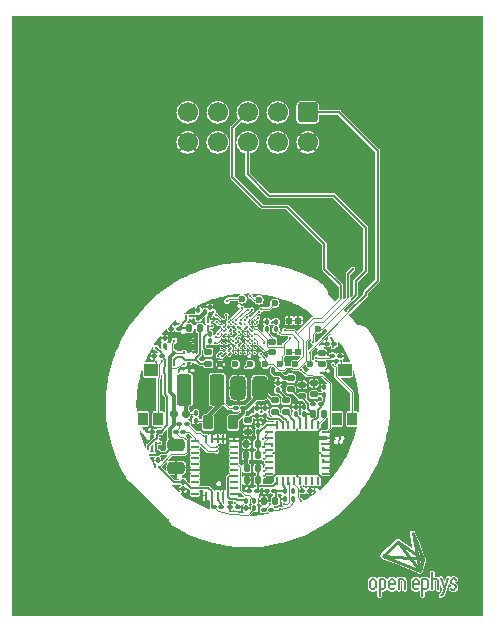
<source format=gtl>
%TF.GenerationSoftware,KiCad,Pcbnew,(6.0.0)*%
%TF.CreationDate,2022-03-02T03:39:50-08:00*%
%TF.ProjectId,headstage-64s,68656164-7374-4616-9765-2d3634732e6b,A*%
%TF.SameCoordinates,Original*%
%TF.FileFunction,Copper,L1,Top*%
%TF.FilePolarity,Positive*%
%FSLAX46Y46*%
G04 Gerber Fmt 4.6, Leading zero omitted, Abs format (unit mm)*
G04 Created by KiCad (PCBNEW (6.0.0)) date 2022-03-02 03:39:50*
%MOMM*%
%LPD*%
G01*
G04 APERTURE LIST*
G04 Aperture macros list*
%AMRoundRect*
0 Rectangle with rounded corners*
0 $1 Rounding radius*
0 $2 $3 $4 $5 $6 $7 $8 $9 X,Y pos of 4 corners*
0 Add a 4 corners polygon primitive as box body*
4,1,4,$2,$3,$4,$5,$6,$7,$8,$9,$2,$3,0*
0 Add four circle primitives for the rounded corners*
1,1,$1+$1,$2,$3*
1,1,$1+$1,$4,$5*
1,1,$1+$1,$6,$7*
1,1,$1+$1,$8,$9*
0 Add four rect primitives between the rounded corners*
20,1,$1+$1,$2,$3,$4,$5,0*
20,1,$1+$1,$4,$5,$6,$7,0*
20,1,$1+$1,$6,$7,$8,$9,0*
20,1,$1+$1,$8,$9,$2,$3,0*%
G04 Aperture macros list end*
%TA.AperFunction,EtchedComponent*%
%ADD10C,0.180000*%
%TD*%
%TA.AperFunction,EtchedComponent*%
%ADD11C,0.275000*%
%TD*%
%TA.AperFunction,SMDPad,CuDef*%
%ADD12RoundRect,0.100000X-0.130000X-0.100000X0.130000X-0.100000X0.130000X0.100000X-0.130000X0.100000X0*%
%TD*%
%TA.AperFunction,SMDPad,CuDef*%
%ADD13RoundRect,0.147500X0.172500X-0.147500X0.172500X0.147500X-0.172500X0.147500X-0.172500X-0.147500X0*%
%TD*%
%TA.AperFunction,SMDPad,CuDef*%
%ADD14RoundRect,0.147500X0.147500X0.172500X-0.147500X0.172500X-0.147500X-0.172500X0.147500X-0.172500X0*%
%TD*%
%TA.AperFunction,SMDPad,CuDef*%
%ADD15RoundRect,0.100000X-0.100000X0.130000X-0.100000X-0.130000X0.100000X-0.130000X0.100000X0.130000X0*%
%TD*%
%TA.AperFunction,SMDPad,CuDef*%
%ADD16RoundRect,0.100000X0.130000X0.100000X-0.130000X0.100000X-0.130000X-0.100000X0.130000X-0.100000X0*%
%TD*%
%TA.AperFunction,SMDPad,CuDef*%
%ADD17RoundRect,0.027500X0.247500X-0.247500X0.247500X0.247500X-0.247500X0.247500X-0.247500X-0.247500X0*%
%TD*%
%TA.AperFunction,SMDPad,CuDef*%
%ADD18C,0.170000*%
%TD*%
%TA.AperFunction,SMDPad,CuDef*%
%ADD19RoundRect,0.100000X0.100000X-0.130000X0.100000X0.130000X-0.100000X0.130000X-0.100000X-0.130000X0*%
%TD*%
%TA.AperFunction,SMDPad,CuDef*%
%ADD20RoundRect,0.050000X-0.250000X0.200000X-0.250000X-0.200000X0.250000X-0.200000X0.250000X0.200000X0*%
%TD*%
%TA.AperFunction,SMDPad,CuDef*%
%ADD21RoundRect,0.050000X-0.250000X0.075000X-0.250000X-0.075000X0.250000X-0.075000X0.250000X0.075000X0*%
%TD*%
%TA.AperFunction,SMDPad,CuDef*%
%ADD22RoundRect,0.050000X0.075000X0.250000X-0.075000X0.250000X-0.075000X-0.250000X0.075000X-0.250000X0*%
%TD*%
%TA.AperFunction,SMDPad,CuDef*%
%ADD23RoundRect,0.059200X1.790800X1.790800X-1.790800X1.790800X-1.790800X-1.790800X1.790800X-1.790800X0*%
%TD*%
%TA.AperFunction,ComponentPad*%
%ADD24RoundRect,0.250000X-0.600000X0.600000X-0.600000X-0.600000X0.600000X-0.600000X0.600000X0.600000X0*%
%TD*%
%TA.AperFunction,ComponentPad*%
%ADD25C,1.700000*%
%TD*%
%TA.AperFunction,SMDPad,CuDef*%
%ADD26RoundRect,0.140000X0.140000X0.170000X-0.140000X0.170000X-0.140000X-0.170000X0.140000X-0.170000X0*%
%TD*%
%TA.AperFunction,SMDPad,CuDef*%
%ADD27RoundRect,0.140000X0.170000X-0.140000X0.170000X0.140000X-0.170000X0.140000X-0.170000X-0.140000X0*%
%TD*%
%TA.AperFunction,SMDPad,CuDef*%
%ADD28RoundRect,0.250000X-0.375000X-1.075000X0.375000X-1.075000X0.375000X1.075000X-0.375000X1.075000X0*%
%TD*%
%TA.AperFunction,SMDPad,CuDef*%
%ADD29RoundRect,0.140000X-0.170000X0.140000X-0.170000X-0.140000X0.170000X-0.140000X0.170000X0.140000X0*%
%TD*%
%TA.AperFunction,SMDPad,CuDef*%
%ADD30C,0.200000*%
%TD*%
%TA.AperFunction,SMDPad,CuDef*%
%ADD31RoundRect,0.250000X-0.475000X0.250000X-0.475000X-0.250000X0.475000X-0.250000X0.475000X0.250000X0*%
%TD*%
%TA.AperFunction,SMDPad,CuDef*%
%ADD32R,0.675000X0.254000*%
%TD*%
%TA.AperFunction,SMDPad,CuDef*%
%ADD33R,0.254000X0.675000*%
%TD*%
%TA.AperFunction,SMDPad,CuDef*%
%ADD34RoundRect,0.147500X-0.147500X-0.172500X0.147500X-0.172500X0.147500X0.172500X-0.147500X0.172500X0*%
%TD*%
%TA.AperFunction,SMDPad,CuDef*%
%ADD35C,0.299999*%
%TD*%
%TA.AperFunction,SMDPad,CuDef*%
%ADD36RoundRect,0.147500X-0.172500X0.147500X-0.172500X-0.147500X0.172500X-0.147500X0.172500X0.147500X0*%
%TD*%
%TA.AperFunction,SMDPad,CuDef*%
%ADD37RoundRect,0.110000X-0.490000X-0.440000X0.490000X-0.440000X0.490000X0.440000X-0.490000X0.440000X0*%
%TD*%
%TA.AperFunction,SMDPad,CuDef*%
%ADD38RoundRect,0.085000X-0.340000X-0.465000X0.340000X-0.465000X0.340000X0.465000X-0.340000X0.465000X0*%
%TD*%
%TA.AperFunction,SMDPad,CuDef*%
%ADD39C,0.600000*%
%TD*%
%TA.AperFunction,SMDPad,CuDef*%
%ADD40RoundRect,0.218750X0.218750X0.381250X-0.218750X0.381250X-0.218750X-0.381250X0.218750X-0.381250X0*%
%TD*%
%TA.AperFunction,SMDPad,CuDef*%
%ADD41RoundRect,0.325000X0.325000X0.675000X-0.325000X0.675000X-0.325000X-0.675000X0.325000X-0.675000X0*%
%TD*%
%TA.AperFunction,SMDPad,CuDef*%
%ADD42RoundRect,0.140000X-0.140000X-0.170000X0.140000X-0.170000X0.140000X0.170000X-0.140000X0.170000X0*%
%TD*%
%TA.AperFunction,SMDPad,CuDef*%
%ADD43RoundRect,0.150000X0.150000X0.200000X-0.150000X0.200000X-0.150000X-0.200000X0.150000X-0.200000X0*%
%TD*%
%TA.AperFunction,ViaPad*%
%ADD44C,0.300000*%
%TD*%
%TA.AperFunction,ViaPad*%
%ADD45C,0.200000*%
%TD*%
%TA.AperFunction,Conductor*%
%ADD46C,0.100000*%
%TD*%
%TA.AperFunction,Conductor*%
%ADD47C,0.200000*%
%TD*%
%TA.AperFunction,Conductor*%
%ADD48C,0.150000*%
%TD*%
%TA.AperFunction,Conductor*%
%ADD49C,0.300000*%
%TD*%
%TA.AperFunction,Conductor*%
%ADD50C,0.172000*%
%TD*%
%TA.AperFunction,Conductor*%
%ADD51C,0.131000*%
%TD*%
G04 APERTURE END LIST*
D10*
%TO.C,*%
X139850000Y-77658750D02*
X140180000Y-78618750D01*
X140750000Y-78058750D02*
X140910000Y-78178750D01*
X133860000Y-77928750D02*
X133860000Y-78448750D01*
X135480000Y-77928750D02*
X135480000Y-78448750D01*
D11*
X138060000Y-77088750D02*
X134960000Y-75788750D01*
D10*
X136600000Y-77748750D02*
X136300000Y-77748750D01*
X141010000Y-77708750D02*
X141050000Y-77728750D01*
X138600000Y-77748750D02*
X138300000Y-77748750D01*
X139900000Y-79148750D02*
X139850000Y-79148750D01*
X140060000Y-79028750D02*
X139990000Y-79128750D01*
X134040000Y-78628750D02*
X134160000Y-78628750D01*
X141000000Y-77708750D02*
X140880000Y-77708750D01*
X134670000Y-78628750D02*
X134970000Y-78628750D01*
X141140000Y-78468750D02*
X141140000Y-78418750D01*
X139630000Y-78628750D02*
X139620000Y-77928750D01*
X140840000Y-78658750D02*
X140960000Y-78658750D01*
X135540000Y-78188750D02*
X135960000Y-78188750D01*
X135960000Y-77948750D02*
X135960000Y-78188750D01*
D11*
X134960000Y-75788750D02*
X136260000Y-74588750D01*
D10*
X139140000Y-78618750D02*
X139140000Y-77198750D01*
X134670000Y-77748750D02*
X134670000Y-78628750D01*
X141050000Y-77728750D02*
X141100000Y-77758750D01*
X140720000Y-78578750D02*
X140720000Y-78558750D01*
X140710000Y-77998750D02*
X140750000Y-78058750D01*
X140490000Y-77658750D02*
X140070000Y-79008750D01*
D11*
X136260000Y-74588750D02*
X138060000Y-77088750D01*
D10*
X134340000Y-78448750D02*
X134340000Y-77928750D01*
X140740000Y-78608750D02*
X140720000Y-78578750D01*
X139440000Y-77748750D02*
X139210000Y-77748750D01*
X141040000Y-78278750D02*
X140880000Y-78158750D01*
X136300000Y-77748750D02*
X136300000Y-78628750D01*
X140700000Y-77898750D02*
X140700000Y-77948750D01*
X138780000Y-78448750D02*
X138780000Y-77928750D01*
X137800000Y-77748750D02*
X137680000Y-77748750D01*
D11*
X138360000Y-76088750D02*
X136260000Y-74588750D01*
D10*
X137500000Y-77928750D02*
X137500000Y-78448750D01*
X137980000Y-77948750D02*
X137980000Y-78188750D01*
X141100000Y-77758750D02*
X141120000Y-77788750D01*
X137680000Y-78628750D02*
X137860000Y-78628750D01*
X140790000Y-78638750D02*
X140740000Y-78608750D01*
X138300000Y-77748750D02*
X138300000Y-78628750D01*
D11*
X134960000Y-75788750D02*
X138360000Y-76088750D01*
D10*
X134970000Y-77748750D02*
X134670000Y-77748750D01*
X140830000Y-78658750D02*
X140790000Y-78638750D01*
X139990000Y-79128750D02*
X139900000Y-79148750D01*
X141130000Y-78368750D02*
X141040000Y-78278750D01*
X135660000Y-78628750D02*
X135840000Y-78628750D01*
D11*
X138060000Y-77088750D02*
X138360000Y-76088750D01*
D10*
X140700000Y-77948750D02*
X140710000Y-77998750D01*
X138300000Y-78628750D02*
X138600000Y-78628750D01*
X135780000Y-77748750D02*
X135660000Y-77748750D01*
X135150000Y-78448750D02*
X135150000Y-77928750D01*
X134670000Y-78638750D02*
X134670000Y-79158750D01*
X136780000Y-78628750D02*
X136780000Y-77928750D01*
X137560000Y-78188750D02*
X137980000Y-78188750D01*
D11*
X137460000Y-73888750D02*
X138360000Y-76088750D01*
D10*
X138300000Y-78638750D02*
X138300000Y-79158750D01*
X134160000Y-77748750D02*
X134040000Y-77748750D01*
X141120000Y-77788750D02*
X141120000Y-77808750D01*
D11*
X138060000Y-77088750D02*
X137460000Y-73888750D01*
D10*
X141140000Y-78418750D02*
X141130000Y-78368750D01*
X134160000Y-78628750D02*
G75*
G03*
X134340000Y-78448750I-1J180001D01*
G01*
X133860000Y-78448750D02*
G75*
G03*
X134040000Y-78628750I180001J1D01*
G01*
X135480000Y-78448750D02*
G75*
G03*
X135660000Y-78628750I180001J1D01*
G01*
X134340000Y-77928750D02*
G75*
G03*
X134160000Y-77748750I-180001J-1D01*
G01*
X140960000Y-78658750D02*
G75*
G03*
X141140000Y-78478750I-1J180001D01*
G01*
X135960000Y-77928750D02*
G75*
G03*
X135780000Y-77748750I-180001J-1D01*
G01*
X137980000Y-77928750D02*
G75*
G03*
X137800000Y-77748750I-180001J-1D01*
G01*
X135660000Y-77748750D02*
G75*
G03*
X135480000Y-77928750I1J-180001D01*
G01*
X136780000Y-77928750D02*
G75*
G03*
X136600000Y-77748750I-180001J-1D01*
G01*
X138780000Y-77928750D02*
G75*
G03*
X138600000Y-77748750I-180001J-1D01*
G01*
X137680000Y-77748750D02*
G75*
G03*
X137500000Y-77928750I1J-180001D01*
G01*
X135150000Y-77928750D02*
G75*
G03*
X134970000Y-77748750I-180001J-1D01*
G01*
X140880000Y-77708750D02*
G75*
G03*
X140700000Y-77888750I1J-180001D01*
G01*
X137860000Y-78628750D02*
G75*
G03*
X137930000Y-78558750I-2J70002D01*
G01*
X139620000Y-77928750D02*
G75*
G03*
X139440000Y-77748750I-180001J-1D01*
G01*
X135840000Y-78628750D02*
G75*
G03*
X135910000Y-78558750I-2J70002D01*
G01*
X134970000Y-78628750D02*
G75*
G03*
X135150000Y-78448750I-1J180001D01*
G01*
X138600000Y-78628750D02*
G75*
G03*
X138780000Y-78448750I-1J180001D01*
G01*
X134040000Y-77748750D02*
G75*
G03*
X133860000Y-77928750I1J-180001D01*
G01*
X137500000Y-78448750D02*
G75*
G03*
X137680000Y-78628750I180001J1D01*
G01*
%TD*%
D12*
%TO.P,C24,1*%
%TO.N,GND*%
X115580000Y-58900000D03*
%TO.P,C24,2*%
%TO.N,+3V3*%
X116220000Y-58900000D03*
%TD*%
D13*
%TO.P,L7,1,1*%
%TO.N,Net-(C10-Pad1)*%
X127150000Y-61710000D03*
%TO.P,L7,2,2*%
%TO.N,+1V8*%
X127150000Y-60740000D03*
%TD*%
D14*
%TO.P,L2,1,1*%
%TO.N,Net-(C15-Pad1)*%
X124370000Y-67300000D03*
%TO.P,L2,2,2*%
%TO.N,+1V8*%
X123400000Y-67300000D03*
%TD*%
%TO.P,L1,1,1*%
%TO.N,Net-(C14-Pad1)*%
X124385000Y-68400000D03*
%TO.P,L1,2,2*%
%TO.N,+1V8*%
X123415000Y-68400000D03*
%TD*%
D15*
%TO.P,R16,1*%
%TO.N,GND*%
X116475000Y-57380000D03*
%TO.P,R16,2*%
%TO.N,Net-(R16-Pad2)*%
X116475000Y-58020000D03*
%TD*%
D16*
%TO.P,C41,1*%
%TO.N,Net-(C41-Pad1)*%
X117650000Y-56550000D03*
%TO.P,C41,2*%
%TO.N,GND*%
X117010000Y-56550000D03*
%TD*%
D17*
%TO.P,SW1,1,1*%
%TO.N,Net-(R20-Pad2)*%
X127025000Y-58525000D03*
X127775000Y-58525000D03*
%TO.P,SW1,2,2*%
%TO.N,GND*%
X127775000Y-55875000D03*
X127025000Y-55875000D03*
%TD*%
D16*
%TO.P,C27,1*%
%TO.N,+3V3*%
X116020000Y-65300000D03*
%TO.P,C27,2*%
%TO.N,GND*%
X115380000Y-65300000D03*
%TD*%
D18*
%TO.P,U8,A1,DPHY1_CKP*%
%TO.N,unconnected-(U8-PadA1)*%
X124100000Y-58600000D03*
%TO.P,U8,A2,DPHY1_CKN*%
%TO.N,unconnected-(U8-PadA2)*%
X123700000Y-58600000D03*
%TO.P,U8,A3,DPHY1_DP3*%
%TO.N,unconnected-(U8-PadA3)*%
X123300000Y-58600000D03*
%TO.P,U8,A4,DPHY1_DN3*%
%TO.N,unconnected-(U8-PadA4)*%
X122900000Y-58600000D03*
%TO.P,U8,A5,DPHY0_DN2*%
%TO.N,unconnected-(U8-PadA5)*%
X122500000Y-58600000D03*
%TO.P,U8,A6,DPHY0_DP0*%
%TO.N,/FPGA/D0+*%
X122100000Y-58600000D03*
%TO.P,U8,A7,DPHY0_CKP*%
%TO.N,/FPGA/CLK+*%
X121700000Y-58600000D03*
%TO.P,U8,A8,DPHY0_CKN*%
%TO.N,/FPGA/CLK-*%
X121300000Y-58600000D03*
%TO.P,U8,B1,DPHY1_DP2*%
%TO.N,unconnected-(U8-PadB1)*%
X124100000Y-58200000D03*
%TO.P,U8,B2,DPHY1_DN2*%
%TO.N,unconnected-(U8-PadB2)*%
X123700000Y-58200000D03*
%TO.P,U8,B3,DPHY1_DP1*%
%TO.N,unconnected-(U8-PadB3)*%
X123300000Y-58200000D03*
%TO.P,U8,B4,DPHY1_DN1*%
%TO.N,unconnected-(U8-PadB4)*%
X122900000Y-58200000D03*
%TO.P,U8,B5,DPHY0_DP2*%
%TO.N,unconnected-(U8-PadB5)*%
X122500000Y-58200000D03*
%TO.P,U8,B6,DPHY0_DN0*%
%TO.N,/FPGA/D0-*%
X122100000Y-58200000D03*
%TO.P,U8,B7,DPHY0_DP3*%
%TO.N,unconnected-(U8-PadB7)*%
X121700000Y-58200000D03*
%TO.P,U8,B8,DPHY0_DN3*%
%TO.N,unconnected-(U8-PadB8)*%
X121300000Y-58200000D03*
%TO.P,U8,C1,DPHY1_DP0*%
%TO.N,unconnected-(U8-PadC1)*%
X124100000Y-57800000D03*
%TO.P,U8,C2,DPHY1_DN0*%
%TO.N,unconnected-(U8-PadC2)*%
X123700000Y-57800000D03*
%TO.P,U8,C3,PCLKT0_0/USER_SDA/PB47*%
%TO.N,/FPGA/TDI*%
X123300000Y-57800000D03*
%TO.P,U8,C4,VCCPLL_DPHYx_*%
%TO.N,Net-(C45-Pad1)*%
X122900000Y-57800000D03*
%TO.P,U8,C5,VCCA_DPHYx*%
%TO.N,Net-(C46-Pad1)*%
X122500000Y-57800000D03*
%TO.P,U8,C6,GNDA_DPHYx*%
%TO.N,GND*%
X122100000Y-57800000D03*
%TO.P,U8,C7,DPHY0_DP1*%
%TO.N,unconnected-(U8-PadC7)*%
X121700000Y-57800000D03*
%TO.P,U8,C8,DPHY0_DN1*%
%TO.N,unconnected-(U8-PadC8)*%
X121300000Y-57800000D03*
%TO.P,U8,D1,PB34B*%
%TO.N,/FPGA/LED*%
X124100000Y-57400000D03*
%TO.P,U8,D2,GR_PCLK1_0/PB34A*%
%TO.N,/FPGA/GPIO0_{Ser}*%
X123700000Y-57400000D03*
%TO.P,U8,D3,SPI_SS/CSN/SCL/PB52*%
%TO.N,/FPGA/~{CS}_{Flash}*%
X123300000Y-57400000D03*
%TO.P,U8,D4,GND*%
%TO.N,GND*%
X122900000Y-57400000D03*
%TO.P,U8,D5,VCC*%
%TO.N,+1V2*%
X122500000Y-57400000D03*
%TO.P,U8,D6,VCCAUX*%
%TO.N,Net-(C51-Pad1)*%
X122100000Y-57400000D03*
%TO.P,U8,D7,PCLKT2_0_/PB16A*%
%TO.N,unconnected-(U8-PadD7)*%
X121700000Y-57400000D03*
%TO.P,U8,D8,GPLLT2_0/PB12A*%
%TO.N,/3D Pose/SCL*%
X121300000Y-57400000D03*
%TO.P,U8,E1,MISO/PB51*%
%TO.N,/FPGA/DO_{Flash}{slash}TCK*%
X124100000Y-57000000D03*
%TO.P,U8,E2,CRESET_B*%
%TO.N,Net-(R20-Pad2)*%
X123700000Y-57000000D03*
%TO.P,U8,E3,PCLKT0_1/USER_SCL/PB48*%
%TO.N,unconnected-(U8-PadE3)*%
X123300000Y-57000000D03*
%TO.P,U8,E4,VCC*%
%TO.N,+1V2*%
X122900000Y-57000000D03*
%TO.P,U8,E5,GND*%
%TO.N,GND*%
X122500000Y-57000000D03*
%TO.P,U8,E6,VCCIO2*%
%TO.N,Net-(C49-Pad1)*%
X122100000Y-57000000D03*
%TO.P,U8,E7,PCLKC2_0_/PB16B*%
%TO.N,unconnected-(U8-PadE7)*%
X121700000Y-57000000D03*
%TO.P,U8,E8,GPLLC2_0/PB12B*%
%TO.N,/3D Pose/SDA*%
X121300000Y-57000000D03*
%TO.P,U8,F1,SPI_SCK/MCK/SDA/PB53*%
%TO.N,/FPGA/SCLK_{Flash}{slash}TDO*%
X124100000Y-56600000D03*
%TO.P,U8,F2,MOSI/PB50*%
%TO.N,/FPGA/DI_{Flash}{slash}TMS*%
X123700000Y-56600000D03*
%TO.P,U8,F3,VCCIO0*%
%TO.N,Net-(C47-Pad1)*%
X123300000Y-56600000D03*
%TO.P,U8,F4,VCCIO1*%
%TO.N,Net-(C48-Pad1)*%
X122900000Y-56600000D03*
%TO.P,U8,F5,GND*%
%TO.N,GND*%
X122500000Y-56600000D03*
%TO.P,U8,F6,VCCIO2*%
%TO.N,Net-(C49-Pad1)*%
X122100000Y-56600000D03*
%TO.P,U8,F7,GR_PCLK2_0_/PB6A*%
%TO.N,/Ephys/SCLK*%
X121700000Y-56600000D03*
%TO.P,U8,F8,PB6B*%
%TO.N,/Ephys/~{CS}*%
X121300000Y-56600000D03*
%TO.P,U8,G1,PB38D*%
%TO.N,/FPGA/GPIO2_{Ser}*%
X124100000Y-56200000D03*
%TO.P,U8,G2,PB38C*%
%TO.N,/FPGA/GPIO1_{Ser}*%
X123700000Y-56200000D03*
%TO.P,U8,G3,PMU_WKUPN/CDONE/PB49*%
%TO.N,unconnected-(U8-PadG3)*%
X123300000Y-56200000D03*
%TO.P,U8,G4,VCCGPLL*%
%TO.N,Net-(C44-Pad1)*%
X122900000Y-56200000D03*
%TO.P,U8,G5,PCLKC1_0/PB29B*%
%TO.N,/FPGA/SCL_{Ser}*%
X122500000Y-56200000D03*
%TO.P,U8,G6,PCLKT1_0/PB29A*%
%TO.N,/FPGA/CLK*%
X122100000Y-56200000D03*
%TO.P,U8,G7,MIPI_CLKC2_0/PB2D*%
%TO.N,/Ephys/MOSI*%
X121700000Y-56200000D03*
%TO.P,U8,G8,MIPI_CLKT2_0/PB2C*%
%TO.N,/3D Pose/Env_{0}*%
X121300000Y-56200000D03*
%TO.P,U8,H1,MIPI_CLKC1_0/PB34D*%
%TO.N,/FPGA/GPIO3_{Ser}*%
X124100000Y-55800000D03*
%TO.P,U8,H2,MIPI_CLKT1_0/PB34C*%
%TO.N,/FPGA/PDB_{Ser}*%
X123700000Y-55800000D03*
%TO.P,U8,H3,PCLKT1_1/PB29C*%
%TO.N,/FPGA/CLK_{Ser}*%
X123300000Y-55800000D03*
%TO.P,U8,H4,PCLKC1_1/PB29D*%
%TO.N,/FPGA/SDA_{Ser}*%
X122900000Y-55800000D03*
%TO.P,U8,H5,PCLKC2_1/PB16D*%
%TO.N,/3D Pose/Data_{1}*%
X122500000Y-55800000D03*
%TO.P,U8,H6,PCLKT2_1/PB16C*%
%TO.N,/3D Pose/Env_{1}*%
X122100000Y-55800000D03*
%TO.P,U8,H7,PB12D*%
%TO.N,/Ephys/MISO*%
X121700000Y-55800000D03*
%TO.P,U8,H8,PB12C*%
%TO.N,/3D Pose/Data_{0}*%
X121300000Y-55800000D03*
%TD*%
D19*
%TO.P,R15,1*%
%TO.N,Net-(C13-Pad2)*%
X126070000Y-61770000D03*
%TO.P,R15,2*%
%TO.N,GND*%
X126070000Y-61130000D03*
%TD*%
D20*
%TO.P,D2,1,K*%
%TO.N,Net-(D2-Pad1)*%
X125600000Y-57650000D03*
%TO.P,D2,2,A*%
%TO.N,/FPGA/LED*%
X125600000Y-58550000D03*
%TD*%
D21*
%TO.P,U7,1,CSI_D1P*%
%TO.N,unconnected-(U7-Pad1)*%
X130100000Y-68849999D03*
%TO.P,U7,2,CSI_D1N*%
%TO.N,unconnected-(U7-Pad2)*%
X130100000Y-68350000D03*
%TO.P,U7,3,CSI_D0P*%
%TO.N,/FPGA/D0+*%
X130100000Y-67850001D03*
%TO.P,U7,4,CSI_D0N*%
%TO.N,/FPGA/D0-*%
X130100000Y-67350000D03*
%TO.P,U7,5,CSI_CLKP*%
%TO.N,/FPGA/CLK+*%
X130100000Y-66850000D03*
%TO.P,U7,6,CSI_CLKN*%
%TO.N,/FPGA/CLK-*%
X130100000Y-66350002D03*
%TO.P,U7,7,RES0*%
%TO.N,GND*%
X130100000Y-65850000D03*
%TO.P,U7,8,PDB*%
%TO.N,/FPGA/PDB_{Ser}*%
X130100000Y-65350001D03*
D22*
%TO.P,U7,9,LPF1*%
%TO.N,Net-(C10-Pad2)*%
X129449999Y-64700000D03*
%TO.P,U7,10,VDDPLL_CAP*%
%TO.N,Net-(C3-Pad1)*%
X128950000Y-64700000D03*
%TO.P,U7,11,VDDPLL*%
%TO.N,Net-(C10-Pad1)*%
X128450001Y-64700000D03*
%TO.P,U7,12,LPF2*%
%TO.N,Net-(C11-Pad1)*%
X127950000Y-64700000D03*
%TO.P,U7,13,DOUT-*%
%TO.N,Net-(C13-Pad1)*%
X127450000Y-64700000D03*
%TO.P,U7,14,DOUT+*%
%TO.N,Net-(C12-Pad1)*%
X126950002Y-64700000D03*
%TO.P,U7,15,VDDDRV_CAP*%
%TO.N,Net-(C2-Pad1)*%
X126450000Y-64700000D03*
%TO.P,U7,16,VDDDRV*%
%TO.N,Net-(C15-Pad1)*%
X125950001Y-64700000D03*
D21*
%TO.P,U7,17,GPIO_0*%
%TO.N,/FPGA/GPIO0_{Ser}*%
X125300000Y-65350001D03*
%TO.P,U7,18,GPIO_1*%
%TO.N,/FPGA/GPIO1_{Ser}*%
X125300000Y-65850000D03*
%TO.P,U7,19,CLK_OUT/IDX*%
%TO.N,Net-(R5-Pad2)*%
X125300000Y-66350002D03*
%TO.P,U7,20,CLKIN*%
%TO.N,/FPGA/CLK_{Ser}*%
X125300000Y-66850000D03*
%TO.P,U7,21,MODE*%
%TO.N,Net-(R3-Pad2)*%
X125300000Y-67350000D03*
%TO.P,U7,22,RES1*%
%TO.N,unconnected-(U7-Pad22)*%
X125300000Y-67850001D03*
%TO.P,U7,23,SDA*%
%TO.N,/FPGA/SDA_{Ser}*%
X125300000Y-68350000D03*
%TO.P,U7,24,SCL*%
%TO.N,/FPGA/SCL_{Ser}*%
X125300000Y-68849999D03*
D22*
%TO.P,U7,25,VDDD*%
%TO.N,Net-(C14-Pad1)*%
X125950001Y-69500000D03*
%TO.P,U7,26,VDDD_CAP*%
%TO.N,Net-(C1-Pad1)*%
X126450000Y-69500000D03*
%TO.P,U7,27,GPIO_2*%
%TO.N,/FPGA/GPIO2_{Ser}*%
X126950002Y-69500000D03*
%TO.P,U7,28,GPIO_3*%
%TO.N,/FPGA/GPIO3_{Ser}*%
X127450000Y-69500000D03*
%TO.P,U7,29,CSI_D3P*%
%TO.N,unconnected-(U7-Pad29)*%
X127950000Y-69500000D03*
%TO.P,U7,30,CSI_D3N*%
%TO.N,unconnected-(U7-Pad30)*%
X128450001Y-69500000D03*
%TO.P,U7,31,CSI_D2P*%
%TO.N,unconnected-(U7-Pad31)*%
X128950000Y-69500000D03*
%TO.P,U7,32,CSI_D2N*%
%TO.N,unconnected-(U7-Pad32)*%
X129449999Y-69500000D03*
D23*
%TO.P,U7,33,DAP(GND)*%
%TO.N,GND*%
X127700000Y-67100000D03*
%TD*%
D24*
%TO.P,J3,1,Pin_1*%
%TO.N,/FPGA/DO_{Flash}{slash}TCK*%
X128580000Y-38247500D03*
D25*
%TO.P,J3,2,Pin_2*%
%TO.N,GND*%
X128580000Y-40787500D03*
%TO.P,J3,3,Pin_3*%
%TO.N,/FPGA/SCLK_{Flash}{slash}TDO*%
X126040000Y-38247500D03*
%TO.P,J3,4,Pin_4*%
%TO.N,+1V8*%
X126040000Y-40787500D03*
%TO.P,J3,5,Pin_5*%
%TO.N,/FPGA/DI_{Flash}{slash}TMS*%
X123500000Y-38247500D03*
%TO.P,J3,6,Pin_6*%
%TO.N,/FPGA/~{CS}_{Flash}*%
X123500000Y-40787500D03*
%TO.P,J3,7,Pin_7*%
%TO.N,unconnected-(J3-Pad7)*%
X120960000Y-38247500D03*
%TO.P,J3,8,Pin_8*%
%TO.N,unconnected-(J3-Pad8)*%
X120960000Y-40787500D03*
%TO.P,J3,9,Pin_9*%
%TO.N,/FPGA/TDI*%
X118420000Y-38247500D03*
%TO.P,J3,10,Pin_10*%
%TO.N,GND*%
X118420000Y-40787500D03*
%TD*%
D15*
%TO.P,C29,1*%
%TO.N,+4V*%
X115900000Y-67080000D03*
%TO.P,C29,2*%
%TO.N,GND*%
X115900000Y-67720000D03*
%TD*%
%TO.P,C40,1*%
%TO.N,Net-(C40-Pad1)*%
X120275000Y-57005000D03*
%TO.P,C40,2*%
%TO.N,GND*%
X120275000Y-57645000D03*
%TD*%
D19*
%TO.P,C20,1*%
%TO.N,GND*%
X118025000Y-70145000D03*
%TO.P,C20,2*%
%TO.N,+3V3*%
X118025000Y-69505000D03*
%TD*%
%TO.P,R25,1*%
%TO.N,Net-(D2-Pad1)*%
X125100000Y-56620000D03*
%TO.P,R25,2*%
%TO.N,GND*%
X125100000Y-55980000D03*
%TD*%
D26*
%TO.P,C34,1*%
%TO.N,Net-(C15-Pad1)*%
X124355000Y-66325000D03*
%TO.P,C34,2*%
%TO.N,GND*%
X123395000Y-66325000D03*
%TD*%
D15*
%TO.P,R7,1*%
%TO.N,Net-(F1-Pad1)*%
X119100000Y-63705000D03*
%TO.P,R7,2*%
%TO.N,Net-(L3-Pad2)*%
X119100000Y-64345000D03*
%TD*%
D12*
%TO.P,R8,1*%
%TO.N,Net-(L3-Pad2)*%
X122480000Y-63300000D03*
%TO.P,R8,2*%
%TO.N,/DC Tap & Regulation/RF+DC*%
X123120000Y-63300000D03*
%TD*%
D15*
%TO.P,R20,1*%
%TO.N,+1V8*%
X125900000Y-55980000D03*
%TO.P,R20,2*%
%TO.N,Net-(R20-Pad2)*%
X125900000Y-56620000D03*
%TD*%
D19*
%TO.P,C8,1*%
%TO.N,Net-(C2-Pad1)*%
X124300000Y-63920000D03*
%TO.P,C8,2*%
%TO.N,GND*%
X124300000Y-63280000D03*
%TD*%
D16*
%TO.P,C14,1*%
%TO.N,Net-(C14-Pad1)*%
X124250000Y-70275000D03*
%TO.P,C14,2*%
%TO.N,GND*%
X123610000Y-70275000D03*
%TD*%
D12*
%TO.P,R11,1*%
%TO.N,+3V3*%
X117405000Y-65325000D03*
%TO.P,R11,2*%
%TO.N,/3D Pose/SDA*%
X118045000Y-65325000D03*
%TD*%
D27*
%TO.P,C12,1*%
%TO.N,Net-(C12-Pad1)*%
X125830000Y-63600000D03*
%TO.P,C12,2*%
%TO.N,/DC Tap & Regulation/RF+DC*%
X125830000Y-62640000D03*
%TD*%
D19*
%TO.P,R5,1*%
%TO.N,+1V8*%
X127375000Y-70970000D03*
%TO.P,R5,2*%
%TO.N,Net-(R5-Pad2)*%
X127375000Y-70330000D03*
%TD*%
%TO.P,C16,1*%
%TO.N,Net-(C10-Pad1)*%
X128275000Y-63820000D03*
%TO.P,C16,2*%
%TO.N,GND*%
X128275000Y-63180000D03*
%TD*%
D26*
%TO.P,C17,1*%
%TO.N,Net-(C14-Pad1)*%
X124380000Y-69400000D03*
%TO.P,C17,2*%
%TO.N,GND*%
X123420000Y-69400000D03*
%TD*%
D15*
%TO.P,C4,1*%
%TO.N,Net-(C1-Pad1)*%
X126625000Y-70330000D03*
%TO.P,C4,2*%
%TO.N,GND*%
X126625000Y-70970000D03*
%TD*%
D16*
%TO.P,C7,1*%
%TO.N,Net-(C1-Pad1)*%
X125745000Y-70275000D03*
%TO.P,C7,2*%
%TO.N,GND*%
X125105000Y-70275000D03*
%TD*%
D19*
%TO.P,C37,1*%
%TO.N,+1V8*%
X120300000Y-55370000D03*
%TO.P,C37,2*%
%TO.N,GND*%
X120300000Y-54730000D03*
%TD*%
D12*
%TO.P,C26,1*%
%TO.N,GND*%
X130180000Y-57850000D03*
%TO.P,C26,2*%
%TO.N,+3V3*%
X130820000Y-57850000D03*
%TD*%
D28*
%TO.P,L3,1,1*%
%TO.N,Net-(F1-Pad1)*%
X118130000Y-61720000D03*
%TO.P,L3,2,2*%
%TO.N,Net-(L3-Pad2)*%
X120930000Y-61720000D03*
%TD*%
D29*
%TO.P,C2,1*%
%TO.N,Net-(C2-Pad1)*%
X123500000Y-64320000D03*
%TO.P,C2,2*%
%TO.N,GND*%
X123500000Y-65280000D03*
%TD*%
D26*
%TO.P,C1,1*%
%TO.N,Net-(C1-Pad1)*%
X125830000Y-71125000D03*
%TO.P,C1,2*%
%TO.N,GND*%
X124870000Y-71125000D03*
%TD*%
D30*
%TO.P,U4,A1,VIN*%
%TO.N,+4V*%
X115725000Y-66250000D03*
%TO.P,U4,A2,VOUT*%
%TO.N,+3V3*%
X115725000Y-65900000D03*
%TO.P,U4,B1,EN*%
%TO.N,+4V*%
X116075000Y-66250000D03*
%TO.P,U4,B2,GND*%
%TO.N,GND*%
X116075000Y-65900000D03*
%TD*%
D31*
%TO.P,C18,1*%
%TO.N,+4V*%
X117425000Y-66425000D03*
%TO.P,C18,2*%
%TO.N,GND*%
X117425000Y-68325000D03*
%TD*%
D30*
%TO.P,U10,A1,VIN*%
%TO.N,Net-(C41-Pad1)*%
X118275000Y-55500000D03*
%TO.P,U10,A2,VOUT*%
%TO.N,+1V2*%
X118625000Y-55500000D03*
%TO.P,U10,B1,EN*%
%TO.N,Net-(C41-Pad1)*%
X118275000Y-55850000D03*
%TO.P,U10,B2,GND*%
%TO.N,GND*%
X118625000Y-55850000D03*
%TD*%
D32*
%TO.P,U3,1,PIN1*%
%TO.N,unconnected-(U3-Pad1)*%
X119037500Y-70550000D03*
D33*
%TO.P,U3,2,GND*%
%TO.N,GND*%
X119950000Y-70687500D03*
%TO.P,U3,3,VDD*%
%TO.N,+3V3*%
X120450000Y-70687500D03*
%TO.P,U3,4,~{BOOT_LOAD_PIN}*%
%TO.N,Net-(R10-Pad2)*%
X120950000Y-70687500D03*
%TO.P,U3,5,PS1*%
%TO.N,GND*%
X121450000Y-70687500D03*
D32*
%TO.P,U3,6,PS0*%
X122362500Y-70550000D03*
%TO.P,U3,7,PIN7*%
%TO.N,unconnected-(U3-Pad7)*%
X122362500Y-70050000D03*
%TO.P,U3,8,PIN8*%
%TO.N,unconnected-(U3-Pad8)*%
X122362500Y-69550000D03*
%TO.P,U3,9,CAP*%
%TO.N,Net-(C21-Pad2)*%
X122362500Y-69050000D03*
%TO.P,U3,10,BL_IND*%
%TO.N,unconnected-(U3-Pad10)*%
X122362500Y-68550000D03*
%TO.P,U3,11,~{RESET}*%
%TO.N,Net-(R9-Pad2)*%
X122362500Y-68050000D03*
%TO.P,U3,12,PIN12*%
%TO.N,unconnected-(U3-Pad12)*%
X122362500Y-67550000D03*
%TO.P,U3,13,PIN13*%
%TO.N,unconnected-(U3-Pad13)*%
X122362500Y-67050000D03*
%TO.P,U3,14,INT*%
%TO.N,unconnected-(U3-Pad14)*%
X122362500Y-66550000D03*
%TO.P,U3,15,GNDIO*%
%TO.N,GND*%
X122362500Y-66050000D03*
D33*
%TO.P,U3,16,GNDIO*%
X121450000Y-65912500D03*
%TO.P,U3,17,COM3*%
X120950000Y-65912500D03*
%TO.P,U3,18,COM2*%
X120450000Y-65912500D03*
%TO.P,U3,19,COM1*%
%TO.N,/3D Pose/SCL*%
X119950000Y-65912500D03*
D32*
%TO.P,U3,20,COM0*%
%TO.N,/3D Pose/SDA*%
X119037500Y-66050000D03*
%TO.P,U3,21,PIN21*%
%TO.N,unconnected-(U3-Pad21)*%
X119037500Y-66550000D03*
%TO.P,U3,22,PIN22*%
%TO.N,unconnected-(U3-Pad22)*%
X119037500Y-67050000D03*
%TO.P,U3,23,PIN23*%
%TO.N,unconnected-(U3-Pad23)*%
X119037500Y-67550000D03*
%TO.P,U3,24,PIN24*%
%TO.N,unconnected-(U3-Pad24)*%
X119037500Y-68050000D03*
%TO.P,U3,25,GNDIO*%
%TO.N,GND*%
X119037500Y-68550000D03*
%TO.P,U3,26,XOUT32*%
%TO.N,unconnected-(U3-Pad26)*%
X119037500Y-69050000D03*
%TO.P,U3,27,XIN32*%
%TO.N,unconnected-(U3-Pad27)*%
X119037500Y-69550000D03*
%TO.P,U3,28,VDDIO*%
%TO.N,+3V3*%
X119037500Y-70050000D03*
%TD*%
D34*
%TO.P,L9,1,1*%
%TO.N,Net-(C41-Pad1)*%
X118520000Y-56500000D03*
%TO.P,L9,2,2*%
%TO.N,+2V5*%
X119490000Y-56500000D03*
%TD*%
D12*
%TO.P,R12,1*%
%TO.N,+3V3*%
X117710000Y-64625000D03*
%TO.P,R12,2*%
%TO.N,/3D Pose/SCL*%
X118350000Y-64625000D03*
%TD*%
D19*
%TO.P,C21,1*%
%TO.N,GND*%
X123375000Y-71770000D03*
%TO.P,C21,2*%
%TO.N,Net-(C21-Pad2)*%
X123375000Y-71130000D03*
%TD*%
D12*
%TO.P,R6,1*%
%TO.N,Net-(R5-Pad2)*%
X128130000Y-70275000D03*
%TO.P,R6,2*%
%TO.N,GND*%
X128770000Y-70275000D03*
%TD*%
D16*
%TO.P,C9,1*%
%TO.N,Net-(C3-Pad1)*%
X129695000Y-62975000D03*
%TO.P,C9,2*%
%TO.N,GND*%
X129055000Y-62975000D03*
%TD*%
D19*
%TO.P,C6,1*%
%TO.N,Net-(C3-Pad1)*%
X129975000Y-62170000D03*
%TO.P,C6,2*%
%TO.N,GND*%
X129975000Y-61530000D03*
%TD*%
%TO.P,C15,1*%
%TO.N,Net-(C15-Pad1)*%
X124400000Y-65320000D03*
%TO.P,C15,2*%
%TO.N,GND*%
X124400000Y-64680000D03*
%TD*%
D35*
%TO.P,U5,A1,VOUT*%
%TO.N,+2V5*%
X117299999Y-59574998D03*
%TO.P,U5,A2,VIN*%
%TO.N,+4V*%
X117300000Y-58575000D03*
%TO.P,U5,A3,VIN*%
X117300000Y-57575000D03*
%TO.P,U5,B1,MODE*%
X118100000Y-59575000D03*
%TO.P,U5,B2,EN*%
X118100000Y-58575000D03*
%TO.P,U5,C1,GND*%
%TO.N,GND*%
X118900000Y-59575000D03*
%TO.P,U5,C2,GND*%
X118900000Y-58575000D03*
%TO.P,U5,C3,GND*%
X118900000Y-57575000D03*
%TD*%
D36*
%TO.P,L8,1,1*%
%TO.N,Net-(C40-Pad1)*%
X120175000Y-58565000D03*
%TO.P,L8,2,2*%
%TO.N,+2V5*%
X120175000Y-59535000D03*
%TD*%
D16*
%TO.P,R4,1*%
%TO.N,Net-(R3-Pad2)*%
X122645000Y-71675000D03*
%TO.P,R4,2*%
%TO.N,GND*%
X122005000Y-71675000D03*
%TD*%
D19*
%TO.P,C5,1*%
%TO.N,Net-(C2-Pad1)*%
X125000000Y-63920000D03*
%TO.P,C5,2*%
%TO.N,GND*%
X125000000Y-63280000D03*
%TD*%
D37*
%TO.P,D1,1,K*%
%TO.N,/3D Pose/PD_{0}-*%
X115300000Y-60050000D03*
D38*
%TO.P,D1,2,A*%
%TO.N,/3D Pose/PD_{0}+*%
X115950000Y-64200000D03*
%TO.P,D1,3*%
%TO.N,N/C*%
X114650000Y-64200000D03*
%TD*%
D39*
%TO.P,TP4,1,1*%
%TO.N,+3V3*%
X124450000Y-54125000D03*
%TD*%
D27*
%TO.P,C25,1*%
%TO.N,Net-(C25-Pad1)*%
X129800000Y-59580000D03*
%TO.P,C25,2*%
%TO.N,GND*%
X129800000Y-58620000D03*
%TD*%
D39*
%TO.P,J5,1,GND*%
%TO.N,GND*%
X121187047Y-59567641D03*
%TO.P,J5,2,VCOAX*%
%TO.N,unconnected-(J5-Pad2)*%
X122457047Y-59567641D03*
%TO.P,J5,3,VREF*%
%TO.N,+1V8*%
X123727047Y-59567641D03*
%TO.P,J5,4,TDI*%
%TO.N,/FPGA/TDI*%
X124997047Y-59567641D03*
%TO.P,J5,5,TDO*%
%TO.N,/FPGA/SCLK_{Flash}{slash}TDO*%
X126267047Y-59567641D03*
%TO.P,J5,6,TMS*%
%TO.N,/FPGA/DI_{Flash}{slash}TMS*%
X127537047Y-59567641D03*
%TO.P,J5,7,TCK*%
%TO.N,/FPGA/DO_{Flash}{slash}TCK*%
X128807047Y-59567641D03*
%TD*%
D40*
%TO.P,L4,1,1*%
%TO.N,/DC Tap & Regulation/RF+DC*%
X122262500Y-64500000D03*
%TO.P,L4,2,2*%
%TO.N,Net-(L3-Pad2)*%
X120137500Y-64500000D03*
%TD*%
D27*
%TO.P,C35,1*%
%TO.N,Net-(C10-Pad1)*%
X128125000Y-62280000D03*
%TO.P,C35,2*%
%TO.N,GND*%
X128125000Y-61320000D03*
%TD*%
D16*
%TO.P,R3,1*%
%TO.N,+1V8*%
X125495000Y-71900000D03*
%TO.P,R3,2*%
%TO.N,Net-(R3-Pad2)*%
X124855000Y-71900000D03*
%TD*%
%TO.P,R17,1*%
%TO.N,GND*%
X131320000Y-58875000D03*
%TO.P,R17,2*%
%TO.N,Net-(R17-Pad2)*%
X130680000Y-58875000D03*
%TD*%
D37*
%TO.P,D3,1,K*%
%TO.N,/3D Pose/PD_{1}-*%
X131700000Y-60050000D03*
D38*
%TO.P,D3,2,A*%
%TO.N,/3D Pose/PD_{1}+*%
X132350000Y-64200000D03*
%TO.P,D3,3*%
%TO.N,N/C*%
X131050000Y-64200000D03*
%TD*%
D39*
%TO.P,TP9,1,1*%
%TO.N,/FPGA/~{CS}_{Flash}*%
X129450000Y-56575000D03*
%TD*%
D41*
%TO.P,J1,1,In*%
%TO.N,/DC Tap & Regulation/RF+DC*%
X124510000Y-61550000D03*
%TO.P,J1,2,Ext*%
%TO.N,GND*%
X122710000Y-61550000D03*
%TD*%
D27*
%TO.P,C13,1*%
%TO.N,Net-(C13-Pad1)*%
X126750000Y-63600000D03*
%TO.P,C13,2*%
%TO.N,Net-(C13-Pad2)*%
X126750000Y-62640000D03*
%TD*%
D39*
%TO.P,TP2,1,1*%
%TO.N,/FPGA/GPIO1_{Ser}*%
X125800000Y-54400000D03*
%TD*%
D12*
%TO.P,R10,1*%
%TO.N,+3V3*%
X120630000Y-71675000D03*
%TO.P,R10,2*%
%TO.N,Net-(R10-Pad2)*%
X121270000Y-71675000D03*
%TD*%
D39*
%TO.P,TP8,1,1*%
%TO.N,+1V2*%
X123030000Y-54030000D03*
%TD*%
D19*
%TO.P,C11,1*%
%TO.N,Net-(C11-Pad1)*%
X127575000Y-63820000D03*
%TO.P,C11,2*%
%TO.N,GND*%
X127575000Y-63180000D03*
%TD*%
D27*
%TO.P,C3,1*%
%TO.N,Net-(C3-Pad1)*%
X129100000Y-62130000D03*
%TO.P,C3,2*%
%TO.N,GND*%
X129100000Y-61170000D03*
%TD*%
D19*
%TO.P,R9,1*%
%TO.N,+3V3*%
X124075000Y-71770000D03*
%TO.P,R9,2*%
%TO.N,Net-(R9-Pad2)*%
X124075000Y-71130000D03*
%TD*%
D42*
%TO.P,C10,1*%
%TO.N,Net-(C10-Pad1)*%
X129020000Y-63750000D03*
%TO.P,C10,2*%
%TO.N,Net-(C10-Pad2)*%
X129980000Y-63750000D03*
%TD*%
D30*
%TO.P,U9,A1,VIN*%
%TO.N,Net-(C40-Pad1)*%
X120100000Y-56375000D03*
%TO.P,U9,A2,VOUT*%
%TO.N,+1V8*%
X120100000Y-56025000D03*
%TO.P,U9,B1,EN*%
%TO.N,Net-(C40-Pad1)*%
X120450000Y-56375000D03*
%TO.P,U9,B2,GND*%
%TO.N,GND*%
X120450000Y-56025000D03*
%TD*%
D43*
%TO.P,F1,1*%
%TO.N,Net-(F1-Pad1)*%
X118250000Y-63800000D03*
%TO.P,F1,2*%
%TO.N,+4V*%
X117250000Y-63800000D03*
%TD*%
D19*
%TO.P,C38,1*%
%TO.N,+1V2*%
X119325000Y-55645000D03*
%TO.P,C38,2*%
%TO.N,GND*%
X119325000Y-55005000D03*
%TD*%
D44*
%TO.N,GND*%
X136500000Y-70000000D03*
X105500000Y-79000000D03*
X111500000Y-72000000D03*
X126535611Y-48813830D03*
X136500000Y-56000000D03*
X126500000Y-32000000D03*
X119500000Y-32000000D03*
X128500000Y-79000000D03*
X110500000Y-55000000D03*
X141500000Y-64000000D03*
D45*
X130700000Y-60125000D03*
X130280000Y-58600000D03*
X118500288Y-59876803D03*
X115433557Y-65722252D03*
X119950000Y-71450000D03*
X123900000Y-69400000D03*
X116575000Y-68025000D03*
X128400000Y-60000000D03*
X115425500Y-66663330D03*
D44*
X128575000Y-67712400D03*
D45*
X115200000Y-58775000D03*
D44*
X118500000Y-79000000D03*
D45*
X127000000Y-60100000D03*
D44*
X126300000Y-67725000D03*
D45*
X118200000Y-70700000D03*
X117540521Y-70000000D03*
X126175000Y-55200000D03*
X123675000Y-71525000D03*
X119101469Y-58134825D03*
X116189174Y-60913674D03*
X122000000Y-54800000D03*
X121600000Y-67600000D03*
X132496194Y-60843346D03*
X122100000Y-62725000D03*
D44*
X129325000Y-67725000D03*
D45*
X130275000Y-69375000D03*
X121600000Y-68600000D03*
D44*
X105500000Y-50000000D03*
D45*
X121100000Y-69300000D03*
X126300000Y-55975000D03*
X130050000Y-69625000D03*
X123900000Y-67900000D03*
D44*
X105500000Y-32000000D03*
D45*
X125275000Y-70750000D03*
D44*
X118000000Y-48500000D03*
D45*
X132600000Y-61150000D03*
X123917193Y-66770970D03*
X122198899Y-60097941D03*
X115500000Y-67750000D03*
X120400000Y-68200000D03*
X125300000Y-53900000D03*
X129851424Y-56948576D03*
X130817600Y-63125000D03*
X118550000Y-55980000D03*
X120900000Y-67400000D03*
X126700000Y-59150000D03*
X119425000Y-71325000D03*
X117675000Y-67950000D03*
X132600000Y-61600000D03*
X114450000Y-60825000D03*
X124776424Y-67898576D03*
D44*
X105500000Y-39000000D03*
D45*
X121300000Y-66600000D03*
D44*
X141500000Y-32000000D03*
D45*
X127625000Y-54700000D03*
X126600000Y-57300000D03*
X114500000Y-61300000D03*
X117777732Y-59948069D03*
X117340000Y-69230000D03*
X123225000Y-70200000D03*
X128400000Y-55300000D03*
X120950000Y-68550000D03*
X118800000Y-54900000D03*
X125513000Y-55250000D03*
X122950000Y-67875000D03*
X124910000Y-69575500D03*
X122900000Y-66900000D03*
X124725000Y-70200000D03*
X120551424Y-69248576D03*
D44*
X105500000Y-60000000D03*
D45*
X122800000Y-70725000D03*
X116150500Y-63150000D03*
X128620000Y-70780000D03*
D44*
X105500000Y-70000000D03*
D45*
X122925000Y-66000000D03*
X122725000Y-62675000D03*
D44*
X141500000Y-76000000D03*
D45*
X123892537Y-68916551D03*
X121920000Y-57950000D03*
D44*
X129350000Y-66775000D03*
D45*
X128699500Y-57738000D03*
X118475000Y-69325000D03*
X126236599Y-70744797D03*
X124000000Y-60100000D03*
X120752485Y-55749500D03*
X128650000Y-55700000D03*
D44*
X126325000Y-66500000D03*
D45*
X116296978Y-65722252D03*
X122800500Y-57356340D03*
X118590000Y-57120000D03*
X121600000Y-60000000D03*
X132520000Y-65100000D03*
D44*
X141500000Y-41000000D03*
D45*
X114300000Y-61775000D03*
D44*
X141500000Y-52000000D03*
D45*
X121700000Y-66900000D03*
D44*
X125285660Y-69375500D03*
D45*
X129700000Y-69950000D03*
X115474500Y-60922447D03*
X122125000Y-71275000D03*
X119040000Y-56990000D03*
%TO.N,+3V3*%
X130750000Y-58100000D03*
X123739716Y-53807436D03*
D44*
X115953044Y-68273956D03*
D45*
X116400000Y-59875000D03*
D44*
X115740000Y-58160000D03*
X130525000Y-57350000D03*
X115075000Y-66750000D03*
D45*
%TO.N,+1V8*%
X126200000Y-71850000D03*
D44*
X125620000Y-60010000D03*
X123400000Y-67875000D03*
X120600000Y-55150000D03*
D45*
X123400000Y-59790000D03*
X125525000Y-56050000D03*
%TO.N,Net-(R3-Pad2)*%
X125370779Y-71410580D03*
X124900000Y-67575000D03*
X122423272Y-71302116D03*
%TO.N,Net-(R5-Pad2)*%
X127256866Y-70194708D03*
X128025000Y-69999500D03*
X125575000Y-66475000D03*
%TO.N,+2V5*%
X119160000Y-59010000D03*
%TO.N,/FPGA/D0+*%
X121927125Y-58750000D03*
X129850000Y-67675000D03*
%TO.N,/FPGA/CLK+*%
X129850000Y-66675000D03*
X121310000Y-58890000D03*
%TO.N,/FPGA/CLK-*%
X121005142Y-58885118D03*
X129775000Y-66325000D03*
%TO.N,/FPGA/D0-*%
X121900000Y-58425201D03*
X129778352Y-67297160D03*
D44*
%TO.N,+1V2*%
X121726213Y-54221171D03*
X119900000Y-55050000D03*
D45*
X122727602Y-56829298D03*
%TO.N,Net-(C44-Pad1)*%
X122836770Y-56052919D03*
%TO.N,Net-(C45-Pad1)*%
X122725000Y-58000000D03*
%TO.N,Net-(C46-Pad1)*%
X122648620Y-57642597D03*
%TO.N,Net-(C47-Pad1)*%
X123450000Y-56450000D03*
%TO.N,Net-(C48-Pad1)*%
X122723099Y-56423453D03*
%TO.N,Net-(C51-Pad1)*%
X122275873Y-57575288D03*
%TO.N,Net-(R20-Pad2)*%
X126200000Y-56925000D03*
X123875000Y-57175000D03*
%TO.N,/FPGA/SDA_{Ser}*%
X123867484Y-54949989D03*
X124900000Y-68575000D03*
%TO.N,/FPGA/SCL_{Ser}*%
X124850000Y-69050000D03*
X122275000Y-56000000D03*
%TO.N,/FPGA/GPIO0_{Ser}*%
X124757496Y-65932496D03*
X123875000Y-57575000D03*
%TO.N,/FPGA/GPIO1_{Ser}*%
X124825000Y-66600000D03*
X124640000Y-54920000D03*
X123570655Y-56026353D03*
%TO.N,/FPGA/TDI*%
X132400000Y-51500000D03*
X123500000Y-58025000D03*
X124590000Y-58730000D03*
%TO.N,/FPGA/CLK*%
X121912925Y-56026057D03*
%TO.N,/FPGA/PDB_{Ser}*%
X124425000Y-55150000D03*
X128050000Y-60050000D03*
%TO.N,/FPGA/GPIO2_{Ser}*%
X126600000Y-71400000D03*
X124273688Y-56000944D03*
%TO.N,/FPGA/GPIO3_{Ser}*%
X124380500Y-55650000D03*
X128050000Y-71125000D03*
%TO.N,/FPGA/CLK_{Ser}*%
X123420500Y-55600000D03*
X124875000Y-67050000D03*
%TO.N,/FPGA/SCLK_{Flash}{slash}TDO*%
X127124406Y-57324500D03*
%TO.N,/FPGA/DI_{Flash}{slash}TMS*%
X126625000Y-56700000D03*
X123866898Y-56799723D03*
%TO.N,/FPGA/DO_{Flash}{slash}TCK*%
X128750000Y-58600000D03*
X124900980Y-57786670D03*
%TO.N,/FPGA/~{CS}_{Flash}*%
X123500000Y-57570702D03*
X129022174Y-57708205D03*
%TO.N,Net-(C49-Pad1)*%
X121980000Y-56750000D03*
%TO.N,+4V*%
X115225000Y-67225000D03*
%TO.N,/Ephys/~{CS}*%
X120970673Y-57001717D03*
%TO.N,/Ephys/SCLK*%
X121468378Y-56799518D03*
%TO.N,/Ephys/MISO*%
X121696395Y-55377006D03*
%TO.N,/Ephys/MOSI*%
X121475000Y-56400000D03*
%TO.N,/3D Pose/SDA*%
X120875000Y-66950000D03*
X120780000Y-57251217D03*
%TO.N,/3D Pose/SCL*%
X120745915Y-57775001D03*
X120875000Y-66550000D03*
%TO.N,Net-(R16-Pad2)*%
X116604512Y-58242640D03*
%TO.N,Net-(C25-Pad1)*%
X129250000Y-59300000D03*
%TO.N,Net-(R17-Pad2)*%
X129308737Y-59006313D03*
%TO.N,/3D Pose/Data_{0}*%
X120860000Y-55430000D03*
%TO.N,/3D Pose/Env_{0}*%
X120883749Y-56018706D03*
%TO.N,/3D Pose/Data_{1}*%
X123500000Y-54950000D03*
%TO.N,/3D Pose/Env_{1}*%
X123025000Y-54825000D03*
%TO.N,/3D Pose/PD_{0}-*%
X115726424Y-59426424D03*
%TO.N,/3D Pose/PD_{0}+*%
X116235119Y-59312543D03*
%TO.N,/3D Pose/PD_{1}-*%
X131400000Y-59300000D03*
%TO.N,/3D Pose/PD_{1}+*%
X130726840Y-59600000D03*
%TD*%
D46*
%TO.N,/FPGA/DI_{Flash}{slash}TMS*%
X128053576Y-56649287D02*
X127716439Y-56986424D01*
X127716439Y-56986424D02*
X127683576Y-56986424D01*
X127683576Y-56986424D02*
X128200000Y-57502849D01*
X127397151Y-56700000D02*
X127683576Y-56986424D01*
X128200000Y-57502849D02*
X128200000Y-58904688D01*
X126625000Y-56700000D02*
X127397151Y-56700000D01*
%TO.N,/FPGA/TDI*%
X129900000Y-56000000D02*
X132000000Y-53900000D01*
X129100000Y-56000000D02*
X129900000Y-56000000D01*
X128700000Y-56400000D02*
X129100000Y-56000000D01*
X128700000Y-57352849D02*
X128700000Y-56400000D01*
X128450000Y-57602849D02*
X128700000Y-57352849D01*
X128450000Y-59290394D02*
X128450000Y-57602849D01*
X127723242Y-60017152D02*
X128450000Y-59290394D01*
X127350852Y-60017152D02*
X127723242Y-60017152D01*
%TO.N,/FPGA/DI_{Flash}{slash}TMS*%
X128200000Y-58904688D02*
X127537047Y-59567641D01*
%TO.N,/FPGA/TDI*%
X127183700Y-59850000D02*
X127350852Y-60017152D01*
X126750000Y-59850000D02*
X127183700Y-59850000D01*
X126550000Y-60050000D02*
X126750000Y-59850000D01*
X126113700Y-60050000D02*
X126550000Y-60050000D01*
%TO.N,/FPGA/DI_{Flash}{slash}TMS*%
X129002863Y-55700000D02*
X128053576Y-56649287D01*
X129700000Y-55700000D02*
X129002863Y-55700000D01*
%TO.N,/FPGA/TDI*%
X124997047Y-59567641D02*
X125631341Y-59567641D01*
X125631341Y-59567641D02*
X126113700Y-60050000D01*
%TO.N,/FPGA/DI_{Flash}{slash}TMS*%
X131400000Y-54000000D02*
X129700000Y-55700000D01*
D47*
%TO.N,+3V3*%
X116220000Y-58640000D02*
X115740000Y-58160000D01*
X116220000Y-58900000D02*
X116220000Y-58640000D01*
%TO.N,Net-(C1-Pad1)*%
X126450000Y-69800000D02*
X126700000Y-70050000D01*
X126700000Y-70330000D02*
X125800000Y-70330000D01*
X126700000Y-70050000D02*
X126700000Y-70330000D01*
X126450000Y-69500000D02*
X126450000Y-69800000D01*
X125745000Y-70275000D02*
X125880000Y-70410000D01*
X125880000Y-71125000D02*
X125880000Y-70410000D01*
D46*
%TO.N,GND*%
X121950000Y-57950000D02*
X121920000Y-57950000D01*
D48*
X127700000Y-67100000D02*
X130000000Y-69400000D01*
X125424500Y-69375500D02*
X127700000Y-67100000D01*
X130000000Y-69400000D02*
X130000000Y-69500000D01*
X125285660Y-69375500D02*
X125424500Y-69375500D01*
X127700000Y-67100000D02*
X129800000Y-65000000D01*
D46*
X122900000Y-57400000D02*
X122844160Y-57400000D01*
D49*
X130100000Y-65850000D02*
X128950000Y-65850000D01*
X128950000Y-65850000D02*
X127700000Y-67100000D01*
D46*
X122844160Y-57400000D02*
X122800500Y-57356340D01*
D47*
%TO.N,Net-(C2-Pad1)*%
X125280000Y-64200000D02*
X125000000Y-63920000D01*
X125000000Y-63920000D02*
X124300000Y-63920000D01*
X126450000Y-64700000D02*
X126450000Y-64522125D01*
X123900000Y-63920000D02*
X124300000Y-63920000D01*
X126127875Y-64200000D02*
X125280000Y-64200000D01*
X123500000Y-64320000D02*
X123900000Y-63920000D01*
X126450000Y-64522125D02*
X126127875Y-64200000D01*
%TO.N,Net-(C3-Pad1)*%
X129935000Y-62130000D02*
X129975000Y-62170000D01*
D48*
X129474520Y-63450480D02*
X129695000Y-63230000D01*
X129109520Y-64234520D02*
X128950000Y-64394040D01*
D47*
X129975000Y-62695000D02*
X129975000Y-62170000D01*
D48*
X129290278Y-64234520D02*
X129474520Y-64050278D01*
X129109520Y-64234520D02*
X129290278Y-64234520D01*
X129474520Y-64050278D02*
X129474520Y-63450480D01*
D47*
X129100000Y-62130000D02*
X129935000Y-62130000D01*
D48*
X129695000Y-63230000D02*
X129695000Y-62975000D01*
X128950000Y-64394040D02*
X128950000Y-64700000D01*
D47*
X129695000Y-62975000D02*
X129975000Y-62695000D01*
D48*
%TO.N,Net-(C10-Pad1)*%
X129020000Y-63750000D02*
X128649520Y-63379520D01*
X128649520Y-62899520D02*
X128125000Y-62375000D01*
X127720000Y-62280000D02*
X128125000Y-62280000D01*
D47*
X128275000Y-63820000D02*
X128950000Y-63820000D01*
D48*
X127150000Y-61710000D02*
X127720000Y-62280000D01*
D47*
X128275000Y-63820000D02*
X128450001Y-63995001D01*
D48*
X128649520Y-63379520D02*
X128649520Y-62899520D01*
D47*
X128950000Y-63820000D02*
X129020000Y-63750000D01*
X128450001Y-63995001D02*
X128450001Y-64700000D01*
D46*
%TO.N,Net-(C10-Pad2)*%
X129980000Y-63750000D02*
X129980000Y-64120000D01*
X129449999Y-64650001D02*
X129449999Y-64700000D01*
X129980000Y-64120000D02*
X129449999Y-64650001D01*
D48*
%TO.N,Net-(C11-Pad1)*%
X127950000Y-64195000D02*
X127950000Y-64700000D01*
X127575000Y-63820000D02*
X127950000Y-64195000D01*
D50*
%TO.N,Net-(C12-Pad1)*%
X126622555Y-64214480D02*
X126546141Y-64214480D01*
X126950002Y-64700000D02*
X126950002Y-64541927D01*
X126546141Y-64214480D02*
X125931661Y-63600000D01*
X126950002Y-64541927D02*
X126622555Y-64214480D01*
X125931661Y-63600000D02*
X125830000Y-63600000D01*
D49*
%TO.N,/DC Tap & Regulation/RF+DC*%
X123120000Y-63660000D02*
X123120000Y-63300000D01*
X123390000Y-63300000D02*
X124500000Y-62190000D01*
D50*
X125830000Y-62640000D02*
X125600000Y-62640000D01*
D49*
X124500000Y-62190000D02*
X124500000Y-61600000D01*
X122280000Y-64500000D02*
X123120000Y-63660000D01*
D50*
X125800000Y-62795000D02*
X125605000Y-62600000D01*
D49*
X122262500Y-64500000D02*
X122280000Y-64500000D01*
D50*
X125600000Y-62640000D02*
X124510000Y-61550000D01*
D49*
X123120000Y-63300000D02*
X123390000Y-63300000D01*
D50*
%TO.N,Net-(C13-Pad1)*%
X127450000Y-64350000D02*
X126800000Y-63700000D01*
X126800000Y-63700000D02*
X126800000Y-63580000D01*
X127450000Y-64700000D02*
X127450000Y-64350000D01*
%TO.N,Net-(C13-Pad2)*%
X126750000Y-62640000D02*
X126750000Y-62450000D01*
X126750000Y-62450000D02*
X126070000Y-61770000D01*
D47*
%TO.N,Net-(C14-Pad1)*%
X125950001Y-69500000D02*
X125950001Y-69549999D01*
X125625000Y-69875000D02*
X124400000Y-69875000D01*
X124250000Y-70275000D02*
X124380000Y-70145000D01*
X124380000Y-69400000D02*
X124380000Y-68405000D01*
X125950001Y-69549999D02*
X125625000Y-69875000D01*
X124380000Y-70145000D02*
X124380000Y-69400000D01*
X124380000Y-68405000D02*
X124385000Y-68400000D01*
%TO.N,Net-(C15-Pad1)*%
X124400000Y-66180000D02*
X124380000Y-66200000D01*
X124400000Y-65320000D02*
X124400000Y-66180000D01*
X124370000Y-67300000D02*
X124370000Y-66210000D01*
X125950001Y-64700000D02*
X125100000Y-64700000D01*
X125100000Y-64700000D02*
X124480000Y-65320000D01*
X124480000Y-65320000D02*
X124400000Y-65320000D01*
X124370000Y-66210000D02*
X124380000Y-66200000D01*
D46*
%TO.N,+3V3*%
X124057280Y-54125000D02*
X123739716Y-53807436D01*
D47*
X116246150Y-58900000D02*
X116220000Y-58900000D01*
D46*
X118150000Y-67200000D02*
X117027000Y-67200000D01*
X117705000Y-64650000D02*
X117705000Y-65000000D01*
D47*
X116488685Y-60413685D02*
X116400000Y-60325000D01*
D48*
X115725000Y-65900000D02*
X115650000Y-65900000D01*
X115784520Y-65535480D02*
X116020000Y-65300000D01*
D46*
X117380000Y-65325000D02*
X117755000Y-65700000D01*
D47*
X116488685Y-62113685D02*
X116488685Y-60413685D01*
D48*
X115650000Y-65900000D02*
X115275000Y-66275000D01*
D46*
X120630000Y-71680000D02*
X120950000Y-72000000D01*
D48*
X115784520Y-65840480D02*
X115784520Y-65535480D01*
D47*
X118110000Y-69500000D02*
X118660000Y-70050000D01*
D46*
X120950000Y-72000000D02*
X122125000Y-72250000D01*
D48*
X130745000Y-57750000D02*
X130745000Y-58095000D01*
D47*
X116534630Y-59740370D02*
X116400000Y-59875000D01*
D46*
X118325000Y-65975000D02*
X118325000Y-67025000D01*
X118325000Y-67025000D02*
X118150000Y-67200000D01*
D49*
X116020000Y-65300000D02*
X116128082Y-65300000D01*
D46*
X117027000Y-67200000D02*
X115953044Y-68273956D01*
X120630000Y-71675000D02*
X120630000Y-71680000D01*
D48*
X130745000Y-58095000D02*
X130750000Y-58100000D01*
X116400000Y-59875000D02*
X116474022Y-59800978D01*
D47*
X120450000Y-70323978D02*
X120450000Y-70687500D01*
X118660000Y-70050000D02*
X119037500Y-70050000D01*
X115275000Y-66275000D02*
X115075000Y-66475000D01*
X120176022Y-70050000D02*
X120450000Y-70323978D01*
D46*
X123545000Y-72300000D02*
X124075000Y-71770000D01*
X117705000Y-65000000D02*
X117380000Y-65325000D01*
D47*
X118025000Y-69580000D02*
X117259088Y-69580000D01*
D46*
X124450000Y-54125000D02*
X124057280Y-54125000D01*
D47*
X130525000Y-57350000D02*
X130745000Y-57570000D01*
X116534630Y-59188480D02*
X116246150Y-58900000D01*
D46*
X118050000Y-65700000D02*
X118325000Y-65975000D01*
D47*
X116534630Y-59740370D02*
X116534630Y-59188480D01*
X119037500Y-70050000D02*
X120176022Y-70050000D01*
X116700000Y-62325000D02*
X116488685Y-62113685D01*
D46*
X117755000Y-65700000D02*
X118050000Y-65700000D01*
D47*
X130745000Y-57570000D02*
X130745000Y-57750000D01*
D48*
X115725000Y-65900000D02*
X115784520Y-65840480D01*
D47*
X116700000Y-64728082D02*
X116700000Y-62325000D01*
D48*
X120450000Y-70687500D02*
X120450000Y-71495000D01*
D47*
X117259088Y-69580000D02*
X115953044Y-68273956D01*
X118020000Y-69500000D02*
X118110000Y-69500000D01*
D48*
X120450000Y-71495000D02*
X120630000Y-71675000D01*
D47*
X115075000Y-66475000D02*
X115075000Y-66750000D01*
X116128082Y-65300000D02*
X116700000Y-64728082D01*
D46*
X122125000Y-72250000D02*
X123545000Y-72300000D01*
D47*
X116400000Y-60325000D02*
X116400000Y-59875000D01*
%TO.N,+1V8*%
X120100000Y-56025000D02*
X120100000Y-55570000D01*
D49*
X126230978Y-60410000D02*
X125840000Y-60410000D01*
D46*
X127400000Y-71175000D02*
X127000000Y-71625000D01*
X127400000Y-70995000D02*
X127400000Y-71175000D01*
D49*
X125840000Y-60410000D02*
X125620000Y-60190000D01*
X126560978Y-60740000D02*
X126230978Y-60410000D01*
X123400000Y-68385000D02*
X123415000Y-68400000D01*
D47*
X125595000Y-55980000D02*
X125900000Y-55980000D01*
D46*
X126150000Y-71900000D02*
X126200000Y-71850000D01*
X123622359Y-59567641D02*
X123727047Y-59567641D01*
X125495000Y-71900000D02*
X126150000Y-71900000D01*
X123400000Y-59790000D02*
X123622359Y-59567641D01*
D49*
X123400000Y-67875000D02*
X123400000Y-67300000D01*
X123400000Y-67875000D02*
X123400000Y-68385000D01*
D47*
X125525000Y-56050000D02*
X125595000Y-55980000D01*
X120380000Y-55370000D02*
X120600000Y-55150000D01*
D46*
X127375000Y-70970000D02*
X127400000Y-70995000D01*
D47*
X120300000Y-55370000D02*
X120380000Y-55370000D01*
D49*
X127150000Y-60740000D02*
X126560978Y-60740000D01*
X125620000Y-60190000D02*
X125620000Y-60010000D01*
D46*
X127000000Y-71625000D02*
X126200000Y-71850000D01*
D47*
X120100000Y-55570000D02*
X120300000Y-55370000D01*
X120305000Y-55375000D02*
X120300000Y-55370000D01*
D46*
%TO.N,Net-(R3-Pad2)*%
X124881359Y-71900000D02*
X124855000Y-71900000D01*
X122645000Y-71675000D02*
X122645000Y-71523844D01*
X122645000Y-71523844D02*
X122423272Y-71302116D01*
X125370779Y-71410580D02*
X124881359Y-71900000D01*
X125125000Y-67350000D02*
X124900000Y-67575000D01*
X125300000Y-67350000D02*
X125125000Y-67350000D01*
%TO.N,Net-(R5-Pad2)*%
X127375000Y-70330000D02*
X127256866Y-70211866D01*
X128130000Y-70104500D02*
X128025000Y-69999500D01*
X125450002Y-66350002D02*
X125575000Y-66475000D01*
X127256866Y-70211866D02*
X127256866Y-70194708D01*
X128130000Y-70275000D02*
X128130000Y-70104500D01*
X125300000Y-66350002D02*
X125450002Y-66350002D01*
D48*
%TO.N,Net-(R10-Pad2)*%
X120950000Y-71075392D02*
X120950000Y-70687500D01*
X121270000Y-71395392D02*
X120950000Y-71075392D01*
X121270000Y-71675000D02*
X121270000Y-71395392D01*
D47*
%TO.N,+2V5*%
X117299999Y-59200001D02*
X117299999Y-59599998D01*
X117550000Y-58950000D02*
X117299999Y-59200001D01*
X119075000Y-59200000D02*
X118219282Y-59200000D01*
X119150000Y-59125000D02*
X119075000Y-59200000D01*
X119460000Y-56575000D02*
X119460000Y-58710000D01*
X118219282Y-59200000D02*
X117969282Y-58950000D01*
X119460000Y-58710000D02*
X119160000Y-59010000D01*
X119160000Y-59210000D02*
X119160000Y-59010000D01*
X117969282Y-58950000D02*
X117550000Y-58950000D01*
X119485000Y-59535000D02*
X119160000Y-59210000D01*
X120175000Y-59535000D02*
X119485000Y-59535000D01*
D51*
%TO.N,/FPGA/D0+*%
X121950000Y-58750000D02*
X122100000Y-58600000D01*
X121927125Y-58750000D02*
X121950000Y-58750000D01*
X130025001Y-67850001D02*
X129850000Y-67675000D01*
X130100000Y-67850001D02*
X130025001Y-67850001D01*
%TO.N,/FPGA/CLK+*%
X121660000Y-58600000D02*
X121370000Y-58890000D01*
X121700000Y-58600000D02*
X121660000Y-58600000D01*
X130100000Y-66850000D02*
X130025000Y-66850000D01*
X130025000Y-66850000D02*
X129850000Y-66675000D01*
X121370000Y-58890000D02*
X121310000Y-58890000D01*
%TO.N,/FPGA/CLK-*%
X130100000Y-66350002D02*
X129800002Y-66350002D01*
X129800002Y-66350002D02*
X129775000Y-66325000D01*
X121005142Y-58794858D02*
X121005142Y-58885118D01*
X121200000Y-58600000D02*
X121005142Y-58794858D01*
X121300000Y-58600000D02*
X121200000Y-58600000D01*
%TO.N,/FPGA/D0-*%
X122100000Y-58200000D02*
X121900000Y-58400000D01*
X129831192Y-67350000D02*
X129778352Y-67297160D01*
X130100000Y-67350000D02*
X129831192Y-67350000D01*
X121900000Y-58400000D02*
X121900000Y-58425201D01*
D49*
%TO.N,+1V2*%
X119409295Y-55645000D02*
X119850480Y-55203815D01*
D46*
X122500000Y-57303990D02*
X122500000Y-57400000D01*
X123030000Y-54030000D02*
X121917384Y-54030000D01*
X122900000Y-57000000D02*
X122793161Y-57106839D01*
X122793161Y-57106839D02*
X122697152Y-57106839D01*
D47*
X118625000Y-55500000D02*
X119180000Y-55500000D01*
D49*
X119850480Y-55203815D02*
X119850480Y-55099520D01*
D47*
X119180000Y-55500000D02*
X119325000Y-55645000D01*
D49*
X119850480Y-55099520D02*
X119900000Y-55050000D01*
D46*
X122898304Y-57000000D02*
X122727602Y-56829298D01*
X122900000Y-57000000D02*
X122898304Y-57000000D01*
D49*
X119325000Y-55645000D02*
X119409295Y-55645000D01*
D46*
X121917384Y-54030000D02*
X121726213Y-54221171D01*
X122697152Y-57106839D02*
X122500000Y-57303990D01*
D47*
%TO.N,Net-(C40-Pad1)*%
X119800000Y-58190000D02*
X119800000Y-57300000D01*
X120275000Y-56950000D02*
X120100000Y-56775000D01*
X120175000Y-58565000D02*
X119800000Y-58190000D01*
X120275000Y-57005000D02*
X120275000Y-56950000D01*
X119800000Y-57300000D02*
X120095000Y-57005000D01*
D46*
X120450000Y-56375000D02*
X120100000Y-56375000D01*
D47*
X120100000Y-56775000D02*
X120100000Y-56375000D01*
X120095000Y-57005000D02*
X120275000Y-57005000D01*
D48*
%TO.N,Net-(C41-Pad1)*%
X118283331Y-55841669D02*
X118283331Y-55500000D01*
X117700000Y-56500000D02*
X117650000Y-56550000D01*
X118520000Y-56500000D02*
X117685000Y-56500000D01*
X117650000Y-56550000D02*
X117650000Y-56475000D01*
X117650000Y-56475000D02*
X118275000Y-55850000D01*
D46*
%TO.N,Net-(C44-Pad1)*%
X122836770Y-56052919D02*
X122900000Y-56116149D01*
X122900000Y-56116149D02*
X122900000Y-56200000D01*
D48*
%TO.N,Net-(C45-Pad1)*%
X122900000Y-57800000D02*
X122725000Y-57975000D01*
X122725000Y-57975000D02*
X122725000Y-58000000D01*
%TO.N,Net-(C46-Pad1)*%
X122648620Y-57642597D02*
X122648620Y-57651380D01*
X122648620Y-57651380D02*
X122500000Y-57800000D01*
%TO.N,Net-(C47-Pad1)*%
X123450000Y-56450000D02*
X123300000Y-56600000D01*
%TO.N,Net-(C48-Pad1)*%
X122723099Y-56423453D02*
X122723453Y-56423453D01*
X122723453Y-56423453D02*
X122900000Y-56600000D01*
D46*
%TO.N,Net-(C51-Pad1)*%
X122275288Y-57575288D02*
X122275873Y-57575288D01*
X122100000Y-57400000D02*
X122275288Y-57575288D01*
%TO.N,Net-(L3-Pad2)*%
X119100000Y-64395000D02*
X120032500Y-64395000D01*
D49*
X120137500Y-63962500D02*
X121200000Y-62900000D01*
X121200000Y-62900000D02*
X121200000Y-61700000D01*
D46*
X122480000Y-63300000D02*
X121900000Y-63300000D01*
D49*
X120137500Y-64500000D02*
X120137500Y-63962500D01*
D46*
X121900000Y-63300000D02*
X121200000Y-62600000D01*
X121200000Y-62600000D02*
X121200000Y-61700000D01*
X120032500Y-64395000D02*
X120137500Y-64500000D01*
%TO.N,Net-(R20-Pad2)*%
X123875000Y-57175000D02*
X123700000Y-57000000D01*
X127775000Y-57575000D02*
X127212500Y-57012500D01*
X127212500Y-57012500D02*
X126287500Y-57012500D01*
X127775000Y-58525000D02*
X127775000Y-57575000D01*
X126287500Y-57012500D02*
X126200000Y-56925000D01*
X126200000Y-56920000D02*
X125900000Y-56620000D01*
X127025000Y-58525000D02*
X127775000Y-58525000D01*
X126200000Y-56925000D02*
X126200000Y-56920000D01*
%TO.N,/FPGA/SDA_{Ser}*%
X123317148Y-55350489D02*
X122900000Y-55767637D01*
X123466984Y-55350489D02*
X123317148Y-55350489D01*
X125300000Y-68350000D02*
X125125000Y-68350000D01*
X125125000Y-68350000D02*
X124900000Y-68575000D01*
X122900000Y-55767637D02*
X122900000Y-55800000D01*
X123867484Y-54949989D02*
X123466984Y-55350489D01*
%TO.N,/FPGA/SCL_{Ser}*%
X122300000Y-56000000D02*
X122275000Y-56000000D01*
X125300000Y-68849999D02*
X125050001Y-68849999D01*
X122500000Y-56200000D02*
X122300000Y-56000000D01*
X125050001Y-68849999D02*
X124850000Y-69050000D01*
%TO.N,/FPGA/GPIO0_{Ser}*%
X125300000Y-65350001D02*
X125192836Y-65350001D01*
X123700000Y-57400000D02*
X123875000Y-57575000D01*
X124757496Y-65785341D02*
X124757496Y-65932496D01*
X125192836Y-65350001D02*
X124757496Y-65785341D01*
%TO.N,/FPGA/GPIO1_{Ser}*%
X124640000Y-54920000D02*
X125280000Y-54920000D01*
X123570655Y-56070655D02*
X123700000Y-56200000D01*
X124850480Y-66574520D02*
X124850480Y-66192359D01*
X125280000Y-54920000D02*
X125800000Y-54400000D01*
X124850480Y-66192359D02*
X125192839Y-65850000D01*
X123570655Y-56026353D02*
X123570655Y-56070655D01*
X124825000Y-66600000D02*
X124850480Y-66574520D01*
X125192839Y-65850000D02*
X125300000Y-65850000D01*
%TO.N,/FPGA/TDI*%
X123500000Y-58000000D02*
X123500000Y-58025000D01*
D47*
X132000000Y-51900000D02*
X132000000Y-53900000D01*
D46*
X123300000Y-57800000D02*
X123500000Y-58000000D01*
X124590000Y-58730000D02*
X124997047Y-59137047D01*
X124997047Y-59137047D02*
X124997047Y-59567641D01*
D47*
X132400000Y-51500000D02*
X132000000Y-51900000D01*
D46*
%TO.N,/FPGA/CLK*%
X121926057Y-56026057D02*
X121912925Y-56026057D01*
X122100000Y-56200000D02*
X121926057Y-56026057D01*
%TO.N,/FPGA/PDB_{Ser}*%
X130100000Y-65350001D02*
X130450001Y-65000000D01*
X130450001Y-65000000D02*
X130450001Y-61175001D01*
X123700000Y-55800000D02*
X124350000Y-55150000D01*
X128983093Y-60500000D02*
X128500000Y-60500000D01*
X129027787Y-60544694D02*
X128983093Y-60500000D01*
X129819694Y-60544694D02*
X129027787Y-60544694D01*
X128500000Y-60500000D02*
X128050000Y-60050000D01*
X130450001Y-61175001D02*
X129819694Y-60544694D01*
X124350000Y-55150000D02*
X124425000Y-55150000D01*
%TO.N,/FPGA/GPIO2_{Ser}*%
X126600000Y-71400000D02*
X126848585Y-71400000D01*
X126848585Y-71400000D02*
X127007365Y-71241220D01*
X127007365Y-71241220D02*
X127007365Y-69557363D01*
X124100000Y-56200000D02*
X124100000Y-56174632D01*
X124100000Y-56174632D02*
X124273688Y-56000944D01*
X127007365Y-69557363D02*
X126950002Y-69500000D01*
%TO.N,/FPGA/GPIO3_{Ser}*%
X127450000Y-69500000D02*
X127450000Y-69725000D01*
X124380500Y-55650000D02*
X124250000Y-55650000D01*
X127750480Y-70025480D02*
X127750480Y-70825480D01*
X127750480Y-70825480D02*
X128050000Y-71125000D01*
X124250000Y-55650000D02*
X124100000Y-55800000D01*
X127450000Y-69725000D02*
X127750480Y-70025480D01*
%TO.N,/FPGA/CLK_{Ser}*%
X123300000Y-55720500D02*
X123420500Y-55600000D01*
X125300000Y-66850000D02*
X125075000Y-66850000D01*
X125075000Y-66850000D02*
X124875000Y-67050000D01*
X123300000Y-55800000D02*
X123300000Y-55720500D01*
%TO.N,/FPGA/SCLK_{Flash}{slash}TDO*%
X124100000Y-56600000D02*
X124275000Y-56600000D01*
X126599501Y-58700499D02*
X126599501Y-57849405D01*
X126400000Y-58900000D02*
X126599501Y-58700499D01*
X126599501Y-57849405D02*
X127124406Y-57324500D01*
X126267047Y-59567641D02*
X126400000Y-59434688D01*
X124275000Y-56600000D02*
X125150480Y-57475480D01*
X125150480Y-57475480D02*
X125150480Y-58025480D01*
X125250000Y-58125000D02*
X126500000Y-58125000D01*
X126400000Y-59434688D02*
X126400000Y-58900000D01*
X125150480Y-58025480D02*
X125250000Y-58125000D01*
%TO.N,/FPGA/DI_{Flash}{slash}TMS*%
X123866898Y-56799723D02*
X123700000Y-56632825D01*
D47*
X130000000Y-51500000D02*
X130000000Y-49400000D01*
X126850000Y-46250000D02*
X124750000Y-46250000D01*
D46*
X123700000Y-56632825D02*
X123700000Y-56600000D01*
D47*
X122200000Y-43700000D02*
X122200000Y-39547500D01*
X131400000Y-52900000D02*
X130000000Y-51500000D01*
X131400000Y-54000000D02*
X131400000Y-52900000D01*
X122200000Y-39547500D02*
X123500000Y-38247500D01*
X130000000Y-49400000D02*
X126850000Y-46250000D01*
X124750000Y-46250000D02*
X122200000Y-43700000D01*
%TO.N,/FPGA/DO_{Flash}{slash}TCK*%
X128580000Y-38247500D02*
X131247500Y-38247500D01*
D46*
X128807047Y-59567641D02*
X128807047Y-58657047D01*
X132097151Y-55100000D02*
X132100000Y-55100000D01*
X128750000Y-58447151D02*
X132097151Y-55100000D01*
X128750000Y-58600000D02*
X128750000Y-58447151D01*
X124100000Y-57000000D02*
X124325000Y-57000000D01*
X124900980Y-57575980D02*
X124900980Y-57786670D01*
X124325000Y-57000000D02*
X124900980Y-57575980D01*
D47*
X133500000Y-53700000D02*
X132100000Y-55100000D01*
X133500000Y-53500000D02*
X133500000Y-53700000D01*
X134500000Y-52500000D02*
X133500000Y-53500000D01*
X134500000Y-41500000D02*
X134500000Y-52500000D01*
X131247500Y-38247500D02*
X134500000Y-41500000D01*
D46*
X128807047Y-58657047D02*
X128750000Y-58600000D01*
D47*
%TO.N,/FPGA/~{CS}_{Flash}*%
X132350000Y-54050000D02*
X132650000Y-53750000D01*
D46*
X129825000Y-56575000D02*
X129450000Y-56575000D01*
D47*
X132650000Y-53750000D02*
X132650000Y-52550000D01*
X123500000Y-43500000D02*
X123500000Y-40787500D01*
D46*
X132350000Y-54050000D02*
X129825000Y-56575000D01*
D47*
X133500000Y-51700000D02*
X133500000Y-48000000D01*
D46*
X129450000Y-56575000D02*
X129022174Y-57002826D01*
D47*
X130800000Y-45300000D02*
X125300000Y-45300000D01*
D46*
X123470702Y-57570702D02*
X123500000Y-57570702D01*
D47*
X132650000Y-52550000D02*
X133500000Y-51700000D01*
X125300000Y-45300000D02*
X123500000Y-43500000D01*
D46*
X123300000Y-57400000D02*
X123470702Y-57570702D01*
D47*
X133500000Y-48000000D02*
X130800000Y-45300000D01*
D46*
X129022174Y-57002826D02*
X129022174Y-57708205D01*
%TO.N,Net-(C49-Pad1)*%
X122100000Y-56630000D02*
X121980000Y-56750000D01*
X122100000Y-56870000D02*
X121980000Y-56750000D01*
X122100000Y-56600000D02*
X122100000Y-56630000D01*
X122100000Y-57000000D02*
X122100000Y-56870000D01*
D49*
%TO.N,+4V*%
X116900489Y-59924511D02*
X116900489Y-61901467D01*
D46*
X117299999Y-58600000D02*
X117124501Y-58424502D01*
D49*
X116900489Y-58999511D02*
X116900489Y-59924511D01*
D47*
X115725000Y-66905000D02*
X115900000Y-67080000D01*
D46*
X117124501Y-57775497D02*
X117299999Y-57599999D01*
D49*
X117225480Y-64405225D02*
X117225480Y-64755225D01*
D46*
X116900489Y-59924511D02*
X117448427Y-59924511D01*
X117448427Y-59924511D02*
X117674380Y-59698558D01*
X116075000Y-66250000D02*
X115725000Y-66250000D01*
D49*
X116900489Y-61901467D02*
X117250000Y-62250978D01*
X117225480Y-64755225D02*
X116900480Y-65080225D01*
D47*
X116570000Y-67080000D02*
X117400000Y-66250000D01*
D46*
X117674380Y-59698558D02*
X117801442Y-59698558D01*
D49*
X116900480Y-65750480D02*
X117400000Y-66250000D01*
D47*
X115900000Y-67080000D02*
X116570000Y-67080000D01*
D49*
X117299999Y-58600000D02*
X116900489Y-58999511D01*
X117250000Y-64380705D02*
X117225480Y-64405225D01*
D46*
X117925002Y-59574998D02*
X118099997Y-59574998D01*
D49*
X116900480Y-65080225D02*
X116900480Y-65750480D01*
D46*
X118100000Y-58600000D02*
X117299999Y-58600000D01*
D47*
X115725000Y-66250000D02*
X115725000Y-66905000D01*
D46*
X117801442Y-59698558D02*
X117925002Y-59574998D01*
D47*
X115755000Y-67225000D02*
X115225000Y-67225000D01*
D46*
X117124501Y-58424502D02*
X117124501Y-57775497D01*
D47*
X115900000Y-67080000D02*
X115755000Y-67225000D01*
D49*
X117250000Y-62250978D02*
X117250000Y-64380705D01*
D46*
%TO.N,Net-(F1-Pad1)*%
X119100000Y-63755000D02*
X118320000Y-63755000D01*
D49*
X118250000Y-61850000D02*
X118250000Y-63825000D01*
D46*
X118320000Y-63755000D02*
X118250000Y-63825000D01*
%TO.N,Net-(D2-Pad1)*%
X125600000Y-57380000D02*
X125600000Y-57650000D01*
X125100000Y-56620000D02*
X125100000Y-56880000D01*
X125100000Y-56880000D02*
X125600000Y-57380000D01*
%TO.N,/FPGA/LED*%
X124320000Y-57620000D02*
X124320000Y-57819520D01*
X124100000Y-57400000D02*
X124320000Y-57620000D01*
X124925480Y-58425000D02*
X125475000Y-58425000D01*
X124320000Y-57819520D02*
X124925480Y-58425000D01*
X125475000Y-58425000D02*
X125600000Y-58550000D01*
D47*
%TO.N,Net-(C21-Pad2)*%
X122505000Y-70975000D02*
X122560000Y-71030000D01*
X121975000Y-70975000D02*
X122505000Y-70975000D01*
X122362500Y-69050000D02*
X121950000Y-69050000D01*
X121825489Y-69174511D02*
X121825489Y-70825489D01*
X121950000Y-69050000D02*
X121825489Y-69174511D01*
X123275000Y-71030000D02*
X123375000Y-71130000D01*
X121825489Y-70825489D02*
X121975000Y-70975000D01*
X122560000Y-71030000D02*
X123275000Y-71030000D01*
D46*
%TO.N,Net-(R9-Pad2)*%
X122849511Y-68273489D02*
X122849511Y-70199511D01*
X122849511Y-70199511D02*
X123300000Y-70650000D01*
X122626022Y-68050000D02*
X122849511Y-68273489D01*
X123595000Y-70650000D02*
X124075000Y-71130000D01*
X123300000Y-70650000D02*
X123595000Y-70650000D01*
X122362500Y-68050000D02*
X122626022Y-68050000D01*
%TO.N,/Ephys/~{CS}*%
X120970673Y-56929327D02*
X121300000Y-56600000D01*
X120970673Y-57001717D02*
X120970673Y-56929327D01*
%TO.N,/Ephys/SCLK*%
X121700000Y-56600000D02*
X121500482Y-56799518D01*
X121500482Y-56799518D02*
X121468378Y-56799518D01*
%TO.N,/Ephys/MISO*%
X121696395Y-55377006D02*
X121696395Y-55796395D01*
X121696395Y-55796395D02*
X121700000Y-55800000D01*
%TO.N,/Ephys/MOSI*%
X121500000Y-56400000D02*
X121475000Y-56400000D01*
X121700000Y-56200000D02*
X121500000Y-56400000D01*
%TO.N,/3D Pose/SDA*%
X119037500Y-66050000D02*
X119037500Y-65812500D01*
X120148000Y-66950000D02*
X120875000Y-66950000D01*
X119037500Y-65812500D02*
X118550000Y-65325000D01*
X121300000Y-57025253D02*
X121300000Y-57000000D01*
X119037500Y-66050000D02*
X119248000Y-66050000D01*
X120780000Y-57251217D02*
X121074036Y-57251217D01*
X119248000Y-66050000D02*
X120148000Y-66950000D01*
X121074036Y-57251217D02*
X121300000Y-57025253D01*
X118550000Y-65325000D02*
X118045000Y-65325000D01*
%TO.N,/3D Pose/SCL*%
X119950000Y-65912500D02*
X119950000Y-66200000D01*
X119125000Y-65400000D02*
X119500000Y-65400000D01*
X120745915Y-57775001D02*
X120924999Y-57775001D01*
X118350000Y-64625000D02*
X119125000Y-65400000D01*
X120924999Y-57775001D02*
X121300000Y-57400000D01*
X119500000Y-65400000D02*
X119950000Y-65850000D01*
X120300000Y-66550000D02*
X120875000Y-66550000D01*
X119950000Y-66200000D02*
X120300000Y-66550000D01*
X119950000Y-65850000D02*
X119950000Y-65912500D01*
D48*
%TO.N,Net-(R16-Pad2)*%
X116475000Y-58020000D02*
X116475000Y-58113128D01*
X116475000Y-58113128D02*
X116604512Y-58242640D01*
D46*
%TO.N,Net-(C25-Pad1)*%
X129520000Y-59300000D02*
X129250000Y-59300000D01*
X129800000Y-59580000D02*
X129520000Y-59300000D01*
%TO.N,Net-(R17-Pad2)*%
X129308737Y-59006313D02*
X129351944Y-59049520D01*
X130505480Y-59049520D02*
X130680000Y-58875000D01*
X129351944Y-59049520D02*
X130505480Y-59049520D01*
%TO.N,/3D Pose/Data_{0}*%
X121300000Y-55800000D02*
X120930000Y-55430000D01*
X120930000Y-55430000D02*
X120860000Y-55430000D01*
%TO.N,/3D Pose/Env_{0}*%
X121300000Y-56200000D02*
X121065043Y-56200000D01*
X121065043Y-56200000D02*
X120883749Y-56018706D01*
%TO.N,/3D Pose/Data_{1}*%
X123500000Y-54950000D02*
X123325000Y-54950000D01*
X122500000Y-55775000D02*
X122500000Y-55800000D01*
X123325000Y-54950000D02*
X122500000Y-55775000D01*
%TO.N,/3D Pose/Env_{1}*%
X122100000Y-55800000D02*
X123025000Y-54875000D01*
X123025000Y-54875000D02*
X123025000Y-54825000D01*
%TO.N,/3D Pose/PD_{0}-*%
X115300000Y-60050000D02*
X115726424Y-59623576D01*
X115726424Y-59623576D02*
X115726424Y-59426424D01*
%TO.N,/3D Pose/PD_{0}+*%
X116025720Y-59521942D02*
X116235119Y-59312543D01*
X115950000Y-64200000D02*
X115900999Y-64150999D01*
X115900999Y-60771652D02*
X116025720Y-60646931D01*
X116025720Y-60646931D02*
X116025720Y-59521942D01*
X115900999Y-64150999D02*
X115900999Y-60771652D01*
%TO.N,/3D Pose/PD_{1}-*%
X131700000Y-60050000D02*
X131400000Y-59750000D01*
X131400000Y-59750000D02*
X131400000Y-59300000D01*
%TO.N,/3D Pose/PD_{1}+*%
X132350000Y-61963358D02*
X130974280Y-60587638D01*
X130974280Y-59847440D02*
X130726840Y-59600000D01*
X130974280Y-60587638D02*
X130974280Y-59847440D01*
X132350000Y-64200000D02*
X132350000Y-61963358D01*
%TD*%
%TA.AperFunction,Conductor*%
%TO.N,GND*%
G36*
X143408577Y-30091423D02*
G01*
X143420000Y-30119000D01*
X143420000Y-80881000D01*
X143408577Y-80908577D01*
X143381000Y-80920000D01*
X103619000Y-80920000D01*
X103591423Y-80908577D01*
X103580000Y-80881000D01*
X103580000Y-78448751D01*
X133665114Y-78448751D01*
X133665604Y-78450899D01*
X133668713Y-78464528D01*
X133669356Y-78468111D01*
X133679524Y-78545340D01*
X133716806Y-78635347D01*
X133776113Y-78712637D01*
X133853403Y-78771944D01*
X133943410Y-78809226D01*
X133945945Y-78809560D01*
X133945946Y-78809560D01*
X134019648Y-78819264D01*
X134023362Y-78819937D01*
X134037168Y-78823137D01*
X134037173Y-78823138D01*
X134039319Y-78823635D01*
X134039999Y-78823636D01*
X134057135Y-78819727D01*
X134065809Y-78818750D01*
X134133784Y-78818750D01*
X134142591Y-78819757D01*
X134159321Y-78823635D01*
X134160001Y-78823636D01*
X134175776Y-78820037D01*
X134179361Y-78819394D01*
X134254055Y-78809560D01*
X134254057Y-78809560D01*
X134256590Y-78809226D01*
X134346597Y-78771944D01*
X134384289Y-78743022D01*
X134417258Y-78717724D01*
X134446091Y-78709999D01*
X134471941Y-78724923D01*
X134480000Y-78748665D01*
X134480000Y-79180169D01*
X134480487Y-79182303D01*
X134480487Y-79182305D01*
X134481680Y-79187535D01*
X134494393Y-79243264D01*
X134497131Y-79246700D01*
X134499080Y-79249146D01*
X134548415Y-79311057D01*
X134626492Y-79348717D01*
X134630885Y-79348721D01*
X134630886Y-79348721D01*
X134669606Y-79348755D01*
X134713177Y-79348793D01*
X134791319Y-79311269D01*
X134845460Y-79243570D01*
X134846516Y-79238981D01*
X134859506Y-79182486D01*
X134860000Y-79180338D01*
X134860000Y-78857750D01*
X134871423Y-78830173D01*
X134899000Y-78818750D01*
X134943784Y-78818750D01*
X134952591Y-78819757D01*
X134969321Y-78823635D01*
X134970001Y-78823636D01*
X134985776Y-78820037D01*
X134989361Y-78819394D01*
X135064055Y-78809560D01*
X135064057Y-78809560D01*
X135066590Y-78809226D01*
X135156597Y-78771944D01*
X135233887Y-78712637D01*
X135265125Y-78671927D01*
X135284059Y-78647252D01*
X135309910Y-78632328D01*
X135338742Y-78640053D01*
X135345941Y-78647252D01*
X135364875Y-78671927D01*
X135396113Y-78712637D01*
X135473403Y-78771944D01*
X135563410Y-78809226D01*
X135565945Y-78809560D01*
X135565946Y-78809560D01*
X135639648Y-78819264D01*
X135643362Y-78819937D01*
X135657168Y-78823137D01*
X135657173Y-78823138D01*
X135659319Y-78823635D01*
X135659999Y-78823636D01*
X135677135Y-78819727D01*
X135685809Y-78818750D01*
X135813788Y-78818750D01*
X135822594Y-78819757D01*
X135839326Y-78823635D01*
X135840006Y-78823636D01*
X135862313Y-78818547D01*
X135864877Y-78818052D01*
X135921349Y-78809106D01*
X135933484Y-78802923D01*
X135972583Y-78783000D01*
X135994730Y-78771715D01*
X136052965Y-78713480D01*
X136054564Y-78710342D01*
X136054795Y-78710145D01*
X136056163Y-78708262D01*
X136056615Y-78708590D01*
X136077262Y-78690958D01*
X136107019Y-78693301D01*
X136123742Y-78710409D01*
X136124393Y-78713264D01*
X136127130Y-78716698D01*
X136127130Y-78716699D01*
X136127947Y-78717724D01*
X136178415Y-78781057D01*
X136215691Y-78799037D01*
X136251270Y-78816198D01*
X136256492Y-78818717D01*
X136260885Y-78818721D01*
X136260886Y-78818721D01*
X136299606Y-78818755D01*
X136343177Y-78818793D01*
X136421319Y-78781269D01*
X136475460Y-78713570D01*
X136476516Y-78708981D01*
X136489506Y-78652486D01*
X136490000Y-78650338D01*
X136490000Y-77977750D01*
X136501423Y-77950173D01*
X136529000Y-77938750D01*
X136551000Y-77938750D01*
X136578577Y-77950173D01*
X136590000Y-77977750D01*
X136590000Y-78650169D01*
X136590487Y-78652303D01*
X136590487Y-78652305D01*
X136590618Y-78652880D01*
X136604393Y-78713264D01*
X136607131Y-78716700D01*
X136607947Y-78717724D01*
X136658415Y-78781057D01*
X136695691Y-78799037D01*
X136731270Y-78816198D01*
X136736492Y-78818717D01*
X136740885Y-78818721D01*
X136740886Y-78818721D01*
X136779606Y-78818755D01*
X136823177Y-78818793D01*
X136901319Y-78781269D01*
X136955460Y-78713570D01*
X136956516Y-78708981D01*
X136969506Y-78652486D01*
X136970000Y-78650338D01*
X136970000Y-78448751D01*
X137305114Y-78448751D01*
X137305604Y-78450899D01*
X137308713Y-78464528D01*
X137309356Y-78468111D01*
X137319524Y-78545340D01*
X137356806Y-78635347D01*
X137416113Y-78712637D01*
X137493403Y-78771944D01*
X137583410Y-78809226D01*
X137585945Y-78809560D01*
X137585946Y-78809560D01*
X137659648Y-78819264D01*
X137663362Y-78819937D01*
X137677168Y-78823137D01*
X137677173Y-78823138D01*
X137679319Y-78823635D01*
X137679999Y-78823636D01*
X137697135Y-78819727D01*
X137705809Y-78818750D01*
X137833788Y-78818750D01*
X137842594Y-78819757D01*
X137859326Y-78823635D01*
X137860006Y-78823636D01*
X137882313Y-78818547D01*
X137884877Y-78818052D01*
X137941349Y-78809106D01*
X137953484Y-78802923D01*
X137992583Y-78783000D01*
X138014730Y-78771715D01*
X138043423Y-78743022D01*
X138071000Y-78731599D01*
X138098577Y-78743022D01*
X138110000Y-78770599D01*
X138110000Y-79180169D01*
X138110487Y-79182303D01*
X138110487Y-79182305D01*
X138111680Y-79187535D01*
X138124393Y-79243264D01*
X138127131Y-79246700D01*
X138129080Y-79249146D01*
X138178415Y-79311057D01*
X138256492Y-79348717D01*
X138260885Y-79348721D01*
X138260886Y-79348721D01*
X138299606Y-79348755D01*
X138343177Y-79348793D01*
X138421319Y-79311269D01*
X138475460Y-79243570D01*
X138476516Y-79238981D01*
X138489506Y-79182486D01*
X138490000Y-79180338D01*
X138490000Y-78857750D01*
X138501423Y-78830173D01*
X138529000Y-78818750D01*
X138573784Y-78818750D01*
X138582591Y-78819757D01*
X138599321Y-78823635D01*
X138600001Y-78823636D01*
X138615776Y-78820037D01*
X138619361Y-78819394D01*
X138694055Y-78809560D01*
X138694057Y-78809560D01*
X138696590Y-78809226D01*
X138786597Y-78771944D01*
X138863887Y-78712637D01*
X138880936Y-78690419D01*
X138892499Y-78675350D01*
X138918350Y-78660426D01*
X138947182Y-78668151D01*
X138961463Y-78690419D01*
X138964393Y-78703264D01*
X138967131Y-78706700D01*
X138968376Y-78708262D01*
X139018415Y-78771057D01*
X139042715Y-78782778D01*
X139073513Y-78797633D01*
X139096492Y-78808717D01*
X139100885Y-78808721D01*
X139100886Y-78808721D01*
X139139606Y-78808755D01*
X139183177Y-78808793D01*
X139261319Y-78771269D01*
X139315460Y-78703570D01*
X139316516Y-78698981D01*
X139327504Y-78651194D01*
X139330000Y-78640338D01*
X139330000Y-77977750D01*
X139341423Y-77950173D01*
X139369000Y-77938750D01*
X139391676Y-77938750D01*
X139419253Y-77950173D01*
X139430672Y-77977193D01*
X139434248Y-78227486D01*
X139440325Y-78652880D01*
X139455618Y-78715763D01*
X139458405Y-78719159D01*
X139458405Y-78719160D01*
X139506551Y-78777839D01*
X139510603Y-78782778D01*
X139589210Y-78819319D01*
X139631617Y-78818750D01*
X139671494Y-78818215D01*
X139675887Y-78818156D01*
X139753485Y-78779520D01*
X139758417Y-78773170D01*
X139803960Y-78714524D01*
X139806654Y-78711055D01*
X139820289Y-78647621D01*
X139816460Y-78379623D01*
X139827488Y-78351887D01*
X139854899Y-78340071D01*
X139882636Y-78351099D01*
X139892338Y-78366389D01*
X139981899Y-78626930D01*
X139982256Y-78651194D01*
X139965961Y-78703570D01*
X139895975Y-78928527D01*
X139890689Y-78939301D01*
X139888720Y-78942114D01*
X139863550Y-78958156D01*
X139856770Y-78958750D01*
X139828581Y-78958750D01*
X139826447Y-78959237D01*
X139826445Y-78959237D01*
X139774294Y-78971134D01*
X139765486Y-78973143D01*
X139697693Y-79027165D01*
X139695784Y-79031123D01*
X139670427Y-79083694D01*
X139660033Y-79105242D01*
X139659957Y-79191927D01*
X139697481Y-79270069D01*
X139765180Y-79324210D01*
X139769457Y-79325193D01*
X139769458Y-79325194D01*
X139807294Y-79333894D01*
X139828412Y-79338750D01*
X139898365Y-79338750D01*
X139898652Y-79338751D01*
X139917959Y-79338893D01*
X139920143Y-79338909D01*
X139920858Y-79338750D01*
X139921419Y-79338750D01*
X139942524Y-79333936D01*
X139942655Y-79333906D01*
X139954038Y-79331377D01*
X139989246Y-79323553D01*
X139995319Y-79322697D01*
X139997592Y-79322558D01*
X140001924Y-79323270D01*
X140006135Y-79322034D01*
X140006136Y-79322034D01*
X140036246Y-79313197D01*
X140038767Y-79312548D01*
X140049992Y-79310053D01*
X140052125Y-79309579D01*
X140055112Y-79308162D01*
X140060845Y-79305977D01*
X140085101Y-79298857D01*
X140092358Y-79292310D01*
X140101769Y-79286029D01*
X140106626Y-79283725D01*
X140110596Y-79281842D01*
X140126479Y-79262173D01*
X140130687Y-79257728D01*
X140133274Y-79255393D01*
X140141113Y-79244194D01*
X140142711Y-79242071D01*
X140162295Y-79217818D01*
X140165055Y-79214400D01*
X140166060Y-79210121D01*
X140167268Y-79207652D01*
X140170351Y-79202425D01*
X140185931Y-79180169D01*
X140227937Y-79120160D01*
X140232220Y-79109636D01*
X140233719Y-79105951D01*
X140236147Y-79101015D01*
X140243897Y-79087717D01*
X140243899Y-79087712D01*
X140245010Y-79085806D01*
X140526381Y-78181397D01*
X140545480Y-78158460D01*
X140575206Y-78155745D01*
X140593417Y-78167822D01*
X140596484Y-78171454D01*
X140599137Y-78174983D01*
X140602576Y-78180141D01*
X140603792Y-78181965D01*
X140610072Y-78187916D01*
X140613039Y-78191057D01*
X140618730Y-78197797D01*
X140620498Y-78199123D01*
X140620499Y-78199124D01*
X140625412Y-78202809D01*
X140628837Y-78205699D01*
X140650766Y-78226479D01*
X140655346Y-78227946D01*
X140666850Y-78233887D01*
X140739430Y-78288323D01*
X140745824Y-78294357D01*
X140747252Y-78296047D01*
X140748730Y-78297797D01*
X140750494Y-78299120D01*
X140752097Y-78300633D01*
X140751399Y-78301372D01*
X140764940Y-78324216D01*
X140757546Y-78353135D01*
X140731869Y-78368355D01*
X140726301Y-78368750D01*
X140693955Y-78368722D01*
X140676823Y-78368707D01*
X140598681Y-78406231D01*
X140544540Y-78473930D01*
X140530000Y-78537162D01*
X140530000Y-78568773D01*
X140529854Y-78572145D01*
X140526959Y-78605503D01*
X140528514Y-78609609D01*
X140528514Y-78609610D01*
X140536717Y-78631272D01*
X140538266Y-78636407D01*
X140544393Y-78663264D01*
X140565178Y-78689347D01*
X140571234Y-78700065D01*
X140575465Y-78711453D01*
X140575466Y-78711455D01*
X140576994Y-78715566D01*
X140580154Y-78718609D01*
X140580155Y-78718610D01*
X140593015Y-78730992D01*
X140593461Y-78731468D01*
X140593792Y-78731965D01*
X140594968Y-78733079D01*
X140594975Y-78733087D01*
X140608667Y-78746062D01*
X140608817Y-78746206D01*
X140623734Y-78760567D01*
X140624248Y-78760875D01*
X140624745Y-78761299D01*
X140637577Y-78773459D01*
X140637580Y-78773461D01*
X140640766Y-78776480D01*
X140656832Y-78781626D01*
X140664987Y-78785318D01*
X140677541Y-78792850D01*
X140682284Y-78796202D01*
X140685721Y-78799037D01*
X140697170Y-78804762D01*
X140699782Y-78806196D01*
X140708739Y-78811570D01*
X140708741Y-78811571D01*
X140710613Y-78812694D01*
X140714886Y-78814092D01*
X140720195Y-78816274D01*
X140752075Y-78832215D01*
X140752076Y-78832215D01*
X140753700Y-78833027D01*
X140755180Y-78834210D01*
X140756822Y-78834588D01*
X140764187Y-78838270D01*
X140766312Y-78838789D01*
X140766313Y-78838789D01*
X140793293Y-78845373D01*
X140827057Y-78853613D01*
X140831353Y-78852701D01*
X140831355Y-78852701D01*
X140845962Y-78849600D01*
X140854060Y-78848750D01*
X140933784Y-78848750D01*
X140942591Y-78849757D01*
X140959321Y-78853635D01*
X140960001Y-78853636D01*
X140975776Y-78850037D01*
X140979361Y-78849394D01*
X141054055Y-78839560D01*
X141054057Y-78839560D01*
X141056590Y-78839226D01*
X141146597Y-78801944D01*
X141223887Y-78742637D01*
X141283194Y-78665347D01*
X141320476Y-78575340D01*
X141322570Y-78559436D01*
X141330514Y-78499102D01*
X141331187Y-78495388D01*
X141334387Y-78481582D01*
X141334388Y-78481577D01*
X141334885Y-78479431D01*
X141334886Y-78478751D01*
X141330977Y-78461615D01*
X141330000Y-78452941D01*
X141330000Y-78422213D01*
X141330016Y-78421097D01*
X141330481Y-78404858D01*
X141330544Y-78402657D01*
X141330124Y-78400558D01*
X141330071Y-78400016D01*
X141330028Y-78399506D01*
X141330000Y-78399326D01*
X141330000Y-78397331D01*
X141325891Y-78379319D01*
X141325671Y-78378293D01*
X141323764Y-78368756D01*
X141318266Y-78341268D01*
X141317749Y-78337937D01*
X141314532Y-78309022D01*
X141314531Y-78309020D01*
X141314046Y-78304658D01*
X141299427Y-78281309D01*
X141296898Y-78276575D01*
X141287420Y-78255445D01*
X141287419Y-78255443D01*
X141285622Y-78251438D01*
X141259871Y-78229723D01*
X141257436Y-78227486D01*
X141181206Y-78151255D01*
X141178987Y-78148841D01*
X141172697Y-78141393D01*
X141171270Y-78139703D01*
X141167022Y-78136517D01*
X141162845Y-78132894D01*
X141159205Y-78129254D01*
X141149037Y-78122863D01*
X141146394Y-78121046D01*
X141126288Y-78105966D01*
X141076917Y-78068938D01*
X141061709Y-78043253D01*
X141069117Y-78014338D01*
X141094802Y-77999130D01*
X141100351Y-77998738D01*
X141121047Y-77998756D01*
X141163177Y-77998793D01*
X141241319Y-77961269D01*
X141295460Y-77893570D01*
X141310000Y-77830338D01*
X141310000Y-77798727D01*
X141310146Y-77795355D01*
X141312661Y-77766373D01*
X141313041Y-77761997D01*
X141306671Y-77745172D01*
X141303284Y-77736228D01*
X141301734Y-77731093D01*
X141296584Y-77708519D01*
X141295607Y-77704236D01*
X141274822Y-77678153D01*
X141268768Y-77667439D01*
X141263006Y-77651934D01*
X141253605Y-77642883D01*
X141246991Y-77636515D01*
X141246539Y-77636032D01*
X141246208Y-77635535D01*
X141245027Y-77634416D01*
X141245014Y-77634402D01*
X141231307Y-77621414D01*
X141231200Y-77621312D01*
X141216266Y-77606934D01*
X141215752Y-77606626D01*
X141215257Y-77606203D01*
X141202424Y-77594043D01*
X141202421Y-77594042D01*
X141199234Y-77591021D01*
X141195054Y-77589682D01*
X141195052Y-77589681D01*
X141183176Y-77585878D01*
X141175012Y-77582181D01*
X141162459Y-77574650D01*
X141157716Y-77571298D01*
X141155984Y-77569869D01*
X141155982Y-77569868D01*
X141154279Y-77568463D01*
X141142841Y-77562744D01*
X141140216Y-77561303D01*
X141131265Y-77555932D01*
X141131263Y-77555931D01*
X141129388Y-77554806D01*
X141125112Y-77553407D01*
X141119803Y-77551225D01*
X141087925Y-77535285D01*
X141087924Y-77535285D01*
X141086300Y-77534473D01*
X141084820Y-77533290D01*
X141083178Y-77532912D01*
X141075813Y-77529230D01*
X141073691Y-77528712D01*
X141073688Y-77528711D01*
X141029255Y-77517868D01*
X141012942Y-77513887D01*
X141008646Y-77514799D01*
X141008644Y-77514799D01*
X140994037Y-77517900D01*
X140985939Y-77518750D01*
X140906216Y-77518750D01*
X140897410Y-77517743D01*
X140882827Y-77514363D01*
X140882828Y-77514363D01*
X140880679Y-77513865D01*
X140879999Y-77513864D01*
X140877851Y-77514354D01*
X140864222Y-77517463D01*
X140860639Y-77518106D01*
X140785945Y-77527940D01*
X140785943Y-77527940D01*
X140783410Y-77528274D01*
X140714556Y-77556794D01*
X140700192Y-77562744D01*
X140697543Y-77563841D01*
X140667693Y-77563841D01*
X140651953Y-77551008D01*
X140651342Y-77549437D01*
X140628673Y-77528274D01*
X140613771Y-77514363D01*
X140587977Y-77490283D01*
X140505228Y-77464459D01*
X140500884Y-77465098D01*
X140500882Y-77465098D01*
X140423808Y-77476437D01*
X140423807Y-77476437D01*
X140419466Y-77477076D01*
X140415831Y-77479534D01*
X140356361Y-77519750D01*
X140347658Y-77525635D01*
X140345446Y-77529431D01*
X140316103Y-77579783D01*
X140316101Y-77579787D01*
X140314990Y-77581694D01*
X140212746Y-77910337D01*
X140212340Y-77911641D01*
X140193241Y-77934579D01*
X140163515Y-77937294D01*
X140140577Y-77918195D01*
X140138219Y-77912733D01*
X140023429Y-77578796D01*
X140023427Y-77578792D01*
X140022718Y-77576729D01*
X139988595Y-77521740D01*
X139915469Y-77475190D01*
X139866358Y-77469352D01*
X139833751Y-77465475D01*
X139833750Y-77465475D01*
X139829391Y-77464957D01*
X139825240Y-77466380D01*
X139825239Y-77466380D01*
X139799537Y-77475190D01*
X139747389Y-77493065D01*
X139685689Y-77553953D01*
X139678826Y-77573143D01*
X139675787Y-77581640D01*
X139655745Y-77603760D01*
X139624140Y-77604538D01*
X139557002Y-77576729D01*
X139536590Y-77568274D01*
X139534055Y-77567940D01*
X139534054Y-77567940D01*
X139460352Y-77558236D01*
X139456638Y-77557563D01*
X139442832Y-77554363D01*
X139442827Y-77554362D01*
X139440681Y-77553865D01*
X139440001Y-77553864D01*
X139422997Y-77557743D01*
X139422865Y-77557773D01*
X139414191Y-77558750D01*
X139369000Y-77558750D01*
X139341423Y-77547327D01*
X139330000Y-77519750D01*
X139330000Y-77177331D01*
X139329472Y-77175014D01*
X139316584Y-77118519D01*
X139315607Y-77114236D01*
X139312632Y-77110502D01*
X139310920Y-77108354D01*
X139261585Y-77046443D01*
X139183508Y-77008783D01*
X139179115Y-77008779D01*
X139179114Y-77008779D01*
X139140394Y-77008745D01*
X139096823Y-77008707D01*
X139018681Y-77046231D01*
X138964540Y-77113930D01*
X138963557Y-77118207D01*
X138963556Y-77118208D01*
X138960111Y-77133189D01*
X138950000Y-77177162D01*
X138950000Y-77662197D01*
X138938577Y-77689774D01*
X138911000Y-77701197D01*
X138883423Y-77689774D01*
X138880059Y-77685939D01*
X138875382Y-77679843D01*
X138863887Y-77664863D01*
X138786597Y-77605556D01*
X138696590Y-77568274D01*
X138694055Y-77567940D01*
X138694054Y-77567940D01*
X138620352Y-77558236D01*
X138616638Y-77557563D01*
X138602832Y-77554363D01*
X138602827Y-77554362D01*
X138600681Y-77553865D01*
X138600001Y-77553864D01*
X138582997Y-77557743D01*
X138582865Y-77557773D01*
X138574191Y-77558750D01*
X138305868Y-77558750D01*
X138256823Y-77558707D01*
X138240902Y-77566352D01*
X138232697Y-77569217D01*
X138219768Y-77572166D01*
X138219767Y-77572166D01*
X138215486Y-77573143D01*
X138212052Y-77575880D01*
X138212051Y-77575880D01*
X138201840Y-77584017D01*
X138194417Y-77588674D01*
X138182639Y-77594330D01*
X138182638Y-77594331D01*
X138178681Y-77596231D01*
X138175940Y-77599659D01*
X138175938Y-77599660D01*
X138167652Y-77610021D01*
X138161504Y-77616159D01*
X138147693Y-77627165D01*
X138145785Y-77631121D01*
X138140111Y-77642883D01*
X138135443Y-77650296D01*
X138124541Y-77663929D01*
X138122812Y-77662546D01*
X138106620Y-77676953D01*
X138076821Y-77675213D01*
X138066243Y-77667690D01*
X138065440Y-77666887D01*
X138063887Y-77664863D01*
X137986597Y-77605556D01*
X137896590Y-77568274D01*
X137894055Y-77567940D01*
X137894054Y-77567940D01*
X137820352Y-77558236D01*
X137816638Y-77557563D01*
X137802832Y-77554363D01*
X137802827Y-77554362D01*
X137800681Y-77553865D01*
X137800001Y-77553864D01*
X137782997Y-77557743D01*
X137782865Y-77557773D01*
X137774191Y-77558750D01*
X137706216Y-77558750D01*
X137697410Y-77557743D01*
X137690585Y-77556161D01*
X137680679Y-77553865D01*
X137679999Y-77553864D01*
X137677851Y-77554354D01*
X137664222Y-77557463D01*
X137660639Y-77558106D01*
X137585945Y-77567940D01*
X137585943Y-77567940D01*
X137583410Y-77568274D01*
X137493403Y-77605556D01*
X137416113Y-77664863D01*
X137356806Y-77742153D01*
X137319524Y-77832160D01*
X137319190Y-77834695D01*
X137319190Y-77834696D01*
X137309486Y-77908398D01*
X137308813Y-77912112D01*
X137305613Y-77925918D01*
X137305612Y-77925923D01*
X137305115Y-77928069D01*
X137305114Y-77928749D01*
X137305604Y-77930897D01*
X137309023Y-77945885D01*
X137310000Y-77954559D01*
X137310000Y-78422534D01*
X137308993Y-78431340D01*
X137305115Y-78448071D01*
X137305114Y-78448751D01*
X136970000Y-78448751D01*
X136970000Y-77954966D01*
X136971007Y-77946160D01*
X136974387Y-77931577D01*
X136974885Y-77929429D01*
X136974886Y-77928749D01*
X136971287Y-77912972D01*
X136970644Y-77909389D01*
X136960810Y-77834695D01*
X136960810Y-77834693D01*
X136960476Y-77832160D01*
X136923194Y-77742153D01*
X136863887Y-77664863D01*
X136786597Y-77605556D01*
X136696590Y-77568274D01*
X136694055Y-77567940D01*
X136694054Y-77567940D01*
X136620352Y-77558236D01*
X136616638Y-77557563D01*
X136602832Y-77554363D01*
X136602827Y-77554362D01*
X136600681Y-77553865D01*
X136600001Y-77553864D01*
X136582997Y-77557743D01*
X136582865Y-77557773D01*
X136574191Y-77558750D01*
X136305868Y-77558750D01*
X136256823Y-77558707D01*
X136240902Y-77566352D01*
X136232697Y-77569217D01*
X136219768Y-77572166D01*
X136219767Y-77572166D01*
X136215486Y-77573143D01*
X136212052Y-77575880D01*
X136212051Y-77575880D01*
X136201840Y-77584017D01*
X136194417Y-77588674D01*
X136182639Y-77594330D01*
X136182638Y-77594331D01*
X136178681Y-77596231D01*
X136175940Y-77599659D01*
X136175938Y-77599660D01*
X136167652Y-77610021D01*
X136161504Y-77616159D01*
X136147693Y-77627165D01*
X136145785Y-77631121D01*
X136140111Y-77642883D01*
X136135443Y-77650296D01*
X136124540Y-77663930D01*
X136123556Y-77668209D01*
X136121644Y-77672164D01*
X136119761Y-77671254D01*
X136107035Y-77689146D01*
X136077602Y-77694113D01*
X136055383Y-77679843D01*
X136045445Y-77666892D01*
X136045440Y-77666887D01*
X136043887Y-77664863D01*
X135966597Y-77605556D01*
X135876590Y-77568274D01*
X135874055Y-77567940D01*
X135874054Y-77567940D01*
X135800352Y-77558236D01*
X135796638Y-77557563D01*
X135782832Y-77554363D01*
X135782827Y-77554362D01*
X135780681Y-77553865D01*
X135780001Y-77553864D01*
X135762997Y-77557743D01*
X135762865Y-77557773D01*
X135754191Y-77558750D01*
X135686216Y-77558750D01*
X135677410Y-77557743D01*
X135670585Y-77556161D01*
X135660679Y-77553865D01*
X135659999Y-77553864D01*
X135657851Y-77554354D01*
X135644222Y-77557463D01*
X135640639Y-77558106D01*
X135565945Y-77567940D01*
X135565943Y-77567940D01*
X135563410Y-77568274D01*
X135473403Y-77605556D01*
X135396113Y-77664863D01*
X135394560Y-77666887D01*
X135345941Y-77730248D01*
X135320090Y-77745172D01*
X135291258Y-77737447D01*
X135284059Y-77730248D01*
X135235440Y-77666887D01*
X135233887Y-77664863D01*
X135156597Y-77605556D01*
X135066590Y-77568274D01*
X135064055Y-77567940D01*
X135064054Y-77567940D01*
X134990352Y-77558236D01*
X134986638Y-77557563D01*
X134972832Y-77554363D01*
X134972827Y-77554362D01*
X134970681Y-77553865D01*
X134970001Y-77553864D01*
X134952997Y-77557743D01*
X134952865Y-77557773D01*
X134944191Y-77558750D01*
X134675868Y-77558750D01*
X134626823Y-77558707D01*
X134610902Y-77566352D01*
X134602697Y-77569217D01*
X134589768Y-77572166D01*
X134589767Y-77572166D01*
X134585486Y-77573143D01*
X134582052Y-77575880D01*
X134582051Y-77575880D01*
X134571840Y-77584017D01*
X134564417Y-77588674D01*
X134552639Y-77594330D01*
X134552638Y-77594331D01*
X134548681Y-77596231D01*
X134545940Y-77599659D01*
X134545938Y-77599660D01*
X134537652Y-77610021D01*
X134531504Y-77616159D01*
X134517693Y-77627165D01*
X134515785Y-77631121D01*
X134510111Y-77642883D01*
X134505443Y-77650296D01*
X134497284Y-77660498D01*
X134497283Y-77660500D01*
X134494540Y-77663930D01*
X134494101Y-77665837D01*
X134472872Y-77684752D01*
X134443072Y-77683034D01*
X134429106Y-77671663D01*
X134425445Y-77666892D01*
X134425440Y-77666887D01*
X134423887Y-77664863D01*
X134346597Y-77605556D01*
X134256590Y-77568274D01*
X134254055Y-77567940D01*
X134254054Y-77567940D01*
X134180352Y-77558236D01*
X134176638Y-77557563D01*
X134162832Y-77554363D01*
X134162827Y-77554362D01*
X134160681Y-77553865D01*
X134160001Y-77553864D01*
X134142997Y-77557743D01*
X134142865Y-77557773D01*
X134134191Y-77558750D01*
X134066216Y-77558750D01*
X134057410Y-77557743D01*
X134050585Y-77556161D01*
X134040679Y-77553865D01*
X134039999Y-77553864D01*
X134037851Y-77554354D01*
X134024222Y-77557463D01*
X134020639Y-77558106D01*
X133945945Y-77567940D01*
X133945943Y-77567940D01*
X133943410Y-77568274D01*
X133853403Y-77605556D01*
X133776113Y-77664863D01*
X133716806Y-77742153D01*
X133679524Y-77832160D01*
X133679190Y-77834695D01*
X133679190Y-77834696D01*
X133669486Y-77908398D01*
X133668813Y-77912112D01*
X133665613Y-77925918D01*
X133665612Y-77925923D01*
X133665115Y-77928069D01*
X133665114Y-77928749D01*
X133665604Y-77930897D01*
X133669023Y-77945885D01*
X133670000Y-77954559D01*
X133670000Y-78422534D01*
X133668993Y-78431340D01*
X133665115Y-78448071D01*
X133665114Y-78448751D01*
X103580000Y-78448751D01*
X103580000Y-75791756D01*
X134717213Y-75791756D01*
X134717331Y-75792280D01*
X134717228Y-75792808D01*
X134718124Y-75796702D01*
X134718124Y-75796704D01*
X134718889Y-75800026D01*
X134719749Y-75812003D01*
X134719135Y-75819388D01*
X134720485Y-75823254D01*
X134720485Y-75823255D01*
X134730572Y-75852141D01*
X134731796Y-75856417D01*
X134739426Y-75890247D01*
X134739746Y-75890677D01*
X134739867Y-75891201D01*
X134742261Y-75894382D01*
X134742261Y-75894383D01*
X134744322Y-75897122D01*
X134749978Y-75907714D01*
X134752420Y-75914707D01*
X134755228Y-75917692D01*
X134755229Y-75917694D01*
X134776183Y-75939970D01*
X134779042Y-75943379D01*
X134799777Y-75971188D01*
X134800246Y-75971451D01*
X134800569Y-75971880D01*
X134807052Y-75975480D01*
X134816522Y-75982852D01*
X134821598Y-75988248D01*
X134825378Y-75989833D01*
X134825379Y-75989834D01*
X134853585Y-76001662D01*
X134857583Y-76003614D01*
X134887834Y-76020583D01*
X134888368Y-76020632D01*
X134888839Y-76020894D01*
X134895998Y-76021525D01*
X134896219Y-76021545D01*
X134907874Y-76024428D01*
X135879221Y-76431767D01*
X137921630Y-77288262D01*
X137921720Y-77288311D01*
X137921778Y-77288373D01*
X137922009Y-77288470D01*
X137922225Y-77288588D01*
X137922234Y-77288567D01*
X137922264Y-77288580D01*
X137922558Y-77288771D01*
X137927015Y-77291214D01*
X137927090Y-77291092D01*
X137930587Y-77293225D01*
X137933567Y-77296041D01*
X137935882Y-77296855D01*
X137937695Y-77298502D01*
X137941591Y-77299786D01*
X137941592Y-77299787D01*
X137975301Y-77310900D01*
X137978167Y-77311971D01*
X137991172Y-77317425D01*
X137991258Y-77317441D01*
X137991342Y-77317471D01*
X138014922Y-77327335D01*
X138019020Y-77327242D01*
X138021962Y-77327798D01*
X138024941Y-77328183D01*
X138028810Y-77329544D01*
X138031255Y-77329346D01*
X138033583Y-77330114D01*
X138037664Y-77329703D01*
X138043910Y-77329074D01*
X138055091Y-77329562D01*
X138061263Y-77330734D01*
X138061267Y-77330734D01*
X138065292Y-77331498D01*
X138086268Y-77326560D01*
X138094314Y-77325532D01*
X138115861Y-77325043D01*
X138119569Y-77323290D01*
X138122506Y-77322596D01*
X138125363Y-77321743D01*
X138129447Y-77321413D01*
X138131601Y-77320238D01*
X138134038Y-77319992D01*
X138137598Y-77317957D01*
X138143050Y-77314841D01*
X138153464Y-77310738D01*
X138153798Y-77310659D01*
X138163569Y-77308359D01*
X138166830Y-77305879D01*
X138166835Y-77305877D01*
X138180721Y-77295318D01*
X138187658Y-77291104D01*
X138194658Y-77287795D01*
X138207140Y-77281894D01*
X138209813Y-77278786D01*
X138212201Y-77276967D01*
X138214482Y-77275012D01*
X138218075Y-77273051D01*
X138219564Y-77271103D01*
X138221692Y-77269886D01*
X138224116Y-77266580D01*
X138227831Y-77261514D01*
X138235674Y-77253532D01*
X138240674Y-77249730D01*
X138240676Y-77249727D01*
X138243938Y-77247247D01*
X138254302Y-77228357D01*
X138258927Y-77221684D01*
X138270303Y-77208458D01*
X138272978Y-77205348D01*
X138274157Y-77201418D01*
X138275606Y-77198772D01*
X138276884Y-77196079D01*
X138279371Y-77192823D01*
X138279939Y-77190437D01*
X138281388Y-77188460D01*
X138283590Y-77178315D01*
X138287511Y-77167829D01*
X138292503Y-77158730D01*
X138294288Y-77137255D01*
X138295799Y-77129279D01*
X138320713Y-77046231D01*
X138574657Y-76199753D01*
X138580082Y-76188567D01*
X138581081Y-76187143D01*
X138581082Y-76187141D01*
X138583434Y-76183787D01*
X138586268Y-76169264D01*
X138589419Y-76159792D01*
X138594067Y-76150157D01*
X138594067Y-76150155D01*
X138595847Y-76146466D01*
X138596218Y-76134324D01*
X138598013Y-76123763D01*
X138600438Y-76116091D01*
X138600438Y-76116088D01*
X138601673Y-76112181D01*
X138601212Y-76108108D01*
X138601212Y-76108106D01*
X138600783Y-76104320D01*
X138601257Y-76092463D01*
X138601988Y-76088719D01*
X138601988Y-76088716D01*
X138602773Y-76084693D01*
X138601082Y-76077341D01*
X138600220Y-76065405D01*
X138600501Y-76061981D01*
X138600837Y-76057894D01*
X138599481Y-76054023D01*
X138599221Y-76051990D01*
X138599213Y-76051827D01*
X138599174Y-76051679D01*
X138598807Y-76049648D01*
X138598932Y-76045548D01*
X138594332Y-76034302D01*
X138591677Y-76023928D01*
X138590772Y-76015932D01*
X138590771Y-76015930D01*
X138590310Y-76011858D01*
X138588232Y-76008326D01*
X138588231Y-76008322D01*
X138586298Y-76005036D01*
X138581906Y-75994006D01*
X138580133Y-75986299D01*
X138577667Y-75983022D01*
X138577666Y-75983019D01*
X138575600Y-75980273D01*
X138569957Y-75969719D01*
X138569349Y-75967982D01*
X138567466Y-75962605D01*
X138564656Y-75959623D01*
X138563585Y-75957861D01*
X138560813Y-75952368D01*
X138556405Y-75941591D01*
X137970969Y-74510528D01*
X137689191Y-73821737D01*
X137688941Y-73821029D01*
X137688832Y-73820447D01*
X137679536Y-73798136D01*
X137670366Y-73775721D01*
X137670031Y-73775230D01*
X137669710Y-73774554D01*
X137661392Y-73754589D01*
X137661390Y-73754586D01*
X137659815Y-73750806D01*
X137656838Y-73747992D01*
X137656836Y-73747990D01*
X137644901Y-73736712D01*
X137639454Y-73730320D01*
X137627906Y-73713359D01*
X137608923Y-73701611D01*
X137602660Y-73696794D01*
X137586433Y-73681459D01*
X137582566Y-73680099D01*
X137582565Y-73680098D01*
X137567077Y-73674650D01*
X137559496Y-73671023D01*
X137553473Y-73667296D01*
X137542052Y-73660228D01*
X137528829Y-73658429D01*
X137519929Y-73657217D01*
X137512248Y-73655363D01*
X137495059Y-73649317D01*
X137491190Y-73647956D01*
X137487104Y-73648286D01*
X137487103Y-73648286D01*
X137470742Y-73649608D01*
X137462342Y-73649379D01*
X137446073Y-73647165D01*
X137442010Y-73646612D01*
X137438075Y-73647759D01*
X137438074Y-73647759D01*
X137436266Y-73648286D01*
X137420576Y-73652859D01*
X137412809Y-73654289D01*
X137390553Y-73656087D01*
X137386956Y-73658050D01*
X137386952Y-73658051D01*
X137372540Y-73665915D01*
X137364773Y-73669122D01*
X137359574Y-73670637D01*
X137345079Y-73674862D01*
X137341951Y-73677510D01*
X137341949Y-73677511D01*
X137328038Y-73689287D01*
X137321521Y-73693756D01*
X137305521Y-73702486D01*
X137305518Y-73702488D01*
X137301925Y-73704449D01*
X137299438Y-73707705D01*
X137299436Y-73707706D01*
X137289469Y-73720751D01*
X137283678Y-73726840D01*
X137268018Y-73740097D01*
X137266238Y-73743788D01*
X137266236Y-73743790D01*
X137258318Y-73760206D01*
X137254181Y-73766939D01*
X137240629Y-73784677D01*
X137239681Y-73788661D01*
X137239679Y-73788666D01*
X137235881Y-73804634D01*
X137233067Y-73812553D01*
X137225933Y-73827342D01*
X137225932Y-73827346D01*
X137224153Y-73831034D01*
X137224028Y-73835129D01*
X137223470Y-73853353D01*
X137222430Y-73861184D01*
X137218213Y-73878913D01*
X137218213Y-73878916D01*
X137217265Y-73882901D01*
X137221045Y-73903061D01*
X137221695Y-73911439D01*
X137221068Y-73931952D01*
X137222620Y-73935745D01*
X137229522Y-73952617D01*
X137231757Y-73960195D01*
X137240755Y-74008180D01*
X137437061Y-75055149D01*
X137430916Y-75084359D01*
X137405916Y-75100668D01*
X137376062Y-75094072D01*
X136433184Y-74420587D01*
X136424588Y-74412165D01*
X136422675Y-74409599D01*
X136422672Y-74409597D01*
X136420223Y-74406312D01*
X136403571Y-74396971D01*
X136396431Y-74391828D01*
X136385339Y-74381754D01*
X136382305Y-74378998D01*
X136378414Y-74377715D01*
X136378412Y-74377714D01*
X136367702Y-74374184D01*
X136359751Y-74371562D01*
X136352885Y-74368538D01*
X136335744Y-74358922D01*
X136335742Y-74358921D01*
X136332167Y-74356916D01*
X136328002Y-74356530D01*
X136326109Y-74356355D01*
X136314134Y-74353277D01*
X136312323Y-74352488D01*
X136312321Y-74352488D01*
X136308564Y-74350851D01*
X136304466Y-74350884D01*
X136304465Y-74350884D01*
X136303820Y-74350889D01*
X136303634Y-74350891D01*
X136291106Y-74348931D01*
X136291010Y-74348899D01*
X136286417Y-74347385D01*
X136273684Y-74348668D01*
X136262783Y-74349766D01*
X136255279Y-74349796D01*
X136243093Y-74348668D01*
X136231633Y-74347607D01*
X136227753Y-74348921D01*
X136227751Y-74348921D01*
X136225877Y-74349556D01*
X136213683Y-74351616D01*
X136207603Y-74351665D01*
X136203870Y-74353363D01*
X136203871Y-74353363D01*
X136203110Y-74353709D01*
X136190872Y-74357013D01*
X136190758Y-74357025D01*
X136185961Y-74357508D01*
X136166666Y-74368538D01*
X136165343Y-74369294D01*
X136158500Y-74372374D01*
X136136003Y-74379993D01*
X136131533Y-74384119D01*
X136121235Y-74390956D01*
X136119435Y-74391775D01*
X136119433Y-74391777D01*
X136115702Y-74393474D01*
X136112986Y-74396540D01*
X136112983Y-74396542D01*
X136112429Y-74397168D01*
X136102594Y-74405164D01*
X136098308Y-74407614D01*
X136095885Y-74410920D01*
X136095883Y-74410921D01*
X136084264Y-74426769D01*
X136079265Y-74432366D01*
X135404583Y-75055149D01*
X134821618Y-75593271D01*
X134819817Y-75594933D01*
X134813428Y-75599719D01*
X134794538Y-75611050D01*
X134790281Y-75617120D01*
X134781960Y-75625768D01*
X134776062Y-75630253D01*
X134774091Y-75633846D01*
X134759379Y-75660661D01*
X134757020Y-75664432D01*
X134752794Y-75670403D01*
X134736980Y-75692746D01*
X134736875Y-75693273D01*
X134736566Y-75693713D01*
X134735796Y-75697659D01*
X134735795Y-75697661D01*
X134735147Y-75700984D01*
X134731061Y-75712273D01*
X134727497Y-75718770D01*
X134727158Y-75722854D01*
X134724624Y-75753340D01*
X134724003Y-75757746D01*
X134717213Y-75791756D01*
X103580000Y-75791756D01*
X103580000Y-62774061D01*
X111472947Y-62774061D01*
X111473193Y-62796769D01*
X111480258Y-63448189D01*
X111480313Y-63453287D01*
X111525982Y-64131016D01*
X111609808Y-64805089D01*
X111676318Y-65170252D01*
X111729686Y-65463262D01*
X111731525Y-65473361D01*
X111731650Y-65473879D01*
X111731652Y-65473889D01*
X111886637Y-66116670D01*
X111890744Y-66133703D01*
X111890903Y-66134230D01*
X112084994Y-66777499D01*
X112086959Y-66784012D01*
X112319545Y-67422217D01*
X112319754Y-67422703D01*
X112319761Y-67422721D01*
X112418918Y-67653432D01*
X112587761Y-68046287D01*
X112588003Y-68046773D01*
X112588006Y-68046779D01*
X112701228Y-68273956D01*
X112890753Y-68654232D01*
X112891012Y-68654686D01*
X112891017Y-68654695D01*
X113168065Y-69139925D01*
X113227556Y-69244119D01*
X113228157Y-69243753D01*
X113228965Y-69244447D01*
X113233886Y-69251721D01*
X113234087Y-69252260D01*
X113233622Y-69252629D01*
X113383788Y-69412429D01*
X113558548Y-69544886D01*
X113717731Y-69627892D01*
X113733654Y-69636195D01*
X113743199Y-69643199D01*
X116784233Y-72684233D01*
X116794103Y-72700914D01*
X116796789Y-72710146D01*
X116797497Y-72711610D01*
X116797500Y-72711617D01*
X116875433Y-72872694D01*
X116892940Y-72908879D01*
X117020876Y-73088802D01*
X117177016Y-73244879D01*
X117356926Y-73372697D01*
X117356803Y-73372905D01*
X117362066Y-73375827D01*
X117362067Y-73375828D01*
X117854802Y-73649379D01*
X117948869Y-73701602D01*
X117949338Y-73701829D01*
X117949342Y-73701831D01*
X118557980Y-73996304D01*
X118557988Y-73996307D01*
X118558458Y-73996535D01*
X118558945Y-73996738D01*
X118558959Y-73996744D01*
X119183124Y-74256554D01*
X119183133Y-74256557D01*
X119183646Y-74256771D01*
X119400335Y-74332997D01*
X119821946Y-74481310D01*
X119821962Y-74481315D01*
X119822462Y-74481491D01*
X120472888Y-74669985D01*
X121132872Y-74821658D01*
X121133403Y-74821749D01*
X121133408Y-74821750D01*
X121290118Y-74848603D01*
X121800332Y-74936031D01*
X121800852Y-74936090D01*
X121800864Y-74936092D01*
X122472607Y-75012681D01*
X122472613Y-75012681D01*
X122473161Y-75012744D01*
X122473714Y-75012776D01*
X122473717Y-75012776D01*
X123148705Y-75051524D01*
X123148722Y-75051524D01*
X123149236Y-75051554D01*
X123149755Y-75051555D01*
X123149769Y-75051555D01*
X123497851Y-75051958D01*
X123826424Y-75052339D01*
X123826963Y-75052309D01*
X123826975Y-75052309D01*
X124502047Y-75015127D01*
X124502056Y-75015126D01*
X124502587Y-75015097D01*
X124503116Y-75015038D01*
X124503127Y-75015037D01*
X125175039Y-74940007D01*
X125175048Y-74940006D01*
X125175592Y-74939945D01*
X125843316Y-74827121D01*
X125843851Y-74826999D01*
X125843868Y-74826996D01*
X126294458Y-74724544D01*
X126503650Y-74676979D01*
X126875925Y-74570029D01*
X127154004Y-74490140D01*
X127154015Y-74490136D01*
X127154511Y-74489994D01*
X127155005Y-74489821D01*
X127155016Y-74489818D01*
X127422151Y-74396542D01*
X127793846Y-74266757D01*
X128419636Y-74007971D01*
X129029908Y-73714453D01*
X129622735Y-73387130D01*
X129623178Y-73386852D01*
X129623193Y-73386843D01*
X130195767Y-73027335D01*
X130195773Y-73027331D01*
X130196246Y-73027034D01*
X130748631Y-72635302D01*
X130817031Y-72580774D01*
X131065611Y-72382605D01*
X131278148Y-72213170D01*
X131285646Y-72206471D01*
X131782704Y-71762347D01*
X131783126Y-71761970D01*
X132261970Y-71283126D01*
X132371562Y-71160472D01*
X132712804Y-70778558D01*
X132712810Y-70778551D01*
X132713170Y-70778148D01*
X132969802Y-70456232D01*
X133134946Y-70249078D01*
X133134952Y-70249070D01*
X133135302Y-70248631D01*
X133527034Y-69696246D01*
X133531048Y-69689853D01*
X133886843Y-69123193D01*
X133886852Y-69123178D01*
X133887130Y-69122735D01*
X134214453Y-68529908D01*
X134507971Y-67919636D01*
X134712280Y-67425581D01*
X134766550Y-67294347D01*
X134766552Y-67294342D01*
X134766757Y-67293846D01*
X134939368Y-66799500D01*
X134989818Y-66655016D01*
X134989821Y-66655005D01*
X134989994Y-66654511D01*
X134991558Y-66649069D01*
X135079757Y-66342063D01*
X135176979Y-66003650D01*
X135230614Y-65767760D01*
X135326996Y-65343868D01*
X135326999Y-65343851D01*
X135327121Y-65343316D01*
X135340568Y-65263736D01*
X135393144Y-64952576D01*
X135439945Y-64675592D01*
X135440007Y-64675039D01*
X135515037Y-64003127D01*
X135515038Y-64003116D01*
X135515097Y-64002587D01*
X135515267Y-63999500D01*
X135552309Y-63326975D01*
X135552309Y-63326963D01*
X135552339Y-63326424D01*
X135551956Y-62995791D01*
X135551555Y-62649769D01*
X135551555Y-62649755D01*
X135551554Y-62649236D01*
X135551468Y-62647728D01*
X135512776Y-61973717D01*
X135512776Y-61973714D01*
X135512744Y-61973161D01*
X135510590Y-61954265D01*
X135436092Y-61300864D01*
X135436090Y-61300852D01*
X135436031Y-61300332D01*
X135357679Y-60843083D01*
X135321750Y-60633408D01*
X135321749Y-60633403D01*
X135321658Y-60632872D01*
X135169985Y-59972888D01*
X134981491Y-59322462D01*
X134981315Y-59321962D01*
X134981310Y-59321946D01*
X134847367Y-58941186D01*
X134756771Y-58683646D01*
X134756180Y-58682226D01*
X134496744Y-58058959D01*
X134496738Y-58058945D01*
X134496535Y-58058458D01*
X134494790Y-58054850D01*
X134201831Y-57449342D01*
X134201829Y-57449338D01*
X134201602Y-57448869D01*
X133872905Y-56856803D01*
X133874404Y-56855971D01*
X133874168Y-56855571D01*
X133872592Y-56856646D01*
X133871679Y-56855308D01*
X133871708Y-56855290D01*
X133868142Y-56850500D01*
X133803627Y-56763855D01*
X133741832Y-56680862D01*
X133627148Y-56570595D01*
X133586235Y-56531258D01*
X133586234Y-56531258D01*
X133585069Y-56530137D01*
X133569622Y-56519552D01*
X133407013Y-56408124D01*
X133407009Y-56408122D01*
X133405677Y-56407209D01*
X133404217Y-56406529D01*
X133404213Y-56406527D01*
X133305480Y-56360558D01*
X133208529Y-56315418D01*
X133074913Y-56278333D01*
X133000538Y-56257690D01*
X133000536Y-56257690D01*
X132998981Y-56257258D01*
X132909179Y-56247728D01*
X132856911Y-56242181D01*
X132832953Y-56230470D01*
X132503729Y-55889052D01*
X132047851Y-55416289D01*
X132036931Y-55388510D01*
X132048348Y-55361642D01*
X132099608Y-55310382D01*
X132122871Y-55299198D01*
X132148727Y-55296321D01*
X132163268Y-55294703D01*
X132163269Y-55294703D01*
X132167633Y-55294217D01*
X132225666Y-55257884D01*
X133612891Y-53870659D01*
X133623587Y-53863079D01*
X133624064Y-53862850D01*
X133624065Y-53862849D01*
X133628024Y-53860948D01*
X133648325Y-53835563D01*
X133651205Y-53832345D01*
X133657758Y-53825792D01*
X133662523Y-53818211D01*
X133665084Y-53814607D01*
X133682413Y-53792938D01*
X133685156Y-53789508D01*
X133686328Y-53784412D01*
X133691316Y-53772400D01*
X133691761Y-53771692D01*
X133694099Y-53767972D01*
X133697710Y-53736029D01*
X133698452Y-53731691D01*
X133700500Y-53722781D01*
X133700500Y-53713543D01*
X133700747Y-53709162D01*
X133703881Y-53681440D01*
X133703881Y-53681439D01*
X133704374Y-53677076D01*
X133702680Y-53672224D01*
X133700500Y-53659368D01*
X133700500Y-53599204D01*
X133711923Y-53571627D01*
X134612891Y-52670659D01*
X134623587Y-52663079D01*
X134624064Y-52662850D01*
X134624065Y-52662849D01*
X134628024Y-52660948D01*
X134648325Y-52635563D01*
X134651205Y-52632345D01*
X134657758Y-52625792D01*
X134662523Y-52618211D01*
X134665084Y-52614607D01*
X134682413Y-52592938D01*
X134685156Y-52589508D01*
X134686328Y-52584412D01*
X134691316Y-52572400D01*
X134691761Y-52571692D01*
X134694099Y-52567972D01*
X134697662Y-52536457D01*
X134697709Y-52536038D01*
X134698454Y-52531678D01*
X134700006Y-52524928D01*
X134700500Y-52522781D01*
X134700500Y-52513548D01*
X134700747Y-52509167D01*
X134704375Y-52477076D01*
X134702679Y-52472220D01*
X134700500Y-52459367D01*
X134700500Y-41540848D01*
X134702703Y-41527927D01*
X134702879Y-41527426D01*
X134702879Y-41527424D01*
X134704334Y-41523281D01*
X134700739Y-41490975D01*
X134700500Y-41486663D01*
X134700500Y-41477397D01*
X134698508Y-41468664D01*
X134697771Y-41464309D01*
X134694703Y-41436733D01*
X134694703Y-41436732D01*
X134694217Y-41432367D01*
X134691442Y-41427934D01*
X134686476Y-41415918D01*
X134685312Y-41410815D01*
X134665285Y-41385683D01*
X134662737Y-41382086D01*
X134657884Y-41374334D01*
X134651352Y-41367802D01*
X134648429Y-41364530D01*
X134648192Y-41364232D01*
X134628305Y-41339276D01*
X134623673Y-41337042D01*
X134613044Y-41329494D01*
X131418159Y-38134609D01*
X131410579Y-38123913D01*
X131410350Y-38123436D01*
X131410349Y-38123435D01*
X131408448Y-38119476D01*
X131383063Y-38099175D01*
X131379845Y-38096295D01*
X131373292Y-38089742D01*
X131365711Y-38084977D01*
X131362107Y-38082416D01*
X131340438Y-38065087D01*
X131337008Y-38062344D01*
X131331912Y-38061172D01*
X131319900Y-38056184D01*
X131319192Y-38055739D01*
X131315472Y-38053401D01*
X131283529Y-38049790D01*
X131279191Y-38049048D01*
X131270281Y-38047000D01*
X131261043Y-38047000D01*
X131256662Y-38046753D01*
X131228940Y-38043619D01*
X131228939Y-38043619D01*
X131224576Y-38043126D01*
X131219724Y-38044820D01*
X131206868Y-38047000D01*
X129569500Y-38047000D01*
X129541923Y-38035577D01*
X129530500Y-38008000D01*
X129530500Y-37614282D01*
X129520358Y-37545388D01*
X129519023Y-37542668D01*
X129470354Y-37443540D01*
X129470352Y-37443537D01*
X129468932Y-37440645D01*
X129386350Y-37358207D01*
X129383456Y-37356792D01*
X129383454Y-37356791D01*
X129287432Y-37309855D01*
X129281518Y-37306964D01*
X129213218Y-37297000D01*
X127946782Y-37297000D01*
X127945371Y-37297208D01*
X127945367Y-37297208D01*
X127914929Y-37301689D01*
X127877888Y-37307142D01*
X127875170Y-37308476D01*
X127875168Y-37308477D01*
X127776040Y-37357146D01*
X127776037Y-37357148D01*
X127773145Y-37358568D01*
X127690707Y-37441150D01*
X127689292Y-37444044D01*
X127689291Y-37444046D01*
X127665288Y-37493151D01*
X127639464Y-37545982D01*
X127629500Y-37614282D01*
X127629500Y-38880718D01*
X127639642Y-38949612D01*
X127640976Y-38952330D01*
X127640977Y-38952332D01*
X127689646Y-39051460D01*
X127689648Y-39051463D01*
X127691068Y-39054355D01*
X127773650Y-39136793D01*
X127776544Y-39138208D01*
X127776546Y-39138209D01*
X127825651Y-39162212D01*
X127878482Y-39188036D01*
X127946782Y-39198000D01*
X129213218Y-39198000D01*
X129214629Y-39197792D01*
X129214633Y-39197792D01*
X129245071Y-39193311D01*
X129282112Y-39187858D01*
X129284830Y-39186524D01*
X129284832Y-39186523D01*
X129383960Y-39137854D01*
X129383963Y-39137852D01*
X129386855Y-39136432D01*
X129469293Y-39053850D01*
X129479627Y-39032710D01*
X129519207Y-38951736D01*
X129520536Y-38949018D01*
X129530500Y-38880718D01*
X129530500Y-38487000D01*
X129541923Y-38459423D01*
X129569500Y-38448000D01*
X131148296Y-38448000D01*
X131175873Y-38459423D01*
X134288077Y-41571627D01*
X134299500Y-41599204D01*
X134299500Y-52400796D01*
X134288077Y-52428373D01*
X133387109Y-53329341D01*
X133376413Y-53336921D01*
X133375936Y-53337150D01*
X133375935Y-53337151D01*
X133371976Y-53339052D01*
X133369233Y-53342482D01*
X133351676Y-53364436D01*
X133348795Y-53367655D01*
X133342242Y-53374208D01*
X133341076Y-53376063D01*
X133337477Y-53381789D01*
X133334916Y-53385393D01*
X133314844Y-53410492D01*
X133313860Y-53414772D01*
X133313672Y-53415588D01*
X133308684Y-53427600D01*
X133305901Y-53432028D01*
X133302922Y-53458379D01*
X133302291Y-53463964D01*
X133301548Y-53468309D01*
X133299500Y-53477219D01*
X133299500Y-53486457D01*
X133299253Y-53490838D01*
X133295626Y-53522924D01*
X133297073Y-53527067D01*
X133297320Y-53527774D01*
X133299500Y-53540632D01*
X133299500Y-53600796D01*
X133288077Y-53628373D01*
X131942242Y-54974208D01*
X131941079Y-54976059D01*
X131941077Y-54976061D01*
X131915209Y-55017218D01*
X131905901Y-55032028D01*
X131905408Y-55036393D01*
X131905407Y-55036395D01*
X131901522Y-55070769D01*
X131890346Y-55093966D01*
X131840382Y-55143930D01*
X131812805Y-55155353D01*
X131784731Y-55143424D01*
X131755444Y-55113053D01*
X131656522Y-55010467D01*
X131645602Y-54982688D01*
X131657019Y-54955820D01*
X132352814Y-54260025D01*
X132376077Y-54248841D01*
X132394013Y-54246846D01*
X132413269Y-54244703D01*
X132413271Y-54244702D01*
X132417633Y-54244217D01*
X132442720Y-54228511D01*
X132473797Y-54209054D01*
X132475666Y-54207884D01*
X132762891Y-53920659D01*
X132773587Y-53913079D01*
X132774064Y-53912850D01*
X132774065Y-53912849D01*
X132778024Y-53910948D01*
X132798325Y-53885563D01*
X132801205Y-53882345D01*
X132807758Y-53875792D01*
X132812523Y-53868211D01*
X132815084Y-53864607D01*
X132832413Y-53842938D01*
X132835156Y-53839508D01*
X132836328Y-53834412D01*
X132841316Y-53822400D01*
X132841761Y-53821692D01*
X132844099Y-53817972D01*
X132847710Y-53786029D01*
X132848452Y-53781691D01*
X132850500Y-53772781D01*
X132850500Y-53763543D01*
X132850747Y-53759162D01*
X132853881Y-53731440D01*
X132853881Y-53731439D01*
X132854374Y-53727076D01*
X132852680Y-53722224D01*
X132850500Y-53709368D01*
X132850500Y-52649204D01*
X132861923Y-52621627D01*
X133612891Y-51870659D01*
X133623587Y-51863079D01*
X133624064Y-51862850D01*
X133624065Y-51862849D01*
X133628024Y-51860948D01*
X133648325Y-51835563D01*
X133651205Y-51832345D01*
X133657758Y-51825792D01*
X133662523Y-51818211D01*
X133665084Y-51814607D01*
X133682413Y-51792938D01*
X133685156Y-51789508D01*
X133686328Y-51784412D01*
X133691316Y-51772400D01*
X133691761Y-51771692D01*
X133694099Y-51767972D01*
X133695797Y-51752958D01*
X133697709Y-51736038D01*
X133698454Y-51731678D01*
X133700006Y-51724928D01*
X133700500Y-51722781D01*
X133700500Y-51713548D01*
X133700747Y-51709167D01*
X133703669Y-51683317D01*
X133704375Y-51677076D01*
X133702679Y-51672220D01*
X133700500Y-51659367D01*
X133700500Y-48040848D01*
X133702703Y-48027927D01*
X133702879Y-48027426D01*
X133702879Y-48027424D01*
X133704334Y-48023281D01*
X133700739Y-47990975D01*
X133700500Y-47986663D01*
X133700500Y-47977397D01*
X133698508Y-47968664D01*
X133697771Y-47964309D01*
X133694703Y-47936733D01*
X133694703Y-47936732D01*
X133694217Y-47932367D01*
X133691442Y-47927934D01*
X133686476Y-47915918D01*
X133685312Y-47910815D01*
X133665285Y-47885683D01*
X133662737Y-47882086D01*
X133657884Y-47874334D01*
X133651352Y-47867802D01*
X133648429Y-47864530D01*
X133648192Y-47864232D01*
X133628305Y-47839276D01*
X133623673Y-47837042D01*
X133613044Y-47829494D01*
X130970659Y-45187109D01*
X130963079Y-45176413D01*
X130962850Y-45175936D01*
X130962849Y-45175935D01*
X130960948Y-45171976D01*
X130935563Y-45151675D01*
X130932345Y-45148795D01*
X130925792Y-45142242D01*
X130918211Y-45137477D01*
X130914607Y-45134916D01*
X130892938Y-45117587D01*
X130889508Y-45114844D01*
X130884412Y-45113672D01*
X130872400Y-45108684D01*
X130871692Y-45108239D01*
X130867972Y-45105901D01*
X130836029Y-45102290D01*
X130831691Y-45101548D01*
X130822781Y-45099500D01*
X130813543Y-45099500D01*
X130809162Y-45099253D01*
X130781440Y-45096119D01*
X130781439Y-45096119D01*
X130777076Y-45095626D01*
X130772224Y-45097320D01*
X130759368Y-45099500D01*
X125399204Y-45099500D01*
X125371627Y-45088077D01*
X123711923Y-43428373D01*
X123700500Y-43400796D01*
X123700500Y-41748017D01*
X123711923Y-41720440D01*
X123729011Y-41710455D01*
X123845387Y-41677962D01*
X124011768Y-41593917D01*
X124143526Y-41490976D01*
X124157150Y-41480332D01*
X124157151Y-41480331D01*
X124158655Y-41479156D01*
X124280454Y-41338050D01*
X124372526Y-41175974D01*
X124431364Y-40999101D01*
X124454727Y-40814168D01*
X124454930Y-40799588D01*
X124455084Y-40788593D01*
X124455084Y-40788589D01*
X124455099Y-40787500D01*
X124454561Y-40782015D01*
X124453791Y-40774165D01*
X125084994Y-40774165D01*
X125088260Y-40813056D01*
X125100425Y-40957922D01*
X125100592Y-40959914D01*
X125101116Y-40961743D01*
X125101117Y-40961746D01*
X125151393Y-41137078D01*
X125151971Y-41139095D01*
X125237176Y-41304885D01*
X125238362Y-41306381D01*
X125238363Y-41306383D01*
X125262922Y-41337369D01*
X125352959Y-41450968D01*
X125354409Y-41452202D01*
X125354410Y-41452203D01*
X125399968Y-41490976D01*
X125494912Y-41571779D01*
X125496579Y-41572710D01*
X125496578Y-41572710D01*
X125655960Y-41661786D01*
X125655965Y-41661788D01*
X125657627Y-41662717D01*
X125659440Y-41663306D01*
X125659442Y-41663307D01*
X125833090Y-41719729D01*
X125833094Y-41719730D01*
X125834907Y-41720319D01*
X125836799Y-41720545D01*
X125836801Y-41720545D01*
X126013901Y-41741663D01*
X126019998Y-41742390D01*
X126205851Y-41728089D01*
X126207687Y-41727576D01*
X126207689Y-41727576D01*
X126295619Y-41703025D01*
X126385387Y-41677962D01*
X126551768Y-41593917D01*
X126658897Y-41510218D01*
X127966561Y-41510218D01*
X127968311Y-41514442D01*
X128033748Y-41570132D01*
X128036862Y-41572296D01*
X128196161Y-41661326D01*
X128199643Y-41662847D01*
X128373197Y-41719238D01*
X128376908Y-41720054D01*
X128558122Y-41741663D01*
X128561904Y-41741742D01*
X128743863Y-41727741D01*
X128747602Y-41727082D01*
X128923368Y-41678007D01*
X128926907Y-41676635D01*
X129089798Y-41594352D01*
X129093001Y-41592319D01*
X129191168Y-41515623D01*
X129194091Y-41510456D01*
X129193017Y-41506583D01*
X128585485Y-40899051D01*
X128580000Y-40896779D01*
X128574515Y-40899051D01*
X127968833Y-41504733D01*
X127966561Y-41510218D01*
X126658897Y-41510218D01*
X126683526Y-41490976D01*
X126697150Y-41480332D01*
X126697151Y-41480331D01*
X126698655Y-41479156D01*
X126820454Y-41338050D01*
X126912526Y-41175974D01*
X126971364Y-40999101D01*
X126994727Y-40814168D01*
X126994930Y-40799588D01*
X126995084Y-40788593D01*
X126995084Y-40788589D01*
X126995099Y-40787500D01*
X126994561Y-40782015D01*
X126993978Y-40776072D01*
X127625656Y-40776072D01*
X127640926Y-40957922D01*
X127641612Y-40961657D01*
X127691912Y-41137078D01*
X127693310Y-41140607D01*
X127776724Y-41302912D01*
X127778785Y-41306111D01*
X127852022Y-41398513D01*
X127857210Y-41401401D01*
X127861158Y-41400276D01*
X128468449Y-40792985D01*
X128470721Y-40787500D01*
X128689279Y-40787500D01*
X128691551Y-40792985D01*
X129297243Y-41398677D01*
X129301948Y-41400626D01*
X129308284Y-41397725D01*
X129358795Y-41339208D01*
X129360988Y-41336098D01*
X129451123Y-41177433D01*
X129452672Y-41173954D01*
X129510272Y-41000801D01*
X129511114Y-40997095D01*
X129534087Y-40815245D01*
X129534240Y-40813056D01*
X129534582Y-40788593D01*
X129534491Y-40786416D01*
X129516604Y-40603987D01*
X129515863Y-40600250D01*
X129463121Y-40425561D01*
X129461673Y-40422045D01*
X129376001Y-40260921D01*
X129373897Y-40257754D01*
X129307787Y-40176695D01*
X129302558Y-40173880D01*
X129298455Y-40175111D01*
X128691551Y-40782015D01*
X128689279Y-40787500D01*
X128470721Y-40787500D01*
X128468449Y-40782015D01*
X127862745Y-40176311D01*
X127857260Y-40174039D01*
X127853127Y-40175751D01*
X127793572Y-40246727D01*
X127791431Y-40249854D01*
X127703516Y-40409771D01*
X127702018Y-40413266D01*
X127646840Y-40587208D01*
X127646050Y-40590923D01*
X127625708Y-40772278D01*
X127625656Y-40776072D01*
X126993978Y-40776072D01*
X126977096Y-40603890D01*
X126977095Y-40603886D01*
X126976909Y-40601987D01*
X126923033Y-40423540D01*
X126917571Y-40413266D01*
X126836419Y-40260643D01*
X126835522Y-40258956D01*
X126717710Y-40114505D01*
X126657679Y-40064842D01*
X127966255Y-40064842D01*
X127967432Y-40068866D01*
X128574515Y-40675949D01*
X128580000Y-40678221D01*
X128585485Y-40675949D01*
X129191244Y-40070190D01*
X129193516Y-40064705D01*
X129191841Y-40060661D01*
X129115272Y-39997317D01*
X129112125Y-39995195D01*
X128951597Y-39908398D01*
X128948104Y-39906930D01*
X128773771Y-39852964D01*
X128770048Y-39852200D01*
X128588564Y-39833126D01*
X128584760Y-39833099D01*
X128403026Y-39849639D01*
X128399296Y-39850350D01*
X128224240Y-39901872D01*
X128220705Y-39903300D01*
X128058990Y-39987842D01*
X128055809Y-39989924D01*
X127969107Y-40059634D01*
X127966255Y-40064842D01*
X126657679Y-40064842D01*
X126645898Y-40055096D01*
X126575553Y-39996901D01*
X126575550Y-39996899D01*
X126574085Y-39995687D01*
X126558801Y-39987423D01*
X126411798Y-39907938D01*
X126411794Y-39907936D01*
X126410116Y-39907029D01*
X126408291Y-39906464D01*
X126233875Y-39852474D01*
X126233873Y-39852474D01*
X126232049Y-39851909D01*
X126046668Y-39832424D01*
X126044767Y-39832597D01*
X126044764Y-39832597D01*
X125862929Y-39849145D01*
X125862925Y-39849146D01*
X125861032Y-39849318D01*
X125859210Y-39849854D01*
X125859206Y-39849855D01*
X125684044Y-39901409D01*
X125684040Y-39901410D01*
X125682214Y-39901948D01*
X125517023Y-39988307D01*
X125371752Y-40105108D01*
X125251935Y-40247901D01*
X125162135Y-40411246D01*
X125105772Y-40588924D01*
X125105560Y-40590815D01*
X125105559Y-40590819D01*
X125085206Y-40772272D01*
X125084994Y-40774165D01*
X124453791Y-40774165D01*
X124437096Y-40603890D01*
X124437095Y-40603886D01*
X124436909Y-40601987D01*
X124383033Y-40423540D01*
X124377571Y-40413266D01*
X124296419Y-40260643D01*
X124295522Y-40258956D01*
X124177710Y-40114505D01*
X124105898Y-40055096D01*
X124035553Y-39996901D01*
X124035550Y-39996899D01*
X124034085Y-39995687D01*
X124018801Y-39987423D01*
X123871798Y-39907938D01*
X123871794Y-39907936D01*
X123870116Y-39907029D01*
X123868291Y-39906464D01*
X123693875Y-39852474D01*
X123693873Y-39852474D01*
X123692049Y-39851909D01*
X123506668Y-39832424D01*
X123504767Y-39832597D01*
X123504764Y-39832597D01*
X123322929Y-39849145D01*
X123322925Y-39849146D01*
X123321032Y-39849318D01*
X123319210Y-39849854D01*
X123319206Y-39849855D01*
X123144044Y-39901409D01*
X123144040Y-39901410D01*
X123142214Y-39901948D01*
X122977023Y-39988307D01*
X122831752Y-40105108D01*
X122711935Y-40247901D01*
X122622135Y-40411246D01*
X122565772Y-40588924D01*
X122565560Y-40590815D01*
X122565559Y-40590819D01*
X122545206Y-40772272D01*
X122544994Y-40774165D01*
X122548260Y-40813056D01*
X122560425Y-40957922D01*
X122560592Y-40959914D01*
X122561116Y-40961743D01*
X122561117Y-40961746D01*
X122611393Y-41137078D01*
X122611971Y-41139095D01*
X122697176Y-41304885D01*
X122698362Y-41306381D01*
X122698363Y-41306383D01*
X122722922Y-41337369D01*
X122812959Y-41450968D01*
X122814409Y-41452202D01*
X122814410Y-41452203D01*
X122859968Y-41490976D01*
X122954912Y-41571779D01*
X122956579Y-41572710D01*
X122956578Y-41572710D01*
X123115960Y-41661786D01*
X123115965Y-41661788D01*
X123117627Y-41662717D01*
X123119440Y-41663306D01*
X123119442Y-41663307D01*
X123166125Y-41678475D01*
X123272553Y-41713056D01*
X123295249Y-41732440D01*
X123299500Y-41750146D01*
X123299500Y-43459152D01*
X123297297Y-43472073D01*
X123297121Y-43472574D01*
X123297121Y-43472576D01*
X123295666Y-43476719D01*
X123296152Y-43481082D01*
X123299261Y-43509024D01*
X123299500Y-43513337D01*
X123299500Y-43522603D01*
X123301491Y-43531328D01*
X123302228Y-43535687D01*
X123305783Y-43567633D01*
X123308558Y-43572066D01*
X123313524Y-43584082D01*
X123314688Y-43589185D01*
X123323941Y-43600796D01*
X123334712Y-43614313D01*
X123337263Y-43617914D01*
X123342116Y-43625666D01*
X123348648Y-43632198D01*
X123351571Y-43635470D01*
X123371695Y-43660724D01*
X123376327Y-43662958D01*
X123386956Y-43670506D01*
X125129340Y-45412889D01*
X125136920Y-45423583D01*
X125139052Y-45428024D01*
X125142482Y-45430767D01*
X125164441Y-45448328D01*
X125167660Y-45451209D01*
X125174208Y-45457757D01*
X125176060Y-45458921D01*
X125181786Y-45462520D01*
X125185389Y-45465081D01*
X125201978Y-45478347D01*
X125210492Y-45485156D01*
X125215588Y-45486328D01*
X125227604Y-45491317D01*
X125232028Y-45494098D01*
X125255679Y-45496772D01*
X125263963Y-45497709D01*
X125268305Y-45498451D01*
X125277219Y-45500500D01*
X125286460Y-45500500D01*
X125290841Y-45500747D01*
X125322923Y-45504374D01*
X125327771Y-45502681D01*
X125340629Y-45500500D01*
X130700796Y-45500500D01*
X130728373Y-45511923D01*
X133288077Y-48071627D01*
X133299500Y-48099204D01*
X133299500Y-51600796D01*
X133288077Y-51628373D01*
X132537109Y-52379341D01*
X132526413Y-52386921D01*
X132525936Y-52387150D01*
X132525935Y-52387151D01*
X132521976Y-52389052D01*
X132519233Y-52392482D01*
X132501676Y-52414436D01*
X132498795Y-52417655D01*
X132492242Y-52424208D01*
X132491076Y-52426063D01*
X132487477Y-52431789D01*
X132484916Y-52435393D01*
X132464844Y-52460492D01*
X132463860Y-52464772D01*
X132463672Y-52465588D01*
X132458684Y-52477600D01*
X132455901Y-52482028D01*
X132452833Y-52509167D01*
X132452291Y-52513964D01*
X132451548Y-52518309D01*
X132449500Y-52527219D01*
X132449500Y-52536457D01*
X132449253Y-52540838D01*
X132446186Y-52567972D01*
X132445626Y-52572924D01*
X132447073Y-52577067D01*
X132447320Y-52577774D01*
X132449500Y-52590632D01*
X132449500Y-53650797D01*
X132438077Y-53678374D01*
X132267077Y-53849373D01*
X132239500Y-53860796D01*
X132211923Y-53849373D01*
X132200500Y-53821796D01*
X132200500Y-51999204D01*
X132211923Y-51971627D01*
X132512737Y-51670812D01*
X132523491Y-51663204D01*
X132523782Y-51663065D01*
X132523783Y-51663064D01*
X132527743Y-51661171D01*
X132530488Y-51657750D01*
X132530490Y-51657749D01*
X132548224Y-51635652D01*
X132551063Y-51632486D01*
X132557757Y-51625792D01*
X132562411Y-51618387D01*
X132565016Y-51614729D01*
X132566838Y-51612459D01*
X132584999Y-51589831D01*
X132585991Y-51585552D01*
X132585992Y-51585550D01*
X132586230Y-51584524D01*
X132591202Y-51572581D01*
X132591759Y-51571694D01*
X132591759Y-51571693D01*
X132594098Y-51567972D01*
X132597684Y-51536253D01*
X132598444Y-51531828D01*
X132605157Y-51502866D01*
X132605655Y-51500718D01*
X132605656Y-51500000D01*
X132604541Y-51495111D01*
X132603811Y-51482057D01*
X132603880Y-51481443D01*
X132604374Y-51477077D01*
X132593709Y-51446536D01*
X132592509Y-51442364D01*
X132586289Y-51415096D01*
X132586288Y-51415094D01*
X132585312Y-51410815D01*
X132582576Y-51407382D01*
X132582575Y-51407379D01*
X132582183Y-51406887D01*
X132575868Y-51395448D01*
X132575663Y-51394862D01*
X132574215Y-51390716D01*
X132571114Y-51387609D01*
X132571113Y-51387608D01*
X132551370Y-51367830D01*
X132548472Y-51364583D01*
X132531043Y-51342712D01*
X132528305Y-51339276D01*
X132524348Y-51337368D01*
X132524345Y-51337365D01*
X132523784Y-51337094D01*
X132513130Y-51329523D01*
X132509589Y-51325976D01*
X132505448Y-51324522D01*
X132505447Y-51324521D01*
X132479065Y-51315256D01*
X132475056Y-51313591D01*
X132445913Y-51299535D01*
X132441521Y-51299531D01*
X132440901Y-51299531D01*
X132428011Y-51297327D01*
X132423280Y-51295666D01*
X132418919Y-51296151D01*
X132418917Y-51296151D01*
X132391127Y-51299244D01*
X132386780Y-51299483D01*
X132376729Y-51299474D01*
X132354437Y-51299455D01*
X132350477Y-51301357D01*
X132350475Y-51301357D01*
X132349914Y-51301626D01*
X132337352Y-51305228D01*
X132336733Y-51305297D01*
X132336729Y-51305298D01*
X132332366Y-51305784D01*
X132319903Y-51313587D01*
X132304952Y-51322947D01*
X132301139Y-51325048D01*
X132294754Y-51328114D01*
X132271976Y-51339052D01*
X132269233Y-51342482D01*
X132251676Y-51364436D01*
X132248795Y-51367655D01*
X131887109Y-51729341D01*
X131876413Y-51736921D01*
X131875936Y-51737150D01*
X131875935Y-51737151D01*
X131871976Y-51739052D01*
X131869233Y-51742482D01*
X131851676Y-51764436D01*
X131848795Y-51767655D01*
X131842242Y-51774208D01*
X131841076Y-51776063D01*
X131837477Y-51781789D01*
X131834916Y-51785393D01*
X131814844Y-51810492D01*
X131813860Y-51814772D01*
X131813672Y-51815588D01*
X131808684Y-51827600D01*
X131805901Y-51832028D01*
X131802632Y-51860948D01*
X131802291Y-51863964D01*
X131801548Y-51868309D01*
X131799500Y-51877219D01*
X131799500Y-51886457D01*
X131799253Y-51890838D01*
X131795626Y-51922924D01*
X131797073Y-51927067D01*
X131797320Y-51927774D01*
X131799500Y-51940632D01*
X131799500Y-53871507D01*
X131788077Y-53899084D01*
X131667077Y-54020084D01*
X131639500Y-54031507D01*
X131611923Y-54020084D01*
X131600500Y-53992507D01*
X131600500Y-52940848D01*
X131602703Y-52927927D01*
X131602879Y-52927426D01*
X131602879Y-52927424D01*
X131604334Y-52923281D01*
X131600739Y-52890975D01*
X131600500Y-52886663D01*
X131600500Y-52877397D01*
X131598508Y-52868664D01*
X131597771Y-52864309D01*
X131594703Y-52836733D01*
X131594703Y-52836732D01*
X131594217Y-52832367D01*
X131591442Y-52827934D01*
X131586476Y-52815918D01*
X131585312Y-52810815D01*
X131565285Y-52785683D01*
X131562737Y-52782086D01*
X131557884Y-52774334D01*
X131551352Y-52767802D01*
X131548429Y-52764530D01*
X131547346Y-52763171D01*
X131528305Y-52739276D01*
X131523673Y-52737042D01*
X131513044Y-52729494D01*
X130211923Y-51428373D01*
X130200500Y-51400796D01*
X130200500Y-49440848D01*
X130202703Y-49427927D01*
X130202879Y-49427426D01*
X130202879Y-49427424D01*
X130204334Y-49423281D01*
X130200739Y-49390975D01*
X130200500Y-49386663D01*
X130200500Y-49377397D01*
X130198508Y-49368664D01*
X130197771Y-49364309D01*
X130194703Y-49336733D01*
X130194703Y-49336732D01*
X130194217Y-49332367D01*
X130191442Y-49327934D01*
X130186476Y-49315918D01*
X130185312Y-49310815D01*
X130165285Y-49285683D01*
X130162737Y-49282086D01*
X130157884Y-49274334D01*
X130151352Y-49267802D01*
X130148429Y-49264530D01*
X130148192Y-49264232D01*
X130128305Y-49239276D01*
X130123673Y-49237042D01*
X130113044Y-49229494D01*
X127020659Y-46137109D01*
X127013079Y-46126413D01*
X127012850Y-46125936D01*
X127012849Y-46125935D01*
X127010948Y-46121976D01*
X126985563Y-46101675D01*
X126982345Y-46098795D01*
X126975792Y-46092242D01*
X126968211Y-46087477D01*
X126964607Y-46084916D01*
X126942938Y-46067587D01*
X126939508Y-46064844D01*
X126934412Y-46063672D01*
X126922400Y-46058684D01*
X126921692Y-46058239D01*
X126917972Y-46055901D01*
X126886029Y-46052290D01*
X126881691Y-46051548D01*
X126872781Y-46049500D01*
X126863543Y-46049500D01*
X126859162Y-46049253D01*
X126831440Y-46046119D01*
X126831439Y-46046119D01*
X126827076Y-46045626D01*
X126822224Y-46047320D01*
X126809368Y-46049500D01*
X124849204Y-46049500D01*
X124821627Y-46038077D01*
X122411923Y-43628373D01*
X122400500Y-43600796D01*
X122400500Y-39646704D01*
X122411923Y-39619127D01*
X122962511Y-39068539D01*
X122990088Y-39057116D01*
X123009114Y-39062072D01*
X123115958Y-39121785D01*
X123115964Y-39121788D01*
X123117627Y-39122717D01*
X123119440Y-39123306D01*
X123119442Y-39123307D01*
X123293090Y-39179729D01*
X123293094Y-39179730D01*
X123294907Y-39180319D01*
X123296799Y-39180545D01*
X123296801Y-39180545D01*
X123478111Y-39202165D01*
X123479998Y-39202390D01*
X123665851Y-39188089D01*
X123667687Y-39187576D01*
X123667689Y-39187576D01*
X123755619Y-39163025D01*
X123845387Y-39137962D01*
X123847702Y-39136793D01*
X123982821Y-39068539D01*
X124011768Y-39053917D01*
X124158655Y-38939156D01*
X124280454Y-38798050D01*
X124372526Y-38635974D01*
X124431364Y-38459101D01*
X124454727Y-38274168D01*
X124455099Y-38247500D01*
X124453978Y-38236065D01*
X124453792Y-38234165D01*
X125084994Y-38234165D01*
X125100592Y-38419914D01*
X125101116Y-38421743D01*
X125101117Y-38421746D01*
X125111829Y-38459101D01*
X125151971Y-38599095D01*
X125237176Y-38764885D01*
X125352959Y-38910968D01*
X125494912Y-39031779D01*
X125496579Y-39032710D01*
X125496578Y-39032710D01*
X125655960Y-39121786D01*
X125655965Y-39121788D01*
X125657627Y-39122717D01*
X125659440Y-39123306D01*
X125659442Y-39123307D01*
X125833090Y-39179729D01*
X125833094Y-39179730D01*
X125834907Y-39180319D01*
X125836799Y-39180545D01*
X125836801Y-39180545D01*
X126018111Y-39202165D01*
X126019998Y-39202390D01*
X126205851Y-39188089D01*
X126207687Y-39187576D01*
X126207689Y-39187576D01*
X126295619Y-39163025D01*
X126385387Y-39137962D01*
X126387702Y-39136793D01*
X126522821Y-39068539D01*
X126551768Y-39053917D01*
X126698655Y-38939156D01*
X126820454Y-38798050D01*
X126912526Y-38635974D01*
X126971364Y-38459101D01*
X126994727Y-38274168D01*
X126995099Y-38247500D01*
X126993978Y-38236065D01*
X126977096Y-38063890D01*
X126977095Y-38063886D01*
X126976909Y-38061987D01*
X126923033Y-37883540D01*
X126916497Y-37871246D01*
X126836419Y-37720643D01*
X126835522Y-37718956D01*
X126717710Y-37574505D01*
X126645898Y-37515096D01*
X126575553Y-37456901D01*
X126575550Y-37456899D01*
X126574085Y-37455687D01*
X126558801Y-37447423D01*
X126411798Y-37367938D01*
X126411794Y-37367936D01*
X126410116Y-37367029D01*
X126408291Y-37366464D01*
X126233875Y-37312474D01*
X126233873Y-37312474D01*
X126232049Y-37311909D01*
X126046668Y-37292424D01*
X126044767Y-37292597D01*
X126044764Y-37292597D01*
X125862929Y-37309145D01*
X125862925Y-37309146D01*
X125861032Y-37309318D01*
X125859210Y-37309854D01*
X125859206Y-37309855D01*
X125684044Y-37361409D01*
X125684040Y-37361410D01*
X125682214Y-37361948D01*
X125517023Y-37448307D01*
X125371752Y-37565108D01*
X125251935Y-37707901D01*
X125162135Y-37871246D01*
X125161557Y-37873068D01*
X125106461Y-38046753D01*
X125105772Y-38048924D01*
X125105560Y-38050815D01*
X125105559Y-38050819D01*
X125096688Y-38129907D01*
X125084994Y-38234165D01*
X124453792Y-38234165D01*
X124437096Y-38063890D01*
X124437095Y-38063886D01*
X124436909Y-38061987D01*
X124383033Y-37883540D01*
X124376497Y-37871246D01*
X124296419Y-37720643D01*
X124295522Y-37718956D01*
X124177710Y-37574505D01*
X124105898Y-37515096D01*
X124035553Y-37456901D01*
X124035550Y-37456899D01*
X124034085Y-37455687D01*
X124018801Y-37447423D01*
X123871798Y-37367938D01*
X123871794Y-37367936D01*
X123870116Y-37367029D01*
X123868291Y-37366464D01*
X123693875Y-37312474D01*
X123693873Y-37312474D01*
X123692049Y-37311909D01*
X123506668Y-37292424D01*
X123504767Y-37292597D01*
X123504764Y-37292597D01*
X123322929Y-37309145D01*
X123322925Y-37309146D01*
X123321032Y-37309318D01*
X123319210Y-37309854D01*
X123319206Y-37309855D01*
X123144044Y-37361409D01*
X123144040Y-37361410D01*
X123142214Y-37361948D01*
X122977023Y-37448307D01*
X122831752Y-37565108D01*
X122711935Y-37707901D01*
X122622135Y-37871246D01*
X122621557Y-37873068D01*
X122566461Y-38046753D01*
X122565772Y-38048924D01*
X122565560Y-38050815D01*
X122565559Y-38050819D01*
X122556688Y-38129907D01*
X122544994Y-38234165D01*
X122560592Y-38419914D01*
X122561116Y-38421743D01*
X122561117Y-38421746D01*
X122571829Y-38459101D01*
X122611971Y-38599095D01*
X122684818Y-38740839D01*
X122687264Y-38770587D01*
X122677708Y-38786242D01*
X122087109Y-39376841D01*
X122076413Y-39384421D01*
X122075936Y-39384650D01*
X122075935Y-39384651D01*
X122071976Y-39386552D01*
X122069233Y-39389982D01*
X122051676Y-39411936D01*
X122048795Y-39415155D01*
X122042242Y-39421708D01*
X122041076Y-39423563D01*
X122037477Y-39429289D01*
X122034916Y-39432893D01*
X122014844Y-39457992D01*
X122013860Y-39462272D01*
X122013672Y-39463088D01*
X122008684Y-39475100D01*
X122005901Y-39479528D01*
X122002291Y-39511464D01*
X122001548Y-39515809D01*
X121999500Y-39524719D01*
X121999500Y-39533957D01*
X121999253Y-39538338D01*
X121995626Y-39570424D01*
X121997073Y-39574567D01*
X121997320Y-39575274D01*
X121999500Y-39588132D01*
X121999500Y-43659152D01*
X121997297Y-43672073D01*
X121997121Y-43672574D01*
X121997121Y-43672576D01*
X121995666Y-43676719D01*
X121996152Y-43681082D01*
X121999261Y-43709024D01*
X121999500Y-43713337D01*
X121999500Y-43722603D01*
X122001491Y-43731328D01*
X122002228Y-43735687D01*
X122005783Y-43767633D01*
X122008558Y-43772066D01*
X122013524Y-43784082D01*
X122014688Y-43789185D01*
X122017426Y-43792621D01*
X122034712Y-43814313D01*
X122037263Y-43817914D01*
X122042116Y-43825666D01*
X122048648Y-43832198D01*
X122051571Y-43835470D01*
X122071695Y-43860724D01*
X122076327Y-43862958D01*
X122086956Y-43870506D01*
X124579341Y-46362891D01*
X124586921Y-46373587D01*
X124589052Y-46378024D01*
X124592482Y-46380767D01*
X124614436Y-46398324D01*
X124617655Y-46401205D01*
X124624208Y-46407758D01*
X124626063Y-46408924D01*
X124631789Y-46412523D01*
X124635393Y-46415084D01*
X124660492Y-46435156D01*
X124665472Y-46436301D01*
X124665588Y-46436328D01*
X124677600Y-46441316D01*
X124682028Y-46444099D01*
X124686392Y-46444592D01*
X124686394Y-46444593D01*
X124713962Y-46447709D01*
X124718322Y-46448454D01*
X124721083Y-46449089D01*
X124727219Y-46450500D01*
X124736452Y-46450500D01*
X124740833Y-46450747D01*
X124772924Y-46454375D01*
X124777780Y-46452679D01*
X124790633Y-46450500D01*
X126750796Y-46450500D01*
X126778373Y-46461923D01*
X129788077Y-49471627D01*
X129799500Y-49499204D01*
X129799500Y-51459152D01*
X129797297Y-51472073D01*
X129797121Y-51472574D01*
X129797121Y-51472576D01*
X129795666Y-51476719D01*
X129797713Y-51495111D01*
X129799261Y-51509024D01*
X129799500Y-51513337D01*
X129799500Y-51522603D01*
X129801491Y-51531328D01*
X129802228Y-51535687D01*
X129805783Y-51567633D01*
X129808558Y-51572066D01*
X129813524Y-51584082D01*
X129814688Y-51589185D01*
X129823941Y-51600796D01*
X129834712Y-51614313D01*
X129837263Y-51617914D01*
X129842116Y-51625666D01*
X129848648Y-51632198D01*
X129851571Y-51635470D01*
X129871695Y-51660724D01*
X129876327Y-51662958D01*
X129886956Y-51670506D01*
X131188077Y-52971627D01*
X131199500Y-52999204D01*
X131199500Y-53971507D01*
X131188077Y-53999084D01*
X130958144Y-54229017D01*
X130930567Y-54240440D01*
X130902493Y-54228511D01*
X130750180Y-54070557D01*
X130282658Y-53585719D01*
X130271992Y-53563149D01*
X130271762Y-53561172D01*
X130264870Y-53501835D01*
X130261671Y-53490838D01*
X130203653Y-53291426D01*
X130203652Y-53291424D01*
X130203196Y-53289856D01*
X130107049Y-53091124D01*
X130000197Y-52940848D01*
X129980061Y-52912528D01*
X129980058Y-52912525D01*
X129979117Y-52911201D01*
X129878694Y-52810815D01*
X129824135Y-52756276D01*
X129824131Y-52756273D01*
X129822981Y-52755123D01*
X129821657Y-52754182D01*
X129821653Y-52754179D01*
X129666056Y-52643631D01*
X129643069Y-52627299D01*
X129643232Y-52627024D01*
X129373953Y-52477600D01*
X129049764Y-52297706D01*
X129049752Y-52297700D01*
X129049282Y-52297439D01*
X128465809Y-52015473D01*
X128438178Y-52002120D01*
X128438170Y-52002116D01*
X128437687Y-52001883D01*
X128364854Y-51971627D01*
X127810901Y-51741508D01*
X127810900Y-51741508D01*
X127810393Y-51741297D01*
X127798568Y-51737150D01*
X127169901Y-51516688D01*
X127169900Y-51516688D01*
X127169399Y-51516512D01*
X127168898Y-51516367D01*
X127168884Y-51516363D01*
X126517287Y-51328397D01*
X126517285Y-51328396D01*
X126516746Y-51328241D01*
X126516202Y-51328117D01*
X126516191Y-51328114D01*
X125855037Y-51177207D01*
X125855035Y-51177207D01*
X125854511Y-51177087D01*
X125853985Y-51176998D01*
X125853981Y-51176997D01*
X125185362Y-51063622D01*
X125185347Y-51063620D01*
X125184805Y-51063528D01*
X125184254Y-51063466D01*
X125184252Y-51063466D01*
X124510295Y-50987989D01*
X124510294Y-50987989D01*
X124509759Y-50987929D01*
X124509221Y-50987899D01*
X124509217Y-50987899D01*
X123832069Y-50950558D01*
X123832065Y-50950558D01*
X123831523Y-50950528D01*
X123491890Y-50950987D01*
X123152807Y-50951444D01*
X123152798Y-50951444D01*
X123152258Y-50951445D01*
X122722705Y-50976297D01*
X122474675Y-50990646D01*
X122474667Y-50990647D01*
X122474126Y-50990678D01*
X122233409Y-51018295D01*
X121799841Y-51068036D01*
X121799826Y-51068038D01*
X121799287Y-51068100D01*
X121798735Y-51068195D01*
X121798729Y-51068196D01*
X121520229Y-51116194D01*
X121129889Y-51183467D01*
X121129362Y-51183589D01*
X121129351Y-51183591D01*
X120468602Y-51336286D01*
X120468598Y-51336287D01*
X120468066Y-51336410D01*
X119815923Y-51526442D01*
X119516125Y-51632486D01*
X119176060Y-51752773D01*
X119176049Y-51752777D01*
X119175538Y-51752958D01*
X118548951Y-52015237D01*
X118548479Y-52015467D01*
X118548465Y-52015473D01*
X118267375Y-52152249D01*
X117938156Y-52312444D01*
X117345099Y-52643631D01*
X117344657Y-52643912D01*
X117344643Y-52643920D01*
X116783865Y-53000000D01*
X116771668Y-53007745D01*
X116771242Y-53008051D01*
X116771225Y-53008062D01*
X116499589Y-53202881D01*
X116219689Y-53403626D01*
X116219256Y-53403975D01*
X116219247Y-53403982D01*
X115694232Y-53827342D01*
X115690920Y-53830013D01*
X115187046Y-54285549D01*
X115034427Y-54440041D01*
X114712230Y-54766191D01*
X114709670Y-54768782D01*
X114709312Y-54769188D01*
X114709310Y-54769190D01*
X114694370Y-54786126D01*
X114260313Y-55278175D01*
X114259972Y-55278609D01*
X114259965Y-55278617D01*
X113841138Y-55811171D01*
X113840405Y-55812103D01*
X113840092Y-55812551D01*
X113840083Y-55812563D01*
X113451592Y-56368429D01*
X113451584Y-56368441D01*
X113451285Y-56368869D01*
X113451016Y-56369304D01*
X113451004Y-56369323D01*
X113094891Y-56945565D01*
X113094191Y-56946697D01*
X113002021Y-57116579D01*
X112771157Y-57542096D01*
X112770260Y-57543749D01*
X112480524Y-58158123D01*
X112386513Y-58390637D01*
X112226105Y-58787366D01*
X112226099Y-58787383D01*
X112225905Y-58787862D01*
X112225741Y-58788344D01*
X112225737Y-58788355D01*
X112015315Y-59407142D01*
X112007215Y-59430962D01*
X111825150Y-60085373D01*
X111680289Y-60749013D01*
X111680200Y-60749569D01*
X111680199Y-60749575D01*
X111649707Y-60940372D01*
X111573094Y-61419767D01*
X111503907Y-62095501D01*
X111503882Y-62096043D01*
X111503881Y-62096060D01*
X111486583Y-62475190D01*
X111472947Y-62774061D01*
X103580000Y-62774061D01*
X103580000Y-41510218D01*
X117806561Y-41510218D01*
X117808311Y-41514442D01*
X117873748Y-41570132D01*
X117876862Y-41572296D01*
X118036161Y-41661326D01*
X118039643Y-41662847D01*
X118213197Y-41719238D01*
X118216908Y-41720054D01*
X118398122Y-41741663D01*
X118401904Y-41741742D01*
X118583863Y-41727741D01*
X118587602Y-41727082D01*
X118763368Y-41678007D01*
X118766907Y-41676635D01*
X118929798Y-41594352D01*
X118933001Y-41592319D01*
X119031168Y-41515623D01*
X119034091Y-41510456D01*
X119033017Y-41506583D01*
X118425485Y-40899051D01*
X118420000Y-40896779D01*
X118414515Y-40899051D01*
X117808833Y-41504733D01*
X117806561Y-41510218D01*
X103580000Y-41510218D01*
X103580000Y-40776072D01*
X117465656Y-40776072D01*
X117480926Y-40957922D01*
X117481612Y-40961657D01*
X117531912Y-41137078D01*
X117533310Y-41140607D01*
X117616724Y-41302912D01*
X117618785Y-41306111D01*
X117692022Y-41398513D01*
X117697210Y-41401401D01*
X117701158Y-41400276D01*
X118308449Y-40792985D01*
X118310721Y-40787500D01*
X118529279Y-40787500D01*
X118531551Y-40792985D01*
X119137243Y-41398677D01*
X119141948Y-41400626D01*
X119148284Y-41397725D01*
X119198795Y-41339208D01*
X119200988Y-41336098D01*
X119291123Y-41177433D01*
X119292672Y-41173954D01*
X119350272Y-41000801D01*
X119351114Y-40997095D01*
X119374087Y-40815245D01*
X119374240Y-40813056D01*
X119374582Y-40788593D01*
X119374491Y-40786416D01*
X119373290Y-40774165D01*
X120004994Y-40774165D01*
X120008260Y-40813056D01*
X120020425Y-40957922D01*
X120020592Y-40959914D01*
X120021116Y-40961743D01*
X120021117Y-40961746D01*
X120071393Y-41137078D01*
X120071971Y-41139095D01*
X120157176Y-41304885D01*
X120158362Y-41306381D01*
X120158363Y-41306383D01*
X120182922Y-41337369D01*
X120272959Y-41450968D01*
X120274409Y-41452202D01*
X120274410Y-41452203D01*
X120319968Y-41490976D01*
X120414912Y-41571779D01*
X120416579Y-41572710D01*
X120416578Y-41572710D01*
X120575960Y-41661786D01*
X120575965Y-41661788D01*
X120577627Y-41662717D01*
X120579440Y-41663306D01*
X120579442Y-41663307D01*
X120753090Y-41719729D01*
X120753094Y-41719730D01*
X120754907Y-41720319D01*
X120756799Y-41720545D01*
X120756801Y-41720545D01*
X120933901Y-41741663D01*
X120939998Y-41742390D01*
X121125851Y-41728089D01*
X121127687Y-41727576D01*
X121127689Y-41727576D01*
X121215619Y-41703025D01*
X121305387Y-41677962D01*
X121471768Y-41593917D01*
X121603526Y-41490976D01*
X121617150Y-41480332D01*
X121617151Y-41480331D01*
X121618655Y-41479156D01*
X121740454Y-41338050D01*
X121832526Y-41175974D01*
X121891364Y-40999101D01*
X121914727Y-40814168D01*
X121914930Y-40799588D01*
X121915084Y-40788593D01*
X121915084Y-40788589D01*
X121915099Y-40787500D01*
X121914561Y-40782015D01*
X121897096Y-40603890D01*
X121897095Y-40603886D01*
X121896909Y-40601987D01*
X121843033Y-40423540D01*
X121837571Y-40413266D01*
X121756419Y-40260643D01*
X121755522Y-40258956D01*
X121637710Y-40114505D01*
X121565898Y-40055096D01*
X121495553Y-39996901D01*
X121495550Y-39996899D01*
X121494085Y-39995687D01*
X121478801Y-39987423D01*
X121331798Y-39907938D01*
X121331794Y-39907936D01*
X121330116Y-39907029D01*
X121328291Y-39906464D01*
X121153875Y-39852474D01*
X121153873Y-39852474D01*
X121152049Y-39851909D01*
X120966668Y-39832424D01*
X120964767Y-39832597D01*
X120964764Y-39832597D01*
X120782929Y-39849145D01*
X120782925Y-39849146D01*
X120781032Y-39849318D01*
X120779210Y-39849854D01*
X120779206Y-39849855D01*
X120604044Y-39901409D01*
X120604040Y-39901410D01*
X120602214Y-39901948D01*
X120437023Y-39988307D01*
X120291752Y-40105108D01*
X120171935Y-40247901D01*
X120082135Y-40411246D01*
X120025772Y-40588924D01*
X120025560Y-40590815D01*
X120025559Y-40590819D01*
X120005206Y-40772272D01*
X120004994Y-40774165D01*
X119373290Y-40774165D01*
X119356604Y-40603987D01*
X119355863Y-40600250D01*
X119303121Y-40425561D01*
X119301673Y-40422045D01*
X119216001Y-40260921D01*
X119213897Y-40257754D01*
X119147787Y-40176695D01*
X119142558Y-40173880D01*
X119138455Y-40175111D01*
X118531551Y-40782015D01*
X118529279Y-40787500D01*
X118310721Y-40787500D01*
X118308449Y-40782015D01*
X117702745Y-40176311D01*
X117697260Y-40174039D01*
X117693127Y-40175751D01*
X117633572Y-40246727D01*
X117631431Y-40249854D01*
X117543516Y-40409771D01*
X117542018Y-40413266D01*
X117486840Y-40587208D01*
X117486050Y-40590923D01*
X117465708Y-40772278D01*
X117465656Y-40776072D01*
X103580000Y-40776072D01*
X103580000Y-40064842D01*
X117806255Y-40064842D01*
X117807432Y-40068866D01*
X118414515Y-40675949D01*
X118420000Y-40678221D01*
X118425485Y-40675949D01*
X119031244Y-40070190D01*
X119033516Y-40064705D01*
X119031841Y-40060661D01*
X118955272Y-39997317D01*
X118952125Y-39995195D01*
X118791597Y-39908398D01*
X118788104Y-39906930D01*
X118613771Y-39852964D01*
X118610048Y-39852200D01*
X118428564Y-39833126D01*
X118424760Y-39833099D01*
X118243026Y-39849639D01*
X118239296Y-39850350D01*
X118064240Y-39901872D01*
X118060705Y-39903300D01*
X117898990Y-39987842D01*
X117895809Y-39989924D01*
X117809107Y-40059634D01*
X117806255Y-40064842D01*
X103580000Y-40064842D01*
X103580000Y-38234165D01*
X117464994Y-38234165D01*
X117480592Y-38419914D01*
X117481116Y-38421743D01*
X117481117Y-38421746D01*
X117491829Y-38459101D01*
X117531971Y-38599095D01*
X117617176Y-38764885D01*
X117732959Y-38910968D01*
X117874912Y-39031779D01*
X117876579Y-39032710D01*
X117876578Y-39032710D01*
X118035960Y-39121786D01*
X118035965Y-39121788D01*
X118037627Y-39122717D01*
X118039440Y-39123306D01*
X118039442Y-39123307D01*
X118213090Y-39179729D01*
X118213094Y-39179730D01*
X118214907Y-39180319D01*
X118216799Y-39180545D01*
X118216801Y-39180545D01*
X118398111Y-39202165D01*
X118399998Y-39202390D01*
X118585851Y-39188089D01*
X118587687Y-39187576D01*
X118587689Y-39187576D01*
X118675619Y-39163025D01*
X118765387Y-39137962D01*
X118767702Y-39136793D01*
X118902821Y-39068539D01*
X118931768Y-39053917D01*
X119078655Y-38939156D01*
X119200454Y-38798050D01*
X119292526Y-38635974D01*
X119351364Y-38459101D01*
X119374727Y-38274168D01*
X119375099Y-38247500D01*
X119373978Y-38236065D01*
X119373792Y-38234165D01*
X120004994Y-38234165D01*
X120020592Y-38419914D01*
X120021116Y-38421743D01*
X120021117Y-38421746D01*
X120031829Y-38459101D01*
X120071971Y-38599095D01*
X120157176Y-38764885D01*
X120272959Y-38910968D01*
X120414912Y-39031779D01*
X120416579Y-39032710D01*
X120416578Y-39032710D01*
X120575960Y-39121786D01*
X120575965Y-39121788D01*
X120577627Y-39122717D01*
X120579440Y-39123306D01*
X120579442Y-39123307D01*
X120753090Y-39179729D01*
X120753094Y-39179730D01*
X120754907Y-39180319D01*
X120756799Y-39180545D01*
X120756801Y-39180545D01*
X120938111Y-39202165D01*
X120939998Y-39202390D01*
X121125851Y-39188089D01*
X121127687Y-39187576D01*
X121127689Y-39187576D01*
X121215619Y-39163025D01*
X121305387Y-39137962D01*
X121307702Y-39136793D01*
X121442821Y-39068539D01*
X121471768Y-39053917D01*
X121618655Y-38939156D01*
X121740454Y-38798050D01*
X121832526Y-38635974D01*
X121891364Y-38459101D01*
X121914727Y-38274168D01*
X121915099Y-38247500D01*
X121913978Y-38236065D01*
X121897096Y-38063890D01*
X121897095Y-38063886D01*
X121896909Y-38061987D01*
X121843033Y-37883540D01*
X121836497Y-37871246D01*
X121756419Y-37720643D01*
X121755522Y-37718956D01*
X121637710Y-37574505D01*
X121565898Y-37515096D01*
X121495553Y-37456901D01*
X121495550Y-37456899D01*
X121494085Y-37455687D01*
X121478801Y-37447423D01*
X121331798Y-37367938D01*
X121331794Y-37367936D01*
X121330116Y-37367029D01*
X121328291Y-37366464D01*
X121153875Y-37312474D01*
X121153873Y-37312474D01*
X121152049Y-37311909D01*
X120966668Y-37292424D01*
X120964767Y-37292597D01*
X120964764Y-37292597D01*
X120782929Y-37309145D01*
X120782925Y-37309146D01*
X120781032Y-37309318D01*
X120779210Y-37309854D01*
X120779206Y-37309855D01*
X120604044Y-37361409D01*
X120604040Y-37361410D01*
X120602214Y-37361948D01*
X120437023Y-37448307D01*
X120291752Y-37565108D01*
X120171935Y-37707901D01*
X120082135Y-37871246D01*
X120081557Y-37873068D01*
X120026461Y-38046753D01*
X120025772Y-38048924D01*
X120025560Y-38050815D01*
X120025559Y-38050819D01*
X120016688Y-38129907D01*
X120004994Y-38234165D01*
X119373792Y-38234165D01*
X119357096Y-38063890D01*
X119357095Y-38063886D01*
X119356909Y-38061987D01*
X119303033Y-37883540D01*
X119296497Y-37871246D01*
X119216419Y-37720643D01*
X119215522Y-37718956D01*
X119097710Y-37574505D01*
X119025898Y-37515096D01*
X118955553Y-37456901D01*
X118955550Y-37456899D01*
X118954085Y-37455687D01*
X118938801Y-37447423D01*
X118791798Y-37367938D01*
X118791794Y-37367936D01*
X118790116Y-37367029D01*
X118788291Y-37366464D01*
X118613875Y-37312474D01*
X118613873Y-37312474D01*
X118612049Y-37311909D01*
X118426668Y-37292424D01*
X118424767Y-37292597D01*
X118424764Y-37292597D01*
X118242929Y-37309145D01*
X118242925Y-37309146D01*
X118241032Y-37309318D01*
X118239210Y-37309854D01*
X118239206Y-37309855D01*
X118064044Y-37361409D01*
X118064040Y-37361410D01*
X118062214Y-37361948D01*
X117897023Y-37448307D01*
X117751752Y-37565108D01*
X117631935Y-37707901D01*
X117542135Y-37871246D01*
X117541557Y-37873068D01*
X117486461Y-38046753D01*
X117485772Y-38048924D01*
X117485560Y-38050815D01*
X117485559Y-38050819D01*
X117476688Y-38129907D01*
X117464994Y-38234165D01*
X103580000Y-38234165D01*
X103580000Y-30119000D01*
X103591423Y-30091423D01*
X103619000Y-30080000D01*
X143381000Y-30080000D01*
X143408577Y-30091423D01*
G37*
%TD.AperFunction*%
%TA.AperFunction,Conductor*%
G36*
X114200109Y-63585328D02*
G01*
X114176262Y-63601262D01*
X114172087Y-63607510D01*
X114147270Y-63624093D01*
X114117994Y-63618270D01*
X114101410Y-63593451D01*
X114100707Y-63587733D01*
X114100659Y-63586733D01*
X114090923Y-63386133D01*
X114079753Y-63155979D01*
X114079712Y-63153478D01*
X114085186Y-62803688D01*
X114089127Y-62551801D01*
X114089246Y-62549312D01*
X114090270Y-62536514D01*
X114137212Y-61949471D01*
X114137491Y-61946990D01*
X114141717Y-61917837D01*
X114200172Y-61514539D01*
X114200109Y-63585328D01*
G37*
%TD.AperFunction*%
%TA.AperFunction,Conductor*%
G36*
X124257020Y-53608923D02*
G01*
X124259504Y-53609124D01*
X124413262Y-53626517D01*
X124857453Y-53676765D01*
X124859928Y-53677126D01*
X124987965Y-53700000D01*
X123910485Y-53700000D01*
X123884149Y-53666951D01*
X123874787Y-53655203D01*
X123866534Y-53626517D01*
X123880982Y-53600398D01*
X123907177Y-53591944D01*
X124257020Y-53608923D01*
G37*
%TD.AperFunction*%
%TA.AperFunction,Conductor*%
G36*
X122838378Y-53617573D02*
G01*
X122851963Y-53644152D01*
X122842775Y-53672552D01*
X122830791Y-53682010D01*
X122795485Y-53700000D01*
X122015722Y-53700000D01*
X122446995Y-53637490D01*
X122449471Y-53637212D01*
X122560013Y-53628373D01*
X122809978Y-53608385D01*
X122838378Y-53617573D01*
G37*
%TD.AperFunction*%
%TA.AperFunction,Conductor*%
G36*
X123611304Y-53591796D02*
G01*
X123623157Y-53619191D01*
X123612501Y-53646100D01*
X123611692Y-53646488D01*
X123587479Y-53676765D01*
X123568898Y-53700000D01*
X123264516Y-53700000D01*
X123210645Y-53672552D01*
X123186970Y-53660488D01*
X123167585Y-53637792D01*
X123169927Y-53608034D01*
X123192624Y-53588649D01*
X123204066Y-53586745D01*
X123583552Y-53580806D01*
X123611304Y-53591796D01*
G37*
%TD.AperFunction*%
%TD*%
%TA.AperFunction,Conductor*%
%TO.N,GND*%
G36*
X124770929Y-70086923D02*
G01*
X124782352Y-70114500D01*
X124781603Y-70122109D01*
X124775372Y-70153431D01*
X124775000Y-70157213D01*
X124775000Y-70192243D01*
X124777272Y-70197728D01*
X124782757Y-70200000D01*
X125141000Y-70200000D01*
X125168577Y-70211423D01*
X125180000Y-70239000D01*
X125180000Y-70567243D01*
X125182272Y-70572728D01*
X125187757Y-70575000D01*
X125252787Y-70575000D01*
X125256571Y-70574627D01*
X125309268Y-70564146D01*
X125316232Y-70561261D01*
X125375998Y-70521326D01*
X125381327Y-70515997D01*
X125392273Y-70499615D01*
X125417092Y-70483031D01*
X125446367Y-70488855D01*
X125457123Y-70499610D01*
X125470448Y-70519552D01*
X125536769Y-70563867D01*
X125540532Y-70564615D01*
X125540533Y-70564616D01*
X125593380Y-70575128D01*
X125593384Y-70575128D01*
X125595252Y-70575500D01*
X125640500Y-70575500D01*
X125668077Y-70586923D01*
X125679500Y-70614500D01*
X125679500Y-70679870D01*
X125668077Y-70707447D01*
X125648108Y-70718121D01*
X125610459Y-70725610D01*
X125596161Y-70728454D01*
X125516609Y-70781609D01*
X125463454Y-70861161D01*
X125462706Y-70864924D01*
X125462705Y-70864925D01*
X125450849Y-70924531D01*
X125449500Y-70931312D01*
X125449500Y-71171110D01*
X125438077Y-71198687D01*
X125410467Y-71210110D01*
X125325216Y-71210035D01*
X125300409Y-71221947D01*
X125270606Y-71223587D01*
X125248364Y-71202536D01*
X125242243Y-71200000D01*
X124497757Y-71200000D01*
X124492272Y-71202272D01*
X124490000Y-71207757D01*
X124490000Y-71316727D01*
X124490372Y-71320510D01*
X124503176Y-71384879D01*
X124506059Y-71391836D01*
X124554835Y-71464835D01*
X124560165Y-71470165D01*
X124633164Y-71518941D01*
X124640122Y-71521824D01*
X124675638Y-71528889D01*
X124700457Y-71545473D01*
X124706280Y-71574749D01*
X124689696Y-71599568D01*
X124675638Y-71605391D01*
X124646769Y-71611133D01*
X124580448Y-71655448D01*
X124536133Y-71721769D01*
X124535385Y-71725532D01*
X124535384Y-71725533D01*
X124526716Y-71769113D01*
X124524500Y-71780252D01*
X124524500Y-72019748D01*
X124524872Y-72021616D01*
X124524872Y-72021620D01*
X124530617Y-72050500D01*
X124536133Y-72078231D01*
X124580448Y-72144552D01*
X124646769Y-72188867D01*
X124650532Y-72189615D01*
X124650533Y-72189616D01*
X124703380Y-72200128D01*
X124703384Y-72200128D01*
X124705252Y-72200500D01*
X125004748Y-72200500D01*
X125006616Y-72200128D01*
X125006620Y-72200128D01*
X125059467Y-72189616D01*
X125059468Y-72189615D01*
X125063231Y-72188867D01*
X125129552Y-72144552D01*
X125142573Y-72125065D01*
X125167392Y-72108481D01*
X125196667Y-72114305D01*
X125207427Y-72125065D01*
X125220448Y-72144552D01*
X125275973Y-72181653D01*
X125292555Y-72206471D01*
X125286731Y-72235747D01*
X125262362Y-72252237D01*
X125150987Y-72275753D01*
X125148550Y-72276187D01*
X124553006Y-72362508D01*
X124550530Y-72362786D01*
X123950679Y-72410752D01*
X123948200Y-72410871D01*
X123847927Y-72412440D01*
X123738445Y-72414153D01*
X123710693Y-72403163D01*
X123698840Y-72375768D01*
X123710258Y-72347581D01*
X123945916Y-72111923D01*
X123973493Y-72100500D01*
X124194748Y-72100500D01*
X124196616Y-72100128D01*
X124196620Y-72100128D01*
X124249467Y-72089616D01*
X124249468Y-72089615D01*
X124253231Y-72088867D01*
X124319552Y-72044552D01*
X124363867Y-71978231D01*
X124364616Y-71974467D01*
X124375128Y-71921620D01*
X124375128Y-71921616D01*
X124375500Y-71919748D01*
X124375500Y-71620252D01*
X124374111Y-71613266D01*
X124364616Y-71565533D01*
X124364615Y-71565532D01*
X124363867Y-71561769D01*
X124328596Y-71508983D01*
X124321687Y-71498643D01*
X124319552Y-71495448D01*
X124300065Y-71482427D01*
X124283481Y-71457608D01*
X124289305Y-71428333D01*
X124300065Y-71417573D01*
X124316357Y-71406687D01*
X124319552Y-71404552D01*
X124322834Y-71399641D01*
X124331243Y-71387056D01*
X124363867Y-71338231D01*
X124366187Y-71326568D01*
X124375128Y-71281620D01*
X124375128Y-71281616D01*
X124375500Y-71279748D01*
X124375500Y-71042243D01*
X124490000Y-71042243D01*
X124492272Y-71047728D01*
X124497757Y-71050000D01*
X124787243Y-71050000D01*
X124792728Y-71047728D01*
X124795000Y-71042243D01*
X124945000Y-71042243D01*
X124947272Y-71047728D01*
X124952757Y-71050000D01*
X125242243Y-71050000D01*
X125247728Y-71047728D01*
X125250000Y-71042243D01*
X125250000Y-70933273D01*
X125249628Y-70929490D01*
X125236824Y-70865121D01*
X125233941Y-70858164D01*
X125185165Y-70785165D01*
X125179835Y-70779835D01*
X125106836Y-70731059D01*
X125099879Y-70728176D01*
X125035510Y-70715372D01*
X125031727Y-70715000D01*
X124952757Y-70715000D01*
X124947272Y-70717272D01*
X124945000Y-70722757D01*
X124945000Y-71042243D01*
X124795000Y-71042243D01*
X124795000Y-70722757D01*
X124792728Y-70717272D01*
X124787243Y-70715000D01*
X124708273Y-70715000D01*
X124704490Y-70715372D01*
X124640121Y-70728176D01*
X124633164Y-70731059D01*
X124560165Y-70779835D01*
X124554835Y-70785165D01*
X124529920Y-70822453D01*
X124505101Y-70839037D01*
X124498947Y-70837813D01*
X124504837Y-70848549D01*
X124503033Y-70861179D01*
X124503925Y-70861357D01*
X124490372Y-70929490D01*
X124490000Y-70933273D01*
X124490000Y-71042243D01*
X124375500Y-71042243D01*
X124375500Y-70980252D01*
X124375059Y-70978032D01*
X124367212Y-70938584D01*
X124363867Y-70921769D01*
X124364094Y-70921724D01*
X124364093Y-70894426D01*
X124383304Y-70874163D01*
X124401464Y-70865481D01*
X124408629Y-70862056D01*
X124435654Y-70828384D01*
X124461823Y-70814027D01*
X124463292Y-70814455D01*
X124459242Y-70808394D01*
X124459500Y-70791980D01*
X124459903Y-70790244D01*
X124467198Y-70758768D01*
X124474386Y-70727760D01*
X124474386Y-70727757D01*
X124474884Y-70725610D01*
X124474885Y-70725000D01*
X124457585Y-70649160D01*
X124438442Y-70625137D01*
X124430189Y-70596453D01*
X124444637Y-70570333D01*
X124454015Y-70564803D01*
X124454467Y-70564616D01*
X124458231Y-70563867D01*
X124461422Y-70561735D01*
X124461424Y-70561734D01*
X124521357Y-70521687D01*
X124524552Y-70519552D01*
X124526928Y-70515997D01*
X124559504Y-70467243D01*
X124568867Y-70453231D01*
X124569616Y-70449467D01*
X124580128Y-70396620D01*
X124580128Y-70396616D01*
X124580500Y-70394748D01*
X124580500Y-70392787D01*
X124775000Y-70392787D01*
X124775373Y-70396571D01*
X124785854Y-70449268D01*
X124788739Y-70456232D01*
X124828674Y-70515998D01*
X124834002Y-70521326D01*
X124893768Y-70561261D01*
X124900732Y-70564146D01*
X124953429Y-70574627D01*
X124957213Y-70575000D01*
X125022243Y-70575000D01*
X125027728Y-70572728D01*
X125030000Y-70567243D01*
X125030000Y-70357757D01*
X125027728Y-70352272D01*
X125022243Y-70350000D01*
X124782757Y-70350000D01*
X124777272Y-70352272D01*
X124775000Y-70357757D01*
X124775000Y-70392787D01*
X124580500Y-70392787D01*
X124580500Y-70158548D01*
X124580747Y-70154167D01*
X124583882Y-70126440D01*
X124583882Y-70126438D01*
X124584375Y-70122076D01*
X124583128Y-70118506D01*
X124591308Y-70090168D01*
X124617440Y-70075743D01*
X124621787Y-70075500D01*
X124743352Y-70075500D01*
X124770929Y-70086923D01*
G37*
%TD.AperFunction*%
%TA.AperFunction,Conductor*%
G36*
X123742077Y-71009917D02*
G01*
X123763077Y-71030917D01*
X123774500Y-71058494D01*
X123774500Y-71279748D01*
X123774872Y-71281616D01*
X123774872Y-71281620D01*
X123783813Y-71326568D01*
X123786133Y-71338231D01*
X123818757Y-71387056D01*
X123827167Y-71399641D01*
X123830448Y-71404552D01*
X123833643Y-71406687D01*
X123849935Y-71417573D01*
X123866519Y-71442392D01*
X123860695Y-71471667D01*
X123849935Y-71482427D01*
X123830448Y-71495448D01*
X123828313Y-71498643D01*
X123821404Y-71508983D01*
X123786133Y-71561769D01*
X123785385Y-71565532D01*
X123785384Y-71565533D01*
X123775890Y-71613266D01*
X123774500Y-71620252D01*
X123774500Y-71841507D01*
X123763077Y-71869084D01*
X123741577Y-71890584D01*
X123714000Y-71902007D01*
X123686423Y-71890584D01*
X123675000Y-71863007D01*
X123675000Y-71852757D01*
X123672728Y-71847272D01*
X123667243Y-71845000D01*
X123082757Y-71845000D01*
X123077272Y-71847272D01*
X123075000Y-71852757D01*
X123075000Y-71917787D01*
X123075373Y-71921571D01*
X123085854Y-71974268D01*
X123088739Y-71981232D01*
X123128674Y-72040998D01*
X123134002Y-72046326D01*
X123159902Y-72063632D01*
X123176486Y-72088450D01*
X123170662Y-72117726D01*
X123145844Y-72134310D01*
X123136863Y-72135035D01*
X122298410Y-72105512D01*
X122146858Y-72100176D01*
X122140114Y-72099346D01*
X121918273Y-72052146D01*
X121893677Y-72035234D01*
X121888243Y-72005884D01*
X121905155Y-71981288D01*
X121915216Y-71978309D01*
X121915075Y-71977969D01*
X121927728Y-71972728D01*
X121930000Y-71967243D01*
X121930000Y-71382757D01*
X121927728Y-71377272D01*
X121922243Y-71375000D01*
X121869922Y-71375000D01*
X121842345Y-71363577D01*
X121830922Y-71336000D01*
X121833089Y-71326568D01*
X121832319Y-71326390D01*
X121849386Y-71252760D01*
X121849386Y-71252757D01*
X121849884Y-71250610D01*
X121849885Y-71250000D01*
X121849239Y-71247169D01*
X121840112Y-71207155D01*
X121845115Y-71177728D01*
X121869462Y-71160459D01*
X121886866Y-71160472D01*
X121890585Y-71161327D01*
X121902602Y-71166316D01*
X121907028Y-71169098D01*
X121924823Y-71171110D01*
X121938963Y-71172709D01*
X121943305Y-71173451D01*
X121952219Y-71175500D01*
X121961460Y-71175500D01*
X121965841Y-71175747D01*
X121997923Y-71179374D01*
X122002771Y-71177681D01*
X122015629Y-71175500D01*
X122197663Y-71175500D01*
X122225240Y-71186923D01*
X122236663Y-71214500D01*
X122235671Y-71223240D01*
X122220408Y-71289616D01*
X122217616Y-71301757D01*
X122223946Y-71329730D01*
X122224682Y-71332982D01*
X122219628Y-71362401D01*
X122195252Y-71379628D01*
X122179036Y-71379841D01*
X122156571Y-71375373D01*
X122152787Y-71375000D01*
X122087757Y-71375000D01*
X122082272Y-71377272D01*
X122080000Y-71382757D01*
X122080000Y-71967243D01*
X122082272Y-71972728D01*
X122087757Y-71975000D01*
X122152787Y-71975000D01*
X122156571Y-71974627D01*
X122209268Y-71964146D01*
X122216232Y-71961261D01*
X122275998Y-71921326D01*
X122281327Y-71915997D01*
X122292273Y-71899615D01*
X122317092Y-71883031D01*
X122346367Y-71888855D01*
X122357123Y-71899610D01*
X122370448Y-71919552D01*
X122436769Y-71963867D01*
X122440532Y-71964615D01*
X122440533Y-71964616D01*
X122493380Y-71975128D01*
X122493384Y-71975128D01*
X122495252Y-71975500D01*
X122794748Y-71975500D01*
X122796616Y-71975128D01*
X122796620Y-71975128D01*
X122849467Y-71964616D01*
X122849468Y-71964615D01*
X122853231Y-71963867D01*
X122919552Y-71919552D01*
X122921928Y-71915997D01*
X122953274Y-71869084D01*
X122963867Y-71853231D01*
X122964616Y-71849466D01*
X122975128Y-71796620D01*
X122975128Y-71796616D01*
X122975500Y-71794748D01*
X122975500Y-71555252D01*
X122972732Y-71541336D01*
X122971667Y-71535981D01*
X122977491Y-71506706D01*
X122995119Y-71494606D01*
X122994310Y-71492914D01*
X123064491Y-71459364D01*
X123065731Y-71457819D01*
X123075930Y-71454914D01*
X123075490Y-71452701D01*
X123083325Y-71435897D01*
X123086474Y-71431974D01*
X123093782Y-71422868D01*
X123119951Y-71408512D01*
X123145860Y-71414850D01*
X123150382Y-71417872D01*
X123166968Y-71442687D01*
X123161148Y-71471963D01*
X123150386Y-71482727D01*
X123135409Y-71492735D01*
X123126919Y-71494424D01*
X123121036Y-71510435D01*
X123088738Y-71558771D01*
X123085854Y-71565732D01*
X123075373Y-71618429D01*
X123075000Y-71622213D01*
X123075000Y-71687243D01*
X123077272Y-71692728D01*
X123082757Y-71695000D01*
X123667243Y-71695000D01*
X123672728Y-71692728D01*
X123675000Y-71687243D01*
X123675000Y-71622213D01*
X123674627Y-71618429D01*
X123664146Y-71565732D01*
X123661261Y-71558768D01*
X123621326Y-71499002D01*
X123615997Y-71493673D01*
X123599615Y-71482727D01*
X123583031Y-71457908D01*
X123588855Y-71428633D01*
X123599610Y-71417877D01*
X123619552Y-71404552D01*
X123622834Y-71399641D01*
X123631243Y-71387056D01*
X123663867Y-71338231D01*
X123666187Y-71326568D01*
X123675128Y-71281620D01*
X123675128Y-71281616D01*
X123675500Y-71279748D01*
X123675500Y-71037494D01*
X123686923Y-71009917D01*
X123714500Y-70998494D01*
X123742077Y-71009917D01*
G37*
%TD.AperFunction*%
%TA.AperFunction,Conductor*%
G36*
X117169174Y-69764831D02*
G01*
X117169580Y-69765156D01*
X117173859Y-69766140D01*
X117173861Y-69766141D01*
X117174676Y-69766328D01*
X117186688Y-69771316D01*
X117191116Y-69774099D01*
X117223059Y-69777710D01*
X117227397Y-69778452D01*
X117236307Y-69780500D01*
X117245545Y-69780500D01*
X117249926Y-69780747D01*
X117282012Y-69784374D01*
X117286860Y-69782681D01*
X117299718Y-69780500D01*
X117770036Y-69780500D01*
X117791705Y-69787074D01*
X117800386Y-69792875D01*
X117816968Y-69817694D01*
X117811143Y-69846970D01*
X117800384Y-69857729D01*
X117783999Y-69868677D01*
X117778674Y-69874002D01*
X117738739Y-69933768D01*
X117735854Y-69940732D01*
X117725373Y-69993429D01*
X117725000Y-69997213D01*
X117725000Y-70062243D01*
X117727272Y-70067728D01*
X117732757Y-70070000D01*
X118317243Y-70070000D01*
X118326129Y-70066319D01*
X118342425Y-70050023D01*
X118372275Y-70050023D01*
X118384927Y-70058477D01*
X118489340Y-70162889D01*
X118496920Y-70173583D01*
X118499052Y-70178024D01*
X118502482Y-70180767D01*
X118524441Y-70198328D01*
X118527660Y-70201209D01*
X118534208Y-70207757D01*
X118536060Y-70208921D01*
X118541786Y-70212520D01*
X118545389Y-70215081D01*
X118551540Y-70220000D01*
X118570492Y-70235156D01*
X118575588Y-70236328D01*
X118587604Y-70241317D01*
X118592028Y-70244098D01*
X118611901Y-70246345D01*
X118615712Y-70246776D01*
X118632997Y-70253101D01*
X118637851Y-70256344D01*
X118654655Y-70267572D01*
X118671239Y-70292391D01*
X118665416Y-70321667D01*
X118654655Y-70332428D01*
X118627543Y-70350543D01*
X118605331Y-70383787D01*
X118604583Y-70387550D01*
X118604582Y-70387551D01*
X118599873Y-70411227D01*
X118599500Y-70413101D01*
X118599501Y-70686898D01*
X118605331Y-70716213D01*
X118607463Y-70719404D01*
X118607464Y-70719406D01*
X118615250Y-70731059D01*
X118627543Y-70749457D01*
X118660787Y-70771669D01*
X118664550Y-70772417D01*
X118664551Y-70772418D01*
X118688229Y-70777128D01*
X118688233Y-70777128D01*
X118690101Y-70777500D01*
X119037318Y-70777500D01*
X119384898Y-70777499D01*
X119414213Y-70771669D01*
X119417404Y-70769537D01*
X119417406Y-70769536D01*
X119444266Y-70751589D01*
X119447457Y-70749457D01*
X119464002Y-70724695D01*
X119467537Y-70719404D01*
X119469669Y-70716213D01*
X119470418Y-70712449D01*
X119475128Y-70688771D01*
X119475128Y-70688767D01*
X119475500Y-70686899D01*
X119475499Y-70413102D01*
X119469669Y-70383787D01*
X119458416Y-70366944D01*
X119449589Y-70353734D01*
X119447457Y-70350543D01*
X119420345Y-70332428D01*
X119403762Y-70307609D01*
X119409584Y-70278333D01*
X119420345Y-70267572D01*
X119436060Y-70257072D01*
X119457727Y-70250500D01*
X119696298Y-70250500D01*
X119723875Y-70261923D01*
X119735298Y-70289500D01*
X119732329Y-70304425D01*
X119728053Y-70314748D01*
X119723373Y-70338278D01*
X119723000Y-70342062D01*
X119723000Y-70604743D01*
X119725272Y-70610228D01*
X119730757Y-70612500D01*
X119986000Y-70612500D01*
X120013577Y-70623923D01*
X120025000Y-70651500D01*
X120025000Y-71117242D01*
X120027272Y-71122727D01*
X120032757Y-71124999D01*
X120084935Y-71124999D01*
X120088724Y-71124626D01*
X120112251Y-71119947D01*
X120119213Y-71117063D01*
X120145902Y-71099230D01*
X120151231Y-71093901D01*
X120167272Y-71069894D01*
X120192091Y-71053310D01*
X120221366Y-71059134D01*
X120232127Y-71069895D01*
X120248409Y-71094264D01*
X120248411Y-71094266D01*
X120250543Y-71097457D01*
X120253734Y-71099589D01*
X120253737Y-71099592D01*
X120257167Y-71101884D01*
X120273751Y-71126702D01*
X120274500Y-71134311D01*
X120274500Y-71474538D01*
X120273809Y-71481846D01*
X120269495Y-71504460D01*
X120270860Y-71508980D01*
X120270860Y-71508983D01*
X120280333Y-71540358D01*
X120280872Y-71542327D01*
X120285203Y-71559958D01*
X120289817Y-71578742D01*
X120292399Y-71581670D01*
X120293385Y-71583580D01*
X120294420Y-71587010D01*
X120295491Y-71588391D01*
X120299500Y-71604900D01*
X120299500Y-71794748D01*
X120299874Y-71796627D01*
X120300034Y-71798256D01*
X120291366Y-71826819D01*
X120265040Y-71840888D01*
X120247148Y-71838447D01*
X119979456Y-71734858D01*
X119820967Y-71673527D01*
X119818665Y-71672550D01*
X119335242Y-71448867D01*
X119272539Y-71419854D01*
X119270323Y-71418741D01*
X118758970Y-71141035D01*
X118757900Y-71140147D01*
X118756581Y-71139737D01*
X118753761Y-71138206D01*
X118750474Y-71135248D01*
X118745721Y-71129394D01*
X118745933Y-71129067D01*
X118603178Y-71052757D01*
X118566097Y-71032935D01*
X119723001Y-71032935D01*
X119723374Y-71036724D01*
X119728053Y-71060251D01*
X119730937Y-71067213D01*
X119748770Y-71093902D01*
X119754098Y-71099230D01*
X119780786Y-71117063D01*
X119787750Y-71119948D01*
X119811278Y-71124627D01*
X119815062Y-71125000D01*
X119867243Y-71125000D01*
X119872728Y-71122728D01*
X119875000Y-71117243D01*
X119875000Y-70770257D01*
X119872728Y-70764772D01*
X119867243Y-70762500D01*
X119730758Y-70762500D01*
X119725273Y-70764772D01*
X119723001Y-70770257D01*
X119723001Y-71032935D01*
X118566097Y-71032935D01*
X118552676Y-71025761D01*
X118552673Y-71025760D01*
X118551233Y-71024990D01*
X118341908Y-70954827D01*
X118340297Y-70954574D01*
X118340294Y-70954573D01*
X118287078Y-70946207D01*
X118251126Y-70940556D01*
X118229606Y-70929606D01*
X117833556Y-70533556D01*
X117822133Y-70505979D01*
X117833556Y-70478402D01*
X117861133Y-70466979D01*
X117868741Y-70467728D01*
X117903429Y-70474627D01*
X117907213Y-70475000D01*
X117942243Y-70475000D01*
X117947728Y-70472728D01*
X117950000Y-70467243D01*
X118100000Y-70467243D01*
X118102272Y-70472728D01*
X118107757Y-70475000D01*
X118142787Y-70475000D01*
X118146571Y-70474627D01*
X118199268Y-70464146D01*
X118206232Y-70461261D01*
X118265998Y-70421326D01*
X118271326Y-70415998D01*
X118311261Y-70356232D01*
X118314146Y-70349268D01*
X118324627Y-70296571D01*
X118325000Y-70292787D01*
X118325000Y-70227757D01*
X118322728Y-70222272D01*
X118317243Y-70220000D01*
X118107757Y-70220000D01*
X118102272Y-70222272D01*
X118100000Y-70227757D01*
X118100000Y-70467243D01*
X117950000Y-70467243D01*
X117950000Y-70227757D01*
X117947728Y-70222272D01*
X117942243Y-70220000D01*
X117732757Y-70220000D01*
X117727272Y-70222272D01*
X117725000Y-70227757D01*
X117725000Y-70292787D01*
X117725373Y-70296571D01*
X117732272Y-70331259D01*
X117726448Y-70360535D01*
X117701629Y-70377118D01*
X117672353Y-70371294D01*
X117666444Y-70366444D01*
X117128382Y-69828382D01*
X117116959Y-69800805D01*
X117128382Y-69773228D01*
X117155959Y-69761805D01*
X117169174Y-69764831D01*
G37*
%TD.AperFunction*%
%TA.AperFunction,Conductor*%
G36*
X126337699Y-70541923D02*
G01*
X126342549Y-70547833D01*
X126360787Y-70575127D01*
X126380448Y-70604552D01*
X126400387Y-70617875D01*
X126416968Y-70642691D01*
X126411146Y-70671967D01*
X126400385Y-70682727D01*
X126384003Y-70693673D01*
X126378674Y-70699002D01*
X126338739Y-70758768D01*
X126335854Y-70765732D01*
X126325373Y-70818429D01*
X126325000Y-70822213D01*
X126325000Y-70887243D01*
X126327272Y-70892728D01*
X126332757Y-70895000D01*
X126661000Y-70895000D01*
X126688577Y-70906423D01*
X126700000Y-70934000D01*
X126700000Y-71006000D01*
X126688577Y-71033577D01*
X126661000Y-71045000D01*
X126332757Y-71045000D01*
X126327272Y-71047272D01*
X126325000Y-71052757D01*
X126325000Y-71117787D01*
X126325373Y-71121571D01*
X126335854Y-71174268D01*
X126338739Y-71181232D01*
X126378674Y-71240998D01*
X126384003Y-71246327D01*
X126403366Y-71259265D01*
X126419950Y-71284084D01*
X126416908Y-71307911D01*
X126414844Y-71310492D01*
X126410886Y-71327703D01*
X126396094Y-71392032D01*
X126394344Y-71399641D01*
X126402038Y-71433643D01*
X126413089Y-71482478D01*
X126414533Y-71488861D01*
X126417265Y-71492301D01*
X126417265Y-71492302D01*
X126471415Y-71560500D01*
X126469733Y-71561835D01*
X126480242Y-71580982D01*
X126471893Y-71609640D01*
X126452034Y-71622777D01*
X126300998Y-71665256D01*
X126273497Y-71662840D01*
X126245913Y-71649535D01*
X126241520Y-71649531D01*
X126241519Y-71649531D01*
X126200403Y-71649495D01*
X126154437Y-71649455D01*
X126150478Y-71651356D01*
X126135303Y-71658643D01*
X126071976Y-71689052D01*
X126069233Y-71692482D01*
X126035344Y-71734858D01*
X126009199Y-71749261D01*
X126004886Y-71749500D01*
X125850601Y-71749500D01*
X125823024Y-71738077D01*
X125814604Y-71725477D01*
X125813867Y-71721769D01*
X125769552Y-71655448D01*
X125749806Y-71642254D01*
X125706424Y-71613266D01*
X125706422Y-71613265D01*
X125703231Y-71611133D01*
X125699725Y-71610436D01*
X125678714Y-71589422D01*
X125678716Y-71559573D01*
X125699824Y-71538468D01*
X125714746Y-71535500D01*
X125993688Y-71535500D01*
X125995556Y-71535128D01*
X125995560Y-71535128D01*
X126060075Y-71522295D01*
X126060076Y-71522294D01*
X126063839Y-71521546D01*
X126143391Y-71468391D01*
X126196546Y-71388839D01*
X126197334Y-71384879D01*
X126210128Y-71320560D01*
X126210128Y-71320556D01*
X126210500Y-71318688D01*
X126210500Y-70931312D01*
X126209152Y-70924531D01*
X126197295Y-70864925D01*
X126197294Y-70864924D01*
X126196546Y-70861161D01*
X126143391Y-70781609D01*
X126138211Y-70778148D01*
X126097833Y-70751168D01*
X126081249Y-70726349D01*
X126080500Y-70718741D01*
X126080500Y-70569500D01*
X126091923Y-70541923D01*
X126119500Y-70530500D01*
X126310122Y-70530500D01*
X126337699Y-70541923D01*
G37*
%TD.AperFunction*%
%TA.AperFunction,Conductor*%
G36*
X121504241Y-63117080D02*
G01*
X121822096Y-63434935D01*
X121827056Y-63436264D01*
X121836949Y-63438915D01*
X121846356Y-63442811D01*
X121859673Y-63450500D01*
X122124399Y-63450500D01*
X122151976Y-63461923D01*
X122160396Y-63474523D01*
X122161133Y-63478231D01*
X122205448Y-63544552D01*
X122208643Y-63546687D01*
X122221461Y-63555252D01*
X122271769Y-63588867D01*
X122275532Y-63589615D01*
X122275533Y-63589616D01*
X122328380Y-63600128D01*
X122328384Y-63600128D01*
X122330252Y-63600500D01*
X122629748Y-63600500D01*
X122631616Y-63600128D01*
X122631620Y-63600128D01*
X122684467Y-63589616D01*
X122684468Y-63589615D01*
X122688231Y-63588867D01*
X122738539Y-63555252D01*
X122751357Y-63546687D01*
X122754552Y-63544552D01*
X122767574Y-63525064D01*
X122792392Y-63508481D01*
X122821667Y-63514305D01*
X122832425Y-63525062D01*
X122841983Y-63539366D01*
X122847806Y-63568638D01*
X122837132Y-63588608D01*
X122621949Y-63803791D01*
X122594372Y-63815214D01*
X122577891Y-63811560D01*
X122567859Y-63806882D01*
X122567854Y-63806881D01*
X122565153Y-63805621D01*
X122518659Y-63799500D01*
X122517385Y-63799500D01*
X122262501Y-63799501D01*
X122006342Y-63799501D01*
X121959847Y-63805621D01*
X121857811Y-63853201D01*
X121778201Y-63932811D01*
X121730621Y-64034847D01*
X121724500Y-64081341D01*
X121724501Y-64918658D01*
X121730621Y-64965153D01*
X121778201Y-65067189D01*
X121857811Y-65146799D01*
X121959847Y-65194379D01*
X122006341Y-65200500D01*
X122262500Y-65200500D01*
X122518658Y-65200499D01*
X122543395Y-65197243D01*
X123090000Y-65197243D01*
X123092272Y-65202728D01*
X123097757Y-65205000D01*
X123417243Y-65205000D01*
X123422728Y-65202728D01*
X123425000Y-65197243D01*
X123575000Y-65197243D01*
X123577272Y-65202728D01*
X123582757Y-65205000D01*
X123902243Y-65205000D01*
X123907728Y-65202728D01*
X123910000Y-65197243D01*
X123910000Y-65118273D01*
X123909628Y-65114490D01*
X123896824Y-65050121D01*
X123893941Y-65043164D01*
X123845165Y-64970165D01*
X123839835Y-64964835D01*
X123766836Y-64916059D01*
X123759879Y-64913176D01*
X123695510Y-64900372D01*
X123691727Y-64900000D01*
X123582757Y-64900000D01*
X123577272Y-64902272D01*
X123575000Y-64907757D01*
X123575000Y-65197243D01*
X123425000Y-65197243D01*
X123425000Y-64907757D01*
X123422728Y-64902272D01*
X123417243Y-64900000D01*
X123308273Y-64900000D01*
X123304490Y-64900372D01*
X123240121Y-64913176D01*
X123233164Y-64916059D01*
X123160165Y-64964835D01*
X123154835Y-64970165D01*
X123106059Y-65043164D01*
X123103176Y-65050121D01*
X123090372Y-65114490D01*
X123090000Y-65118273D01*
X123090000Y-65197243D01*
X122543395Y-65197243D01*
X122565153Y-65194379D01*
X122667189Y-65146799D01*
X122746799Y-65067189D01*
X122794379Y-64965153D01*
X122800500Y-64918659D01*
X122800499Y-64349915D01*
X122811922Y-64322338D01*
X123026289Y-64107971D01*
X123053866Y-64096548D01*
X123081443Y-64107971D01*
X123092866Y-64135548D01*
X123092116Y-64143157D01*
X123089873Y-64154430D01*
X123089872Y-64154443D01*
X123089500Y-64156312D01*
X123089500Y-64483688D01*
X123089872Y-64485556D01*
X123089872Y-64485560D01*
X123101122Y-64542117D01*
X123103454Y-64553839D01*
X123156609Y-64633391D01*
X123236161Y-64686546D01*
X123239924Y-64687294D01*
X123239925Y-64687295D01*
X123304440Y-64700128D01*
X123304444Y-64700128D01*
X123306312Y-64700500D01*
X123693688Y-64700500D01*
X123695556Y-64700128D01*
X123695560Y-64700128D01*
X123760075Y-64687295D01*
X123760076Y-64687294D01*
X123763839Y-64686546D01*
X123843391Y-64633391D01*
X123867544Y-64597243D01*
X124100000Y-64597243D01*
X124102272Y-64602728D01*
X124107757Y-64605000D01*
X124317243Y-64605000D01*
X124322728Y-64602728D01*
X124325000Y-64597243D01*
X124475000Y-64597243D01*
X124477272Y-64602728D01*
X124482757Y-64605000D01*
X124692243Y-64605000D01*
X124697728Y-64602728D01*
X124700000Y-64597243D01*
X124700000Y-64532213D01*
X124699627Y-64528429D01*
X124689146Y-64475732D01*
X124686261Y-64468768D01*
X124646326Y-64409002D01*
X124640998Y-64403674D01*
X124581232Y-64363739D01*
X124574268Y-64360854D01*
X124521571Y-64350373D01*
X124517787Y-64350000D01*
X124482757Y-64350000D01*
X124477272Y-64352272D01*
X124475000Y-64357757D01*
X124475000Y-64597243D01*
X124325000Y-64597243D01*
X124325000Y-64357757D01*
X124322728Y-64352272D01*
X124317243Y-64350000D01*
X124282213Y-64350000D01*
X124278429Y-64350373D01*
X124225732Y-64360854D01*
X124218768Y-64363739D01*
X124159002Y-64403674D01*
X124153674Y-64409002D01*
X124113739Y-64468768D01*
X124110854Y-64475732D01*
X124100373Y-64528429D01*
X124100000Y-64532213D01*
X124100000Y-64597243D01*
X123867544Y-64597243D01*
X123896546Y-64553839D01*
X123898878Y-64542117D01*
X123910128Y-64485560D01*
X123910128Y-64485556D01*
X123910500Y-64483688D01*
X123910500Y-64209203D01*
X123921923Y-64181626D01*
X123963185Y-64140364D01*
X123990762Y-64128941D01*
X124018339Y-64140364D01*
X124023186Y-64146270D01*
X124055448Y-64194552D01*
X124058643Y-64196687D01*
X124064347Y-64200498D01*
X124121769Y-64238867D01*
X124125532Y-64239615D01*
X124125533Y-64239616D01*
X124178380Y-64250128D01*
X124178384Y-64250128D01*
X124180252Y-64250500D01*
X124419748Y-64250500D01*
X124421616Y-64250128D01*
X124421620Y-64250128D01*
X124474467Y-64239616D01*
X124474468Y-64239615D01*
X124478231Y-64238867D01*
X124535653Y-64200498D01*
X124541357Y-64196687D01*
X124544552Y-64194552D01*
X124582451Y-64137833D01*
X124607270Y-64121249D01*
X124614878Y-64120500D01*
X124685122Y-64120500D01*
X124712699Y-64131923D01*
X124717549Y-64137833D01*
X124755448Y-64194552D01*
X124758643Y-64196687D01*
X124764347Y-64200498D01*
X124821769Y-64238867D01*
X124825532Y-64239615D01*
X124825533Y-64239616D01*
X124878380Y-64250128D01*
X124878384Y-64250128D01*
X124880252Y-64250500D01*
X125030796Y-64250500D01*
X125058373Y-64261923D01*
X125109341Y-64312891D01*
X125116921Y-64323587D01*
X125119052Y-64328024D01*
X125122482Y-64330767D01*
X125144436Y-64348324D01*
X125147655Y-64351205D01*
X125154208Y-64357758D01*
X125156063Y-64358924D01*
X125161789Y-64362523D01*
X125165393Y-64365084D01*
X125187062Y-64382413D01*
X125190492Y-64385156D01*
X125195472Y-64386301D01*
X125195588Y-64386328D01*
X125207600Y-64391316D01*
X125212028Y-64394099D01*
X125216392Y-64394592D01*
X125216394Y-64394593D01*
X125243962Y-64397709D01*
X125248322Y-64398454D01*
X125251083Y-64399089D01*
X125257219Y-64400500D01*
X125266452Y-64400500D01*
X125270833Y-64400747D01*
X125302924Y-64404375D01*
X125307780Y-64402679D01*
X125320633Y-64400500D01*
X125685501Y-64400500D01*
X125713078Y-64411923D01*
X125724501Y-64439500D01*
X125724501Y-64460500D01*
X125713078Y-64488077D01*
X125685501Y-64499500D01*
X125140847Y-64499500D01*
X125127924Y-64497297D01*
X125127421Y-64497120D01*
X125127420Y-64497120D01*
X125123280Y-64495666D01*
X125090978Y-64499261D01*
X125086664Y-64499500D01*
X125077397Y-64499500D01*
X125068666Y-64501492D01*
X125064305Y-64502230D01*
X125059841Y-64502727D01*
X125036730Y-64505298D01*
X125036728Y-64505299D01*
X125032366Y-64505784D01*
X125028645Y-64508114D01*
X125028641Y-64508115D01*
X125027934Y-64508558D01*
X125015917Y-64513524D01*
X125010815Y-64514688D01*
X125007381Y-64517425D01*
X125007380Y-64517425D01*
X124985682Y-64534716D01*
X124982072Y-64537272D01*
X124974333Y-64542117D01*
X124967802Y-64548648D01*
X124964530Y-64551571D01*
X124939276Y-64571695D01*
X124937042Y-64576327D01*
X124929494Y-64586956D01*
X124756998Y-64759452D01*
X124729421Y-64770875D01*
X124701844Y-64759452D01*
X124701405Y-64758795D01*
X124692243Y-64755000D01*
X124107757Y-64755000D01*
X124102272Y-64757272D01*
X124100000Y-64762757D01*
X124100000Y-64827787D01*
X124100373Y-64831571D01*
X124110854Y-64884268D01*
X124113739Y-64891232D01*
X124153674Y-64950998D01*
X124159003Y-64956327D01*
X124175385Y-64967273D01*
X124191969Y-64992092D01*
X124186145Y-65021367D01*
X124175390Y-65032123D01*
X124155448Y-65045448D01*
X124153313Y-65048643D01*
X124150193Y-65053313D01*
X124111133Y-65111769D01*
X124110385Y-65115532D01*
X124110384Y-65115533D01*
X124099881Y-65168338D01*
X124099500Y-65170252D01*
X124099500Y-65469748D01*
X124099872Y-65471616D01*
X124099872Y-65471620D01*
X124110243Y-65523758D01*
X124111133Y-65528231D01*
X124155448Y-65594552D01*
X124181811Y-65612167D01*
X124182167Y-65612405D01*
X124198751Y-65637223D01*
X124199500Y-65644832D01*
X124199500Y-65880864D01*
X124188077Y-65908441D01*
X124168109Y-65919115D01*
X124124925Y-65927705D01*
X124124924Y-65927706D01*
X124121161Y-65928454D01*
X124041609Y-65981609D01*
X123988454Y-66061161D01*
X123987706Y-66064924D01*
X123987705Y-66064925D01*
X123975304Y-66127272D01*
X123974500Y-66131312D01*
X123974500Y-66518688D01*
X123974872Y-66520556D01*
X123974872Y-66520560D01*
X123980728Y-66550000D01*
X123988454Y-66588839D01*
X124041609Y-66668391D01*
X124044803Y-66670525D01*
X124117965Y-66719411D01*
X124117967Y-66719412D01*
X124121161Y-66721546D01*
X124138109Y-66724917D01*
X124162927Y-66741501D01*
X124169500Y-66763168D01*
X124169500Y-66853176D01*
X124158077Y-66880753D01*
X124138110Y-66891426D01*
X124129504Y-66893138D01*
X124129498Y-66893140D01*
X124125735Y-66893889D01*
X124043702Y-66948702D01*
X123988889Y-67030735D01*
X123988141Y-67034498D01*
X123988140Y-67034499D01*
X123975012Y-67100500D01*
X123974500Y-67103072D01*
X123974500Y-67496928D01*
X123974872Y-67498796D01*
X123974872Y-67498800D01*
X123982200Y-67535638D01*
X123988889Y-67569265D01*
X124043702Y-67651298D01*
X124125735Y-67706111D01*
X124129498Y-67706859D01*
X124129499Y-67706860D01*
X124196200Y-67720128D01*
X124196204Y-67720128D01*
X124198072Y-67720500D01*
X124541928Y-67720500D01*
X124543796Y-67720128D01*
X124543800Y-67720128D01*
X124610501Y-67706860D01*
X124610502Y-67706859D01*
X124614265Y-67706111D01*
X124671824Y-67667651D01*
X124701099Y-67661827D01*
X124724034Y-67675827D01*
X124771415Y-67735500D01*
X124775366Y-67737414D01*
X124775367Y-67737415D01*
X124785456Y-67742303D01*
X124853737Y-67775385D01*
X124858127Y-67775397D01*
X124858129Y-67775397D01*
X124860595Y-67775403D01*
X124860602Y-67775403D01*
X124888149Y-67786898D01*
X124899500Y-67814403D01*
X124899500Y-67939821D01*
X124899872Y-67941689D01*
X124899872Y-67941693D01*
X124905684Y-67970908D01*
X124908233Y-67983723D01*
X124941496Y-68033505D01*
X124949937Y-68039145D01*
X124991278Y-68066768D01*
X124990479Y-68067964D01*
X125007591Y-68085089D01*
X125007581Y-68114938D01*
X124990477Y-68132035D01*
X124991278Y-68133233D01*
X124941496Y-68166496D01*
X124908233Y-68216278D01*
X124907485Y-68220041D01*
X124907484Y-68220042D01*
X124901209Y-68251591D01*
X124899500Y-68260180D01*
X124899500Y-68335460D01*
X124888077Y-68363037D01*
X124863086Y-68373377D01*
X124863111Y-68373486D01*
X124862470Y-68373632D01*
X124860468Y-68374460D01*
X124859469Y-68374459D01*
X124854437Y-68374455D01*
X124841253Y-68380786D01*
X124836382Y-68383125D01*
X124806578Y-68384765D01*
X124784343Y-68364850D01*
X124780500Y-68347968D01*
X124780500Y-68203072D01*
X124777656Y-68188771D01*
X124766860Y-68134499D01*
X124766859Y-68134498D01*
X124766111Y-68130735D01*
X124723369Y-68066768D01*
X124713433Y-68051897D01*
X124711298Y-68048702D01*
X124695267Y-68037990D01*
X124688554Y-68033505D01*
X124629265Y-67993889D01*
X124625502Y-67993141D01*
X124625501Y-67993140D01*
X124558800Y-67979872D01*
X124558796Y-67979872D01*
X124556928Y-67979500D01*
X124213072Y-67979500D01*
X124211204Y-67979872D01*
X124211200Y-67979872D01*
X124144499Y-67993140D01*
X124144498Y-67993141D01*
X124140735Y-67993889D01*
X124081446Y-68033505D01*
X124074734Y-68037990D01*
X124058702Y-68048702D01*
X124056567Y-68051897D01*
X124046631Y-68066768D01*
X124003889Y-68130735D01*
X124003141Y-68134498D01*
X124003140Y-68134499D01*
X123992345Y-68188771D01*
X123989500Y-68203072D01*
X123989500Y-68596928D01*
X123989872Y-68598796D01*
X123989872Y-68598800D01*
X124003140Y-68665501D01*
X124003889Y-68669265D01*
X124058702Y-68751298D01*
X124140735Y-68806111D01*
X124144498Y-68806860D01*
X124144504Y-68806862D01*
X124148110Y-68807579D01*
X124172928Y-68824163D01*
X124179500Y-68845829D01*
X124179500Y-68964815D01*
X124168077Y-68992392D01*
X124153128Y-69000385D01*
X124153479Y-69001233D01*
X124149926Y-69002705D01*
X124146161Y-69003454D01*
X124066609Y-69056609D01*
X124013454Y-69136161D01*
X124012706Y-69139924D01*
X124012705Y-69139925D01*
X124000442Y-69201578D01*
X123999500Y-69206312D01*
X123999500Y-69593688D01*
X123999872Y-69595556D01*
X123999872Y-69595560D01*
X124012666Y-69659879D01*
X124013454Y-69663839D01*
X124066609Y-69743391D01*
X124146161Y-69796546D01*
X124149926Y-69797295D01*
X124153479Y-69798767D01*
X124152910Y-69800140D01*
X124172933Y-69813526D01*
X124179500Y-69835185D01*
X124179500Y-69935500D01*
X124168077Y-69963077D01*
X124140500Y-69974500D01*
X124100252Y-69974500D01*
X124098384Y-69974872D01*
X124098380Y-69974872D01*
X124045533Y-69985384D01*
X124045532Y-69985385D01*
X124041769Y-69986133D01*
X123975448Y-70030448D01*
X123962125Y-70050387D01*
X123937309Y-70066968D01*
X123908033Y-70061146D01*
X123897273Y-70050385D01*
X123886327Y-70034003D01*
X123880998Y-70028674D01*
X123821232Y-69988739D01*
X123814268Y-69985854D01*
X123761571Y-69975373D01*
X123757787Y-69975000D01*
X123692757Y-69975000D01*
X123687272Y-69977272D01*
X123685000Y-69982757D01*
X123685000Y-70311000D01*
X123673577Y-70338577D01*
X123646000Y-70350000D01*
X123287757Y-70350000D01*
X123275838Y-70354937D01*
X123263829Y-70366945D01*
X123233980Y-70366944D01*
X123221329Y-70358490D01*
X123055082Y-70192243D01*
X123280000Y-70192243D01*
X123282272Y-70197728D01*
X123287757Y-70200000D01*
X123527243Y-70200000D01*
X123532728Y-70197728D01*
X123535000Y-70192243D01*
X123535000Y-69982757D01*
X123532728Y-69977272D01*
X123527243Y-69975000D01*
X123462213Y-69975000D01*
X123458429Y-69975373D01*
X123405732Y-69985854D01*
X123398768Y-69988739D01*
X123339002Y-70028674D01*
X123333674Y-70034002D01*
X123293739Y-70093768D01*
X123290854Y-70100732D01*
X123280373Y-70153429D01*
X123280000Y-70157213D01*
X123280000Y-70192243D01*
X123055082Y-70192243D01*
X123011434Y-70148595D01*
X123000011Y-70121018D01*
X123000011Y-69711520D01*
X123011434Y-69683943D01*
X123039011Y-69672520D01*
X123066588Y-69683943D01*
X123071438Y-69689853D01*
X123104835Y-69739835D01*
X123110165Y-69745165D01*
X123183164Y-69793941D01*
X123190121Y-69796824D01*
X123254490Y-69809628D01*
X123258273Y-69810000D01*
X123337243Y-69810000D01*
X123342728Y-69807728D01*
X123345000Y-69802243D01*
X123495000Y-69802243D01*
X123497272Y-69807728D01*
X123502757Y-69810000D01*
X123581727Y-69810000D01*
X123585510Y-69809628D01*
X123649879Y-69796824D01*
X123656836Y-69793941D01*
X123729835Y-69745165D01*
X123735165Y-69739835D01*
X123783941Y-69666836D01*
X123786824Y-69659879D01*
X123799628Y-69595510D01*
X123800000Y-69591727D01*
X123800000Y-69482757D01*
X123797728Y-69477272D01*
X123792243Y-69475000D01*
X123502757Y-69475000D01*
X123497272Y-69477272D01*
X123495000Y-69482757D01*
X123495000Y-69802243D01*
X123345000Y-69802243D01*
X123345000Y-69317243D01*
X123495000Y-69317243D01*
X123497272Y-69322728D01*
X123502757Y-69325000D01*
X123792243Y-69325000D01*
X123797728Y-69322728D01*
X123800000Y-69317243D01*
X123800000Y-69208273D01*
X123799628Y-69204490D01*
X123786824Y-69140121D01*
X123783941Y-69133164D01*
X123735165Y-69060165D01*
X123729835Y-69054835D01*
X123656836Y-69006059D01*
X123649879Y-69003176D01*
X123585510Y-68990372D01*
X123581727Y-68990000D01*
X123502757Y-68990000D01*
X123497272Y-68992272D01*
X123495000Y-68997757D01*
X123495000Y-69317243D01*
X123345000Y-69317243D01*
X123345000Y-68997757D01*
X123342728Y-68992272D01*
X123337243Y-68990000D01*
X123258273Y-68990000D01*
X123254490Y-68990372D01*
X123190121Y-69003176D01*
X123183164Y-69006059D01*
X123110165Y-69054835D01*
X123104835Y-69060165D01*
X123071438Y-69110147D01*
X123046619Y-69126731D01*
X123017344Y-69120907D01*
X123000760Y-69096088D01*
X123000011Y-69088480D01*
X123000011Y-68747128D01*
X123011434Y-68719551D01*
X123039011Y-68708128D01*
X123066588Y-68719551D01*
X123071438Y-68725461D01*
X123078088Y-68735413D01*
X123088702Y-68751298D01*
X123170735Y-68806111D01*
X123174498Y-68806859D01*
X123174499Y-68806860D01*
X123241200Y-68820128D01*
X123241204Y-68820128D01*
X123243072Y-68820500D01*
X123586928Y-68820500D01*
X123588796Y-68820128D01*
X123588800Y-68820128D01*
X123655501Y-68806860D01*
X123655502Y-68806859D01*
X123659265Y-68806111D01*
X123741298Y-68751298D01*
X123796111Y-68669265D01*
X123796860Y-68665501D01*
X123810128Y-68598800D01*
X123810128Y-68598796D01*
X123810500Y-68596928D01*
X123810500Y-68203072D01*
X123807656Y-68188771D01*
X123796860Y-68134499D01*
X123796859Y-68134498D01*
X123796111Y-68130735D01*
X123753369Y-68066768D01*
X123743433Y-68051897D01*
X123741298Y-68048702D01*
X123725267Y-68037990D01*
X123667833Y-67999614D01*
X123651249Y-67974795D01*
X123650500Y-67967187D01*
X123650500Y-67903518D01*
X123651249Y-67895910D01*
X123654659Y-67878767D01*
X123654659Y-67878765D01*
X123655408Y-67875000D01*
X123653974Y-67867787D01*
X123651249Y-67854090D01*
X123650500Y-67846482D01*
X123650500Y-67722790D01*
X123661923Y-67695213D01*
X123667831Y-67690365D01*
X123726298Y-67651298D01*
X123781111Y-67569265D01*
X123787800Y-67535638D01*
X123795128Y-67498800D01*
X123795128Y-67498796D01*
X123795500Y-67496928D01*
X123795500Y-67103072D01*
X123794989Y-67100500D01*
X123781860Y-67034499D01*
X123781859Y-67034498D01*
X123781111Y-67030735D01*
X123726298Y-66948702D01*
X123644265Y-66893889D01*
X123640502Y-66893141D01*
X123640501Y-66893140D01*
X123573800Y-66879872D01*
X123573796Y-66879872D01*
X123571928Y-66879500D01*
X123228072Y-66879500D01*
X123226204Y-66879872D01*
X123226200Y-66879872D01*
X123159499Y-66893140D01*
X123159498Y-66893141D01*
X123155735Y-66893889D01*
X123073702Y-66948702D01*
X123018889Y-67030735D01*
X123018141Y-67034498D01*
X123018140Y-67034499D01*
X123005012Y-67100500D01*
X123004500Y-67103072D01*
X123004500Y-67496928D01*
X123004872Y-67498796D01*
X123004872Y-67498800D01*
X123012200Y-67535638D01*
X123018889Y-67569265D01*
X123073702Y-67651298D01*
X123132167Y-67690364D01*
X123148751Y-67715181D01*
X123149500Y-67722790D01*
X123149500Y-67846482D01*
X123148751Y-67854090D01*
X123146027Y-67867787D01*
X123144592Y-67875000D01*
X123145341Y-67878765D01*
X123145341Y-67878767D01*
X123148751Y-67895910D01*
X123149500Y-67903518D01*
X123149500Y-67987233D01*
X123138077Y-68014810D01*
X123132170Y-68019658D01*
X123088702Y-68048702D01*
X123086567Y-68051897D01*
X123076631Y-68066768D01*
X123033889Y-68130735D01*
X123033141Y-68134498D01*
X123033140Y-68134499D01*
X123029161Y-68154504D01*
X123012577Y-68179322D01*
X122983301Y-68185146D01*
X122963335Y-68174474D01*
X122927416Y-68138554D01*
X122927415Y-68138554D01*
X122811922Y-68023061D01*
X122800499Y-67995484D01*
X122800499Y-67913102D01*
X122794669Y-67883787D01*
X122772457Y-67850543D01*
X122745345Y-67832428D01*
X122728762Y-67807609D01*
X122734584Y-67778333D01*
X122745345Y-67767572D01*
X122769266Y-67751589D01*
X122772457Y-67749457D01*
X122794669Y-67716213D01*
X122795418Y-67712449D01*
X122800128Y-67688771D01*
X122800128Y-67688767D01*
X122800500Y-67686899D01*
X122800499Y-67413102D01*
X122794669Y-67383787D01*
X122791226Y-67378633D01*
X122774589Y-67353734D01*
X122772457Y-67350543D01*
X122745345Y-67332428D01*
X122728762Y-67307609D01*
X122734584Y-67278333D01*
X122745345Y-67267572D01*
X122769266Y-67251589D01*
X122772457Y-67249457D01*
X122794669Y-67216213D01*
X122795418Y-67212449D01*
X122800128Y-67188771D01*
X122800128Y-67188767D01*
X122800500Y-67186899D01*
X122800499Y-66913102D01*
X122794669Y-66883787D01*
X122792054Y-66879872D01*
X122774589Y-66853734D01*
X122772457Y-66850543D01*
X122745345Y-66832428D01*
X122728762Y-66807609D01*
X122734584Y-66778333D01*
X122745345Y-66767572D01*
X122769266Y-66751589D01*
X122772457Y-66749457D01*
X122794669Y-66716213D01*
X122795418Y-66712449D01*
X122800128Y-66688771D01*
X122800128Y-66688767D01*
X122800500Y-66686899D01*
X122800499Y-66516727D01*
X123015000Y-66516727D01*
X123015372Y-66520510D01*
X123028176Y-66584879D01*
X123031059Y-66591836D01*
X123079835Y-66664835D01*
X123085165Y-66670165D01*
X123158164Y-66718941D01*
X123165121Y-66721824D01*
X123229490Y-66734628D01*
X123233273Y-66735000D01*
X123312243Y-66735000D01*
X123317728Y-66732728D01*
X123320000Y-66727243D01*
X123470000Y-66727243D01*
X123472272Y-66732728D01*
X123477757Y-66735000D01*
X123556727Y-66735000D01*
X123560510Y-66734628D01*
X123624879Y-66721824D01*
X123631836Y-66718941D01*
X123704835Y-66670165D01*
X123710165Y-66664835D01*
X123758941Y-66591836D01*
X123761824Y-66584879D01*
X123774628Y-66520510D01*
X123775000Y-66516727D01*
X123775000Y-66407757D01*
X123772728Y-66402272D01*
X123767243Y-66400000D01*
X123477757Y-66400000D01*
X123472272Y-66402272D01*
X123470000Y-66407757D01*
X123470000Y-66727243D01*
X123320000Y-66727243D01*
X123320000Y-66407757D01*
X123317728Y-66402272D01*
X123312243Y-66400000D01*
X123022757Y-66400000D01*
X123017272Y-66402272D01*
X123015000Y-66407757D01*
X123015000Y-66516727D01*
X122800499Y-66516727D01*
X122800499Y-66413102D01*
X122794669Y-66383787D01*
X122789722Y-66376382D01*
X122774589Y-66353734D01*
X122772457Y-66350543D01*
X122769266Y-66348411D01*
X122769264Y-66348409D01*
X122744895Y-66332127D01*
X122728311Y-66307308D01*
X122734133Y-66278033D01*
X122744894Y-66267272D01*
X122768901Y-66251231D01*
X122774230Y-66245902D01*
X122776675Y-66242243D01*
X123015000Y-66242243D01*
X123017272Y-66247728D01*
X123022757Y-66250000D01*
X123312243Y-66250000D01*
X123317728Y-66247728D01*
X123320000Y-66242243D01*
X123470000Y-66242243D01*
X123472272Y-66247728D01*
X123477757Y-66250000D01*
X123767243Y-66250000D01*
X123772728Y-66247728D01*
X123775000Y-66242243D01*
X123775000Y-66133273D01*
X123774628Y-66129490D01*
X123761824Y-66065121D01*
X123758941Y-66058164D01*
X123710165Y-65985165D01*
X123704835Y-65979835D01*
X123631836Y-65931059D01*
X123624879Y-65928176D01*
X123560510Y-65915372D01*
X123556727Y-65915000D01*
X123477757Y-65915000D01*
X123472272Y-65917272D01*
X123470000Y-65922757D01*
X123470000Y-66242243D01*
X123320000Y-66242243D01*
X123320000Y-65922757D01*
X123317728Y-65917272D01*
X123312243Y-65915000D01*
X123233273Y-65915000D01*
X123229490Y-65915372D01*
X123165121Y-65928176D01*
X123158164Y-65931059D01*
X123085165Y-65979835D01*
X123079835Y-65985165D01*
X123031059Y-66058164D01*
X123028176Y-66065121D01*
X123015372Y-66129490D01*
X123015000Y-66133273D01*
X123015000Y-66242243D01*
X122776675Y-66242243D01*
X122792063Y-66219214D01*
X122794948Y-66212250D01*
X122799627Y-66188722D01*
X122800000Y-66184938D01*
X122800000Y-66132757D01*
X122797728Y-66127272D01*
X122792243Y-66125000D01*
X121932758Y-66125000D01*
X121927273Y-66127272D01*
X121925001Y-66132757D01*
X121925001Y-66184935D01*
X121925374Y-66188724D01*
X121930053Y-66212251D01*
X121932937Y-66219213D01*
X121950770Y-66245902D01*
X121956099Y-66251231D01*
X121980106Y-66267272D01*
X121996690Y-66292091D01*
X121990866Y-66321366D01*
X121980105Y-66332127D01*
X121955736Y-66348409D01*
X121955734Y-66348411D01*
X121952543Y-66350543D01*
X121930331Y-66383787D01*
X121929583Y-66387550D01*
X121929582Y-66387551D01*
X121924873Y-66411227D01*
X121924500Y-66413101D01*
X121924501Y-66686898D01*
X121930331Y-66716213D01*
X121932463Y-66719404D01*
X121932464Y-66719406D01*
X121944312Y-66737138D01*
X121952543Y-66749457D01*
X121955734Y-66751589D01*
X121979655Y-66767572D01*
X121996238Y-66792391D01*
X121990416Y-66821667D01*
X121979655Y-66832428D01*
X121952543Y-66850543D01*
X121930331Y-66883787D01*
X121929583Y-66887550D01*
X121929582Y-66887551D01*
X121924873Y-66911227D01*
X121924500Y-66913101D01*
X121924501Y-67186898D01*
X121930331Y-67216213D01*
X121952543Y-67249457D01*
X121955734Y-67251589D01*
X121979655Y-67267572D01*
X121996238Y-67292391D01*
X121990416Y-67321667D01*
X121979655Y-67332428D01*
X121952543Y-67350543D01*
X121950411Y-67353734D01*
X121936564Y-67374459D01*
X121930331Y-67383787D01*
X121929583Y-67387550D01*
X121929582Y-67387551D01*
X121924873Y-67411227D01*
X121924500Y-67413101D01*
X121924501Y-67686898D01*
X121930331Y-67716213D01*
X121932463Y-67719404D01*
X121932464Y-67719406D01*
X121942557Y-67734512D01*
X121952543Y-67749457D01*
X121955734Y-67751589D01*
X121979655Y-67767572D01*
X121996238Y-67792391D01*
X121990416Y-67821667D01*
X121979655Y-67832428D01*
X121952543Y-67850543D01*
X121930331Y-67883787D01*
X121929583Y-67887550D01*
X121929582Y-67887551D01*
X121924873Y-67911227D01*
X121924500Y-67913101D01*
X121924501Y-68186898D01*
X121930331Y-68216213D01*
X121932463Y-68219404D01*
X121932464Y-68219406D01*
X121945440Y-68238826D01*
X121952543Y-68249457D01*
X121955734Y-68251589D01*
X121979655Y-68267572D01*
X121996238Y-68292391D01*
X121990416Y-68321667D01*
X121979655Y-68332428D01*
X121952543Y-68350543D01*
X121950411Y-68353734D01*
X121936564Y-68374459D01*
X121930331Y-68383787D01*
X121929583Y-68387550D01*
X121929582Y-68387551D01*
X121929543Y-68387750D01*
X121924500Y-68413101D01*
X121924501Y-68686898D01*
X121930331Y-68716213D01*
X121932463Y-68719404D01*
X121932464Y-68719406D01*
X121941827Y-68733419D01*
X121952543Y-68749457D01*
X121955734Y-68751589D01*
X121955736Y-68751591D01*
X121979655Y-68767572D01*
X121996239Y-68792390D01*
X121990417Y-68821666D01*
X121979655Y-68832428D01*
X121965062Y-68842178D01*
X121947712Y-68848510D01*
X121940977Y-68849260D01*
X121936661Y-68849500D01*
X121927397Y-68849500D01*
X121918664Y-68851492D01*
X121914313Y-68852228D01*
X121900782Y-68853734D01*
X121886733Y-68855297D01*
X121886732Y-68855297D01*
X121882367Y-68855783D01*
X121877934Y-68858558D01*
X121865918Y-68863524D01*
X121860815Y-68864688D01*
X121836848Y-68883787D01*
X121835682Y-68884716D01*
X121832072Y-68887272D01*
X121826207Y-68890944D01*
X121826205Y-68890946D01*
X121824334Y-68892117D01*
X121817807Y-68898644D01*
X121814535Y-68901567D01*
X121789276Y-68921695D01*
X121787043Y-68926325D01*
X121779494Y-68936957D01*
X121712598Y-69003852D01*
X121701902Y-69011432D01*
X121701425Y-69011661D01*
X121701424Y-69011662D01*
X121697465Y-69013563D01*
X121694722Y-69016993D01*
X121677165Y-69038947D01*
X121674284Y-69042166D01*
X121667731Y-69048719D01*
X121666565Y-69050574D01*
X121662966Y-69056300D01*
X121660405Y-69059904D01*
X121647346Y-69076234D01*
X121640333Y-69085003D01*
X121639349Y-69089283D01*
X121639161Y-69090099D01*
X121634173Y-69102111D01*
X121631390Y-69106539D01*
X121627780Y-69138475D01*
X121627037Y-69142820D01*
X121624989Y-69151730D01*
X121624989Y-69160968D01*
X121624742Y-69165349D01*
X121621902Y-69190477D01*
X121621115Y-69197435D01*
X121622562Y-69201578D01*
X121622809Y-69202285D01*
X121624989Y-69215143D01*
X121624989Y-70211000D01*
X121613566Y-70238577D01*
X121585989Y-70250000D01*
X121532757Y-70250000D01*
X121527272Y-70252272D01*
X121525000Y-70257757D01*
X121525000Y-71117242D01*
X121529096Y-71127130D01*
X121529096Y-71156979D01*
X121523524Y-71166412D01*
X121520290Y-71170456D01*
X121517548Y-71173885D01*
X121516564Y-71178164D01*
X121501228Y-71244857D01*
X121500115Y-71249695D01*
X121507339Y-71281620D01*
X121514841Y-71314772D01*
X121517283Y-71325565D01*
X121520015Y-71329006D01*
X121520982Y-71331024D01*
X121522597Y-71360830D01*
X121502663Y-71383047D01*
X121478204Y-71386127D01*
X121471758Y-71384845D01*
X121446938Y-71368262D01*
X121442029Y-71357864D01*
X121441560Y-71356308D01*
X121439668Y-71350042D01*
X121439130Y-71348075D01*
X121431309Y-71316233D01*
X121431308Y-71316232D01*
X121430183Y-71311650D01*
X121427601Y-71308722D01*
X121426615Y-71306812D01*
X121425580Y-71303382D01*
X121423492Y-71300690D01*
X121399254Y-71276452D01*
X121397577Y-71274666D01*
X121396216Y-71273122D01*
X121373158Y-71246968D01*
X121368953Y-71245354D01*
X121364083Y-71241281D01*
X121314379Y-71191577D01*
X121302956Y-71164000D01*
X121314379Y-71136423D01*
X121341956Y-71125000D01*
X121367243Y-71125000D01*
X121372728Y-71122728D01*
X121375000Y-71117243D01*
X121375000Y-70257758D01*
X121372728Y-70252273D01*
X121367243Y-70250001D01*
X121315065Y-70250001D01*
X121311276Y-70250374D01*
X121287749Y-70255053D01*
X121280787Y-70257937D01*
X121254098Y-70275770D01*
X121248769Y-70281099D01*
X121232728Y-70305106D01*
X121207909Y-70321690D01*
X121178634Y-70315866D01*
X121167873Y-70305105D01*
X121151591Y-70280736D01*
X121151589Y-70280734D01*
X121149457Y-70277543D01*
X121120113Y-70257937D01*
X121119404Y-70257463D01*
X121116213Y-70255331D01*
X121112450Y-70254583D01*
X121112449Y-70254582D01*
X121088771Y-70249872D01*
X121088767Y-70249872D01*
X121086899Y-70249500D01*
X120950072Y-70249500D01*
X120813102Y-70249501D01*
X120783787Y-70255331D01*
X120780596Y-70257463D01*
X120780594Y-70257464D01*
X120773921Y-70261923D01*
X120750543Y-70277543D01*
X120748411Y-70280734D01*
X120732428Y-70304655D01*
X120707609Y-70321238D01*
X120678333Y-70315416D01*
X120667572Y-70304655D01*
X120651281Y-70280273D01*
X120644948Y-70262921D01*
X120644702Y-70260709D01*
X120644702Y-70260708D01*
X120644216Y-70256344D01*
X120641884Y-70252619D01*
X120641442Y-70251912D01*
X120636475Y-70239893D01*
X120636288Y-70239074D01*
X120635312Y-70234793D01*
X120615284Y-70209660D01*
X120612728Y-70206050D01*
X120609053Y-70200180D01*
X120607883Y-70198311D01*
X120601352Y-70191780D01*
X120598429Y-70188508D01*
X120594623Y-70183732D01*
X120578305Y-70163254D01*
X120573673Y-70161020D01*
X120563044Y-70153472D01*
X120346681Y-69937109D01*
X120339101Y-69926413D01*
X120338872Y-69925936D01*
X120338871Y-69925935D01*
X120336970Y-69921976D01*
X120311585Y-69901675D01*
X120308367Y-69898795D01*
X120301814Y-69892242D01*
X120294233Y-69887477D01*
X120290629Y-69884916D01*
X120268960Y-69867587D01*
X120265530Y-69864844D01*
X120260434Y-69863672D01*
X120248422Y-69858684D01*
X120247714Y-69858239D01*
X120243994Y-69855901D01*
X120212051Y-69852290D01*
X120207713Y-69851548D01*
X120198803Y-69849500D01*
X120189565Y-69849500D01*
X120185184Y-69849253D01*
X120157462Y-69846119D01*
X120157461Y-69846119D01*
X120153098Y-69845626D01*
X120148246Y-69847320D01*
X120135390Y-69849500D01*
X119457727Y-69849500D01*
X119436060Y-69842928D01*
X119420345Y-69832428D01*
X119403762Y-69807609D01*
X119409584Y-69778333D01*
X119420345Y-69767572D01*
X119444266Y-69751589D01*
X119447457Y-69749457D01*
X119469669Y-69716213D01*
X119470603Y-69711520D01*
X119472751Y-69700721D01*
X120824459Y-69700721D01*
X120825208Y-69704487D01*
X120840822Y-69782988D01*
X120840823Y-69782990D01*
X120841572Y-69786756D01*
X120843706Y-69789950D01*
X120843707Y-69789952D01*
X120869386Y-69828382D01*
X120890307Y-69859693D01*
X120907757Y-69871353D01*
X120960048Y-69906293D01*
X120960050Y-69906294D01*
X120963244Y-69908428D01*
X120967010Y-69909177D01*
X120967012Y-69909178D01*
X121045513Y-69924792D01*
X121049279Y-69925541D01*
X121053045Y-69924792D01*
X121131546Y-69909178D01*
X121131548Y-69909177D01*
X121135314Y-69908428D01*
X121138508Y-69906294D01*
X121138510Y-69906293D01*
X121190801Y-69871353D01*
X121208251Y-69859693D01*
X121229172Y-69828382D01*
X121254851Y-69789952D01*
X121254852Y-69789950D01*
X121256986Y-69786756D01*
X121257735Y-69782990D01*
X121257736Y-69782988D01*
X121273350Y-69704487D01*
X121274099Y-69700721D01*
X121270762Y-69683943D01*
X121257736Y-69618454D01*
X121257735Y-69618452D01*
X121256986Y-69614686D01*
X121254852Y-69611492D01*
X121254851Y-69611490D01*
X121210385Y-69544943D01*
X121208251Y-69541749D01*
X121150816Y-69503372D01*
X121138510Y-69495149D01*
X121138508Y-69495148D01*
X121135314Y-69493014D01*
X121131548Y-69492265D01*
X121131546Y-69492264D01*
X121053045Y-69476650D01*
X121049279Y-69475901D01*
X121045513Y-69476650D01*
X120967012Y-69492264D01*
X120967010Y-69492265D01*
X120963244Y-69493014D01*
X120960050Y-69495148D01*
X120960048Y-69495149D01*
X120947742Y-69503372D01*
X120890307Y-69541749D01*
X120888173Y-69544943D01*
X120843707Y-69611490D01*
X120843706Y-69611492D01*
X120841572Y-69614686D01*
X120840823Y-69618452D01*
X120840822Y-69618454D01*
X120827796Y-69683943D01*
X120824459Y-69700721D01*
X119472751Y-69700721D01*
X119475128Y-69688771D01*
X119475128Y-69688767D01*
X119475500Y-69686899D01*
X119475499Y-69413102D01*
X119469669Y-69383787D01*
X119459173Y-69368077D01*
X119449589Y-69353734D01*
X119447457Y-69350543D01*
X119420345Y-69332428D01*
X119403762Y-69307609D01*
X119409584Y-69278333D01*
X119420345Y-69267572D01*
X119434510Y-69258108D01*
X119447457Y-69249457D01*
X119469669Y-69216213D01*
X119470418Y-69212449D01*
X119475128Y-69188771D01*
X119475128Y-69188767D01*
X119475500Y-69186899D01*
X119475499Y-68913102D01*
X119469669Y-68883787D01*
X119461990Y-68872293D01*
X119449589Y-68853734D01*
X119447457Y-68850543D01*
X119444266Y-68848411D01*
X119444264Y-68848409D01*
X119419895Y-68832127D01*
X119403311Y-68807308D01*
X119409133Y-68778033D01*
X119419894Y-68767272D01*
X119443901Y-68751231D01*
X119449230Y-68745902D01*
X119467063Y-68719214D01*
X119469948Y-68712250D01*
X119474627Y-68688722D01*
X119475000Y-68684938D01*
X119475000Y-68632757D01*
X119472728Y-68627272D01*
X119467243Y-68625000D01*
X118607758Y-68625000D01*
X118602273Y-68627272D01*
X118600001Y-68632757D01*
X118600001Y-68684935D01*
X118600374Y-68688724D01*
X118605053Y-68712251D01*
X118607937Y-68719213D01*
X118625770Y-68745902D01*
X118631099Y-68751231D01*
X118655106Y-68767272D01*
X118671690Y-68792091D01*
X118665866Y-68821366D01*
X118655105Y-68832127D01*
X118630736Y-68848409D01*
X118630734Y-68848411D01*
X118627543Y-68850543D01*
X118605331Y-68883787D01*
X118604583Y-68887550D01*
X118604582Y-68887551D01*
X118599873Y-68911227D01*
X118599500Y-68913101D01*
X118599501Y-69186898D01*
X118605331Y-69216213D01*
X118607463Y-69219404D01*
X118607464Y-69219406D01*
X118614842Y-69230448D01*
X118627543Y-69249457D01*
X118640490Y-69258108D01*
X118654655Y-69267572D01*
X118671238Y-69292391D01*
X118665416Y-69321667D01*
X118654655Y-69332428D01*
X118627543Y-69350543D01*
X118605331Y-69383787D01*
X118604583Y-69387550D01*
X118604582Y-69387551D01*
X118599873Y-69411227D01*
X118599500Y-69413101D01*
X118599501Y-69544943D01*
X118599501Y-69611797D01*
X118588078Y-69639374D01*
X118560501Y-69650797D01*
X118532924Y-69639374D01*
X118336923Y-69443373D01*
X118325500Y-69415796D01*
X118325500Y-69355252D01*
X118324564Y-69350543D01*
X118314616Y-69300533D01*
X118314615Y-69300532D01*
X118313867Y-69296769D01*
X118273991Y-69237091D01*
X118271687Y-69233643D01*
X118269552Y-69230448D01*
X118203231Y-69186133D01*
X118199468Y-69185385D01*
X118199467Y-69185384D01*
X118146620Y-69174872D01*
X118146616Y-69174872D01*
X118144748Y-69174500D01*
X117963545Y-69174500D01*
X117935968Y-69163077D01*
X117924545Y-69135500D01*
X117925294Y-69127892D01*
X117934071Y-69083766D01*
X117934820Y-69080000D01*
X117932337Y-69067515D01*
X117918457Y-68997733D01*
X117918456Y-68997731D01*
X117917707Y-68993965D01*
X117911395Y-68984518D01*
X117905571Y-68955245D01*
X117922154Y-68930425D01*
X117938143Y-68924268D01*
X117998964Y-68915316D01*
X118004691Y-68913537D01*
X118103665Y-68864943D01*
X118108840Y-68861238D01*
X118186603Y-68783339D01*
X118190297Y-68778161D01*
X118238722Y-68679092D01*
X118240488Y-68673379D01*
X118249796Y-68609574D01*
X118250000Y-68606769D01*
X118250000Y-68407757D01*
X118247728Y-68402272D01*
X118242243Y-68400000D01*
X117507757Y-68400000D01*
X117502272Y-68402272D01*
X117500000Y-68407757D01*
X117500000Y-68917242D01*
X117505009Y-68929334D01*
X117516773Y-68941099D01*
X117516771Y-68970949D01*
X117513172Y-68977684D01*
X117502293Y-68993965D01*
X117501544Y-68997731D01*
X117501543Y-68997733D01*
X117487663Y-69067515D01*
X117485180Y-69080000D01*
X117485929Y-69083766D01*
X117501543Y-69162267D01*
X117501544Y-69162269D01*
X117502293Y-69166035D01*
X117504427Y-69169229D01*
X117504428Y-69169231D01*
X117530687Y-69208529D01*

... [236484 chars truncated]
</source>
